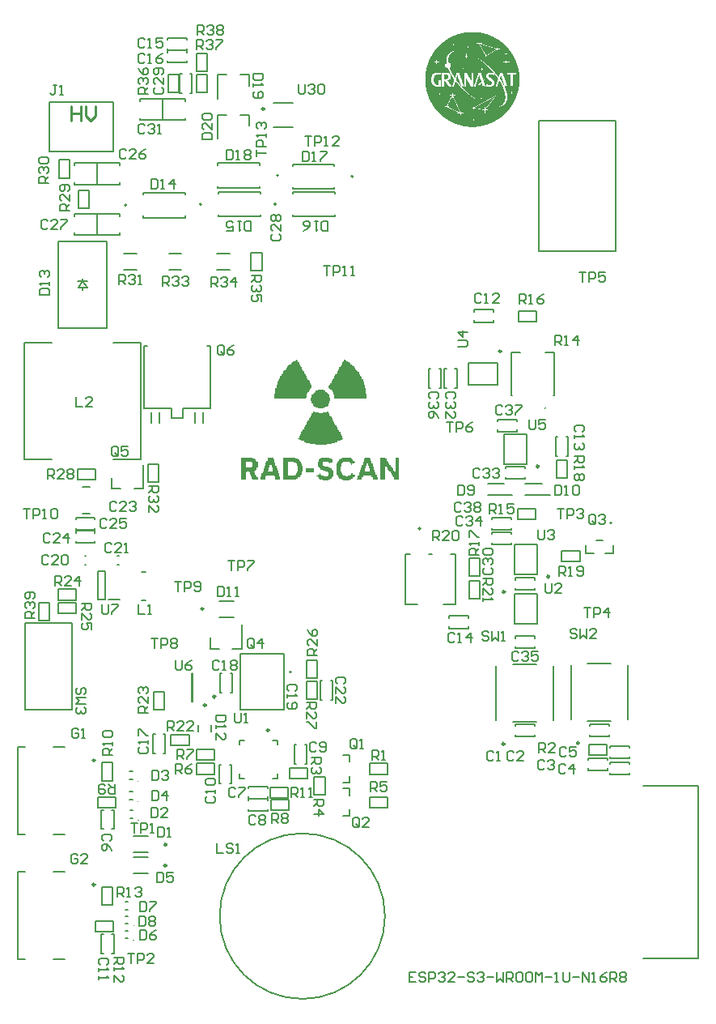
<source format=gto>
G04*
G04 #@! TF.GenerationSoftware,Altium Limited,Altium Designer,25.4.2 (15)*
G04*
G04 Layer_Color=65535*
%FSLAX44Y44*%
%MOMM*%
G71*
G04*
G04 #@! TF.SameCoordinates,6A8DEE2E-71F6-4429-A04B-94C45BF31DEA*
G04*
G04*
G04 #@! TF.FilePolarity,Positive*
G04*
G01*
G75*
%ADD10C,0.1000*%
%ADD11C,0.2500*%
%ADD12C,0.1524*%
%ADD13C,0.2000*%
%ADD14C,0.1500*%
%ADD15C,0.1270*%
%ADD16C,0.2540*%
G36*
X475102Y1062858D02*
X476687D01*
Y1062726D01*
X477876D01*
Y1062594D01*
X478800D01*
Y1062462D01*
X479725D01*
Y1062330D01*
X480517D01*
Y1062197D01*
X481310D01*
Y1062065D01*
X481970D01*
Y1061933D01*
X482631D01*
Y1061801D01*
X483159D01*
Y1061669D01*
X483687D01*
Y1061537D01*
X484215D01*
Y1061405D01*
X484612D01*
Y1061273D01*
X485140D01*
Y1061141D01*
X485668D01*
Y1061009D01*
X486065D01*
Y1060877D01*
X486593D01*
Y1060745D01*
X486989D01*
Y1060613D01*
X487385D01*
Y1060480D01*
X487782D01*
Y1060348D01*
X488046D01*
Y1060216D01*
X488442D01*
Y1060084D01*
X488838D01*
Y1059952D01*
X489235D01*
Y1059820D01*
X489499D01*
Y1059688D01*
X489895D01*
Y1059556D01*
X490291D01*
Y1059424D01*
X490555D01*
Y1059292D01*
X490819D01*
Y1059160D01*
X491216D01*
Y1059028D01*
X491480D01*
Y1058895D01*
X491744D01*
Y1058763D01*
X492140D01*
Y1058631D01*
X492404D01*
Y1058499D01*
X492669D01*
Y1058367D01*
X493065D01*
Y1058235D01*
X493197D01*
Y1058103D01*
X493461D01*
Y1057971D01*
X493725D01*
Y1057839D01*
X493989D01*
Y1057707D01*
X494254D01*
Y1057575D01*
X494518D01*
Y1057443D01*
X494782D01*
Y1057311D01*
X495046D01*
Y1057178D01*
X495310D01*
Y1057046D01*
X495574D01*
Y1056914D01*
X495839D01*
Y1056782D01*
X496103D01*
Y1056650D01*
X496235D01*
Y1056518D01*
X496499D01*
Y1056386D01*
X496763D01*
Y1056254D01*
X497027D01*
Y1056122D01*
X497159D01*
Y1055990D01*
X497423D01*
Y1055858D01*
X497688D01*
Y1055726D01*
X497820D01*
Y1055593D01*
X498084D01*
Y1055461D01*
X498216D01*
Y1055329D01*
X498480D01*
Y1055197D01*
X498612D01*
Y1055065D01*
X498876D01*
Y1054933D01*
X499141D01*
Y1054801D01*
X499273D01*
Y1054669D01*
X499537D01*
Y1054537D01*
X499669D01*
Y1054405D01*
X499801D01*
Y1054273D01*
X500065D01*
Y1054141D01*
X500197D01*
Y1054009D01*
X500461D01*
Y1053876D01*
X500593D01*
Y1053744D01*
X500858D01*
Y1053612D01*
X500990D01*
Y1053480D01*
X501122D01*
Y1053348D01*
X501386D01*
Y1053216D01*
X501518D01*
Y1053084D01*
X501650D01*
Y1052952D01*
X501914D01*
Y1052820D01*
X502046D01*
Y1052688D01*
X502178D01*
Y1052556D01*
X502443D01*
Y1052424D01*
X502575D01*
Y1052291D01*
X502707D01*
Y1052159D01*
X502839D01*
Y1052027D01*
X503103D01*
Y1051895D01*
X503235D01*
Y1051763D01*
X503367D01*
Y1051631D01*
X503499D01*
Y1051499D01*
X503631D01*
Y1051367D01*
X503895D01*
Y1051235D01*
X504027D01*
Y1051103D01*
X504160D01*
Y1050971D01*
X504292D01*
Y1050839D01*
X504424D01*
Y1050707D01*
X504556D01*
Y1050574D01*
X504688D01*
Y1050442D01*
X504952D01*
Y1050310D01*
X505084D01*
Y1050178D01*
X505216D01*
Y1050046D01*
X505348D01*
Y1049914D01*
X505480D01*
Y1049782D01*
X505612D01*
Y1049650D01*
X505745D01*
Y1049518D01*
X505877D01*
Y1049386D01*
X506009D01*
Y1049254D01*
X506141D01*
Y1049122D01*
X506273D01*
Y1048989D01*
X506405D01*
Y1048857D01*
X506537D01*
Y1048725D01*
X506669D01*
Y1048593D01*
X506801D01*
Y1048461D01*
X506933D01*
Y1048329D01*
X507065D01*
Y1048197D01*
X507197D01*
Y1048065D01*
X507329D01*
Y1047933D01*
X507462D01*
Y1047801D01*
X507594D01*
Y1047669D01*
X507726D01*
Y1047537D01*
X507858D01*
Y1047405D01*
X507990D01*
Y1047272D01*
X508122D01*
Y1047140D01*
X508254D01*
Y1047008D01*
X508386D01*
Y1046876D01*
X508518D01*
Y1046744D01*
X508650D01*
Y1046480D01*
X508782D01*
Y1046348D01*
X508914D01*
Y1046216D01*
X509047D01*
Y1046084D01*
X509179D01*
Y1045952D01*
X509311D01*
Y1045820D01*
X509443D01*
Y1045687D01*
X509575D01*
Y1045423D01*
X509707D01*
Y1045291D01*
X509839D01*
Y1045159D01*
X509971D01*
Y1045027D01*
X510103D01*
Y1044763D01*
X510235D01*
Y1044631D01*
X510367D01*
Y1044499D01*
X510499D01*
Y1044367D01*
X510631D01*
Y1044235D01*
X510764D01*
Y1043970D01*
X510896D01*
Y1043838D01*
X511028D01*
Y1043706D01*
X511160D01*
Y1043442D01*
X511292D01*
Y1043310D01*
X511424D01*
Y1043178D01*
X511556D01*
Y1042914D01*
X511688D01*
Y1042782D01*
X511820D01*
Y1042650D01*
X511952D01*
Y1042385D01*
X512084D01*
Y1042253D01*
X512216D01*
Y1041989D01*
X512349D01*
Y1041857D01*
X512481D01*
Y1041593D01*
X512613D01*
Y1041461D01*
X512745D01*
Y1041197D01*
X512877D01*
Y1041065D01*
X513009D01*
Y1040801D01*
X513141D01*
Y1040668D01*
X513273D01*
Y1040536D01*
X513405D01*
Y1040272D01*
X513537D01*
Y1040008D01*
X513669D01*
Y1039876D01*
X513801D01*
Y1039612D01*
X513933D01*
Y1039348D01*
X514066D01*
Y1039216D01*
X514198D01*
Y1038951D01*
X514330D01*
Y1038687D01*
X514462D01*
Y1038555D01*
X514594D01*
Y1038291D01*
X514726D01*
Y1038027D01*
X514858D01*
Y1037763D01*
X514990D01*
Y1037631D01*
X515122D01*
Y1037366D01*
X515254D01*
Y1037102D01*
X515386D01*
Y1036838D01*
X515518D01*
Y1036574D01*
X515650D01*
Y1036442D01*
X515783D01*
Y1036178D01*
X515915D01*
Y1035781D01*
X516047D01*
Y1035517D01*
X516179D01*
Y1035253D01*
X516311D01*
Y1034989D01*
X516443D01*
Y1034725D01*
X516575D01*
Y1034461D01*
X516707D01*
Y1034197D01*
X516839D01*
Y1033932D01*
X516971D01*
Y1033668D01*
X517103D01*
Y1033272D01*
X517235D01*
Y1033008D01*
X517368D01*
Y1032744D01*
X517500D01*
Y1032347D01*
X517632D01*
Y1032083D01*
X517764D01*
Y1031687D01*
X517896D01*
Y1031423D01*
X518028D01*
Y1031027D01*
X518160D01*
Y1030762D01*
X518292D01*
Y1030366D01*
X518424D01*
Y1029970D01*
X518556D01*
Y1029574D01*
X518688D01*
Y1029177D01*
X518820D01*
Y1028781D01*
X518952D01*
Y1028385D01*
X519085D01*
Y1027989D01*
X519217D01*
Y1027593D01*
X519349D01*
Y1027064D01*
X519481D01*
Y1026668D01*
X519613D01*
Y1026140D01*
X519745D01*
Y1025611D01*
X519877D01*
Y1024951D01*
X520009D01*
Y1024423D01*
X520141D01*
Y1023894D01*
X520273D01*
Y1023234D01*
X520405D01*
Y1022573D01*
X520537D01*
Y1021913D01*
X520670D01*
Y1021121D01*
X520802D01*
Y1020064D01*
X520934D01*
Y1018875D01*
X521066D01*
Y1017554D01*
X521198D01*
Y1015309D01*
X521330D01*
Y1011611D01*
X521198D01*
Y1009365D01*
X521066D01*
Y1008045D01*
X520934D01*
Y1006856D01*
X520802D01*
Y1005799D01*
X520670D01*
Y1005007D01*
X520537D01*
Y1004346D01*
X520405D01*
Y1003686D01*
X520273D01*
Y1003026D01*
X520141D01*
Y1002497D01*
X520009D01*
Y1001837D01*
X519877D01*
Y1001309D01*
X519745D01*
Y1000780D01*
X519613D01*
Y1000252D01*
X519481D01*
Y999724D01*
X519349D01*
Y999327D01*
X519217D01*
Y998931D01*
X519085D01*
Y998535D01*
X518952D01*
Y998139D01*
X518820D01*
Y997742D01*
X518688D01*
Y997346D01*
X518556D01*
Y996950D01*
X518424D01*
Y996554D01*
X518292D01*
Y996158D01*
X518160D01*
Y995761D01*
X518028D01*
Y995497D01*
X517896D01*
Y995101D01*
X517764D01*
Y994837D01*
X517632D01*
Y994441D01*
X517500D01*
Y994176D01*
X517368D01*
Y993912D01*
X517235D01*
Y993516D01*
X517103D01*
Y993252D01*
X516971D01*
Y992988D01*
X516839D01*
Y992591D01*
X516707D01*
Y992327D01*
X516575D01*
Y992063D01*
X516443D01*
Y991799D01*
X516311D01*
Y991535D01*
X516179D01*
Y991271D01*
X516047D01*
Y991006D01*
X515915D01*
Y990742D01*
X515783D01*
Y990478D01*
X515650D01*
Y990214D01*
X515518D01*
Y989950D01*
X515386D01*
Y989686D01*
X515254D01*
Y989554D01*
X515122D01*
Y989289D01*
X514990D01*
Y989025D01*
X514858D01*
Y988761D01*
X514726D01*
Y988497D01*
X514594D01*
Y988365D01*
X514462D01*
Y988101D01*
X514330D01*
Y987837D01*
X514198D01*
Y987704D01*
X514066D01*
Y987440D01*
X513933D01*
Y987176D01*
X513801D01*
Y987044D01*
X513669D01*
Y986780D01*
X513537D01*
Y986516D01*
X513405D01*
Y986384D01*
X513273D01*
Y986119D01*
X513141D01*
Y985987D01*
X513009D01*
Y985723D01*
X512877D01*
Y985591D01*
X512745D01*
Y985459D01*
X512613D01*
Y985195D01*
X512481D01*
Y985063D01*
X512349D01*
Y984799D01*
X512216D01*
Y984667D01*
X512084D01*
Y984402D01*
X511952D01*
Y984270D01*
X511820D01*
Y984006D01*
X511688D01*
Y983874D01*
X511556D01*
Y983742D01*
X511424D01*
Y983610D01*
X511292D01*
Y983346D01*
X511160D01*
Y983214D01*
X511028D01*
Y982950D01*
X510896D01*
Y982817D01*
X510764D01*
Y982685D01*
X510631D01*
Y982553D01*
X510499D01*
Y982421D01*
X510367D01*
Y982157D01*
X510235D01*
Y982025D01*
X510103D01*
Y981893D01*
X509971D01*
Y981629D01*
X509839D01*
Y981497D01*
X509707D01*
Y981365D01*
X509575D01*
Y981233D01*
X509443D01*
Y981100D01*
X509311D01*
Y980968D01*
X509179D01*
Y980836D01*
X509047D01*
Y980572D01*
X508914D01*
Y980440D01*
X508782D01*
Y980308D01*
X508650D01*
Y980176D01*
X508518D01*
Y980044D01*
X508386D01*
Y979912D01*
X508254D01*
Y979780D01*
X508122D01*
Y979648D01*
X507990D01*
Y979515D01*
X507858D01*
Y979251D01*
X507726D01*
Y979119D01*
X507594D01*
Y978987D01*
X507462D01*
Y978855D01*
X507329D01*
Y978723D01*
X507197D01*
Y978591D01*
X507065D01*
Y978459D01*
X506933D01*
Y978327D01*
X506801D01*
Y978195D01*
X506669D01*
Y978063D01*
X506537D01*
Y977931D01*
X506405D01*
Y977798D01*
X506273D01*
Y977666D01*
X506141D01*
Y977534D01*
X506009D01*
Y977402D01*
X505877D01*
Y977270D01*
X505745D01*
Y977138D01*
X505480D01*
Y977006D01*
X505348D01*
Y976874D01*
X505216D01*
Y976742D01*
X505084D01*
Y976610D01*
X504952D01*
Y976478D01*
X504820D01*
Y976346D01*
X504688D01*
Y976213D01*
X504556D01*
Y976081D01*
X504424D01*
Y975949D01*
X504160D01*
Y975817D01*
X504027D01*
Y975685D01*
X503895D01*
Y975553D01*
X503763D01*
Y975421D01*
X503631D01*
Y975289D01*
X503499D01*
Y975157D01*
X503235D01*
Y975025D01*
X503103D01*
Y974893D01*
X502971D01*
Y974761D01*
X502839D01*
Y974629D01*
X502575D01*
Y974496D01*
X502443D01*
Y974364D01*
X502310D01*
Y974232D01*
X502178D01*
Y974100D01*
X501914D01*
Y973968D01*
X501782D01*
Y973836D01*
X501650D01*
Y973704D01*
X501386D01*
Y973572D01*
X501254D01*
Y973440D01*
X501122D01*
Y973308D01*
X500858D01*
Y973176D01*
X500725D01*
Y973044D01*
X500461D01*
Y972911D01*
X500329D01*
Y972779D01*
X500197D01*
Y972647D01*
X499933D01*
Y972515D01*
X499801D01*
Y972383D01*
X499537D01*
Y972251D01*
X499405D01*
Y972119D01*
X499141D01*
Y971987D01*
X499008D01*
Y971855D01*
X498744D01*
Y971723D01*
X498612D01*
Y971591D01*
X498348D01*
Y971459D01*
X498084D01*
Y971327D01*
X497952D01*
Y971194D01*
X497688D01*
Y971062D01*
X497556D01*
Y970930D01*
X497291D01*
Y970798D01*
X497027D01*
Y970666D01*
X496763D01*
Y970534D01*
X496631D01*
Y970402D01*
X496367D01*
Y970270D01*
X496103D01*
Y970138D01*
X495971D01*
Y970006D01*
X495706D01*
Y969874D01*
X495442D01*
Y969742D01*
X495178D01*
Y969609D01*
X494914D01*
Y969477D01*
X494650D01*
Y969345D01*
X494386D01*
Y969213D01*
X494121D01*
Y969081D01*
X493857D01*
Y968949D01*
X493593D01*
Y968817D01*
X493329D01*
Y968685D01*
X493065D01*
Y968553D01*
X492801D01*
Y968421D01*
X492537D01*
Y968289D01*
X492272D01*
Y968157D01*
X492008D01*
Y968025D01*
X491612D01*
Y967892D01*
X491348D01*
Y967760D01*
X491084D01*
Y967628D01*
X490687D01*
Y967496D01*
X490423D01*
Y967364D01*
X490159D01*
Y967232D01*
X489763D01*
Y967100D01*
X489367D01*
Y966968D01*
X488970D01*
Y966836D01*
X488706D01*
Y966704D01*
X488310D01*
Y966572D01*
X487914D01*
Y966440D01*
X487517D01*
Y966307D01*
X487121D01*
Y966175D01*
X486725D01*
Y966043D01*
X486329D01*
Y965911D01*
X485933D01*
Y965779D01*
X485404D01*
Y965647D01*
X484876D01*
Y965515D01*
X484480D01*
Y965383D01*
X483951D01*
Y965251D01*
X483423D01*
Y965119D01*
X482895D01*
Y964987D01*
X482234D01*
Y964855D01*
X481706D01*
Y964723D01*
X480913D01*
Y964590D01*
X480121D01*
Y964458D01*
X479328D01*
Y964326D01*
X478404D01*
Y964194D01*
X477347D01*
Y964062D01*
X476026D01*
Y963930D01*
X473913D01*
Y963798D01*
X470083D01*
Y963930D01*
X467970D01*
Y964062D01*
X466649D01*
Y964194D01*
X465592D01*
Y964326D01*
X464668D01*
Y964458D01*
X463875D01*
Y964590D01*
X463083D01*
Y964723D01*
X462290D01*
Y964855D01*
X461762D01*
Y964987D01*
X461101D01*
Y965119D01*
X460573D01*
Y965251D01*
X460045D01*
Y965383D01*
X459516D01*
Y965515D01*
X459120D01*
Y965647D01*
X458592D01*
Y965779D01*
X458064D01*
Y965911D01*
X457667D01*
Y966043D01*
X457139D01*
Y966175D01*
X456743D01*
Y966307D01*
X456347D01*
Y966440D01*
X456082D01*
Y966572D01*
X455686D01*
Y966704D01*
X455290D01*
Y966836D01*
X454894D01*
Y966968D01*
X454497D01*
Y967100D01*
X454233D01*
Y967232D01*
X453837D01*
Y967364D01*
X453573D01*
Y967496D01*
X453177D01*
Y967628D01*
X452912D01*
Y967760D01*
X452648D01*
Y967892D01*
X452252D01*
Y968025D01*
X451988D01*
Y968157D01*
X451724D01*
Y968289D01*
X451328D01*
Y968421D01*
X451063D01*
Y968553D01*
X450799D01*
Y968685D01*
X450535D01*
Y968817D01*
X450271D01*
Y968949D01*
X450007D01*
Y969081D01*
X449743D01*
Y969213D01*
X449478D01*
Y969345D01*
X449214D01*
Y969477D01*
X448950D01*
Y969609D01*
X448686D01*
Y969742D01*
X448554D01*
Y969874D01*
X448290D01*
Y970006D01*
X448026D01*
Y970138D01*
X447761D01*
Y970270D01*
X447497D01*
Y970402D01*
X447365D01*
Y970534D01*
X447101D01*
Y970666D01*
X446837D01*
Y970798D01*
X446573D01*
Y970930D01*
X446441D01*
Y971062D01*
X446176D01*
Y971194D01*
X446044D01*
Y971327D01*
X445780D01*
Y971459D01*
X445648D01*
Y971591D01*
X445384D01*
Y971723D01*
X445120D01*
Y971855D01*
X444988D01*
Y971987D01*
X444724D01*
Y972119D01*
X444591D01*
Y972251D01*
X444327D01*
Y972383D01*
X444195D01*
Y972515D01*
X443931D01*
Y972647D01*
X443799D01*
Y972779D01*
X443667D01*
Y972911D01*
X443403D01*
Y973044D01*
X443271D01*
Y973176D01*
X443007D01*
Y973308D01*
X442874D01*
Y973440D01*
X442742D01*
Y973572D01*
X442478D01*
Y973704D01*
X442346D01*
Y973836D01*
X442214D01*
Y973968D01*
X441950D01*
Y974100D01*
X441818D01*
Y974232D01*
X441686D01*
Y974364D01*
X441422D01*
Y974496D01*
X441289D01*
Y974629D01*
X441157D01*
Y974761D01*
X441025D01*
Y974893D01*
X440893D01*
Y975025D01*
X440629D01*
Y975157D01*
X440497D01*
Y975289D01*
X440365D01*
Y975421D01*
X440233D01*
Y975553D01*
X439969D01*
Y975685D01*
X439837D01*
Y975817D01*
X439705D01*
Y975949D01*
X439572D01*
Y976081D01*
X439440D01*
Y976213D01*
X439308D01*
Y976346D01*
X439176D01*
Y976478D01*
X438912D01*
Y976610D01*
X438780D01*
Y976742D01*
X438648D01*
Y976874D01*
X438516D01*
Y977006D01*
X438384D01*
Y977138D01*
X438252D01*
Y977270D01*
X438120D01*
Y977402D01*
X437987D01*
Y977534D01*
X437855D01*
Y977666D01*
X437723D01*
Y977798D01*
X437591D01*
Y977931D01*
X437459D01*
Y978063D01*
X437327D01*
Y978195D01*
X437195D01*
Y978327D01*
X437063D01*
Y978459D01*
X436931D01*
Y978591D01*
X436799D01*
Y978723D01*
X436667D01*
Y978855D01*
X436535D01*
Y978987D01*
X436403D01*
Y979119D01*
X436270D01*
Y979251D01*
X436138D01*
Y979383D01*
X436006D01*
Y979515D01*
X435874D01*
Y979648D01*
X435742D01*
Y979780D01*
X435610D01*
Y979912D01*
X435478D01*
Y980176D01*
X435346D01*
Y980308D01*
X435214D01*
Y980440D01*
X435082D01*
Y980572D01*
X434950D01*
Y980704D01*
X434818D01*
Y980836D01*
X434685D01*
Y980968D01*
X434553D01*
Y981233D01*
X434421D01*
Y981365D01*
X434289D01*
Y981497D01*
X434157D01*
Y981629D01*
X434025D01*
Y981761D01*
X433893D01*
Y982025D01*
X433761D01*
Y982157D01*
X433629D01*
Y982289D01*
X433497D01*
Y982421D01*
X433365D01*
Y982553D01*
X433233D01*
Y982817D01*
X433101D01*
Y982950D01*
X432968D01*
Y983082D01*
X432836D01*
Y983346D01*
X432704D01*
Y983478D01*
X432572D01*
Y983610D01*
X432440D01*
Y983874D01*
X432308D01*
Y984006D01*
X432176D01*
Y984138D01*
X432044D01*
Y984402D01*
X431912D01*
Y984535D01*
X431780D01*
Y984799D01*
X431648D01*
Y984931D01*
X431516D01*
Y985195D01*
X431383D01*
Y985327D01*
X431251D01*
Y985459D01*
X431119D01*
Y985723D01*
X430987D01*
Y985855D01*
X430855D01*
Y986119D01*
X430723D01*
Y986252D01*
X430591D01*
Y986516D01*
X430459D01*
Y986780D01*
X430327D01*
Y986912D01*
X430195D01*
Y987176D01*
X430063D01*
Y987440D01*
X429931D01*
Y987572D01*
X429799D01*
Y987837D01*
X429666D01*
Y987969D01*
X429534D01*
Y988233D01*
X429402D01*
Y988497D01*
X429270D01*
Y988761D01*
X429138D01*
Y988893D01*
X429006D01*
Y989157D01*
X428874D01*
Y989421D01*
X428742D01*
Y989686D01*
X428610D01*
Y989950D01*
X428478D01*
Y990082D01*
X428346D01*
Y990346D01*
X428214D01*
Y990610D01*
X428081D01*
Y990874D01*
X427949D01*
Y991139D01*
X427817D01*
Y991403D01*
X427685D01*
Y991667D01*
X427553D01*
Y991931D01*
X427421D01*
Y992195D01*
X427289D01*
Y992591D01*
X427157D01*
Y992856D01*
X427025D01*
Y993120D01*
X426893D01*
Y993384D01*
X426761D01*
Y993780D01*
X426629D01*
Y994044D01*
X426497D01*
Y994308D01*
X426364D01*
Y994705D01*
X426232D01*
Y994969D01*
X426100D01*
Y995365D01*
X425968D01*
Y995629D01*
X425836D01*
Y996025D01*
X425704D01*
Y996422D01*
X425572D01*
Y996818D01*
X425440D01*
Y997214D01*
X425308D01*
Y997478D01*
X425176D01*
Y997875D01*
X425044D01*
Y998271D01*
X424911D01*
Y998667D01*
X424779D01*
Y999063D01*
X424647D01*
Y999592D01*
X424515D01*
Y1000120D01*
X424383D01*
Y1000516D01*
X424251D01*
Y1001044D01*
X424119D01*
Y1001573D01*
X423987D01*
Y1002101D01*
X423855D01*
Y1002762D01*
X423723D01*
Y1003290D01*
X423591D01*
Y1003950D01*
X423459D01*
Y1004611D01*
X423327D01*
Y1005403D01*
X423195D01*
Y1006328D01*
X423062D01*
Y1007516D01*
X422930D01*
Y1008705D01*
X422798D01*
Y1010422D01*
X422666D01*
Y1016366D01*
X422798D01*
Y1018083D01*
X422930D01*
Y1019271D01*
X423062D01*
Y1020460D01*
X423195D01*
Y1021385D01*
X423327D01*
Y1022177D01*
X423459D01*
Y1022838D01*
X423591D01*
Y1023498D01*
X423723D01*
Y1024026D01*
X423855D01*
Y1024687D01*
X423987D01*
Y1025215D01*
X424119D01*
Y1025743D01*
X424251D01*
Y1026272D01*
X424383D01*
Y1026800D01*
X424515D01*
Y1027196D01*
X424647D01*
Y1027725D01*
X424779D01*
Y1028121D01*
X424911D01*
Y1028517D01*
X425044D01*
Y1028913D01*
X425176D01*
Y1029310D01*
X425308D01*
Y1029706D01*
X425440D01*
Y1030102D01*
X425572D01*
Y1030498D01*
X425704D01*
Y1030895D01*
X425836D01*
Y1031159D01*
X425968D01*
Y1031555D01*
X426100D01*
Y1031819D01*
X426232D01*
Y1032215D01*
X426364D01*
Y1032479D01*
X426497D01*
Y1032744D01*
X426629D01*
Y1033140D01*
X426761D01*
Y1033404D01*
X426893D01*
Y1033800D01*
X427025D01*
Y1034064D01*
X427157D01*
Y1034329D01*
X427289D01*
Y1034593D01*
X427421D01*
Y1034857D01*
X427553D01*
Y1035121D01*
X427685D01*
Y1035385D01*
X427817D01*
Y1035649D01*
X427949D01*
Y1035914D01*
X428081D01*
Y1036178D01*
X428214D01*
Y1036442D01*
X428346D01*
Y1036706D01*
X428478D01*
Y1036970D01*
X428610D01*
Y1037234D01*
X428742D01*
Y1037499D01*
X428874D01*
Y1037631D01*
X429006D01*
Y1037895D01*
X429138D01*
Y1038159D01*
X429270D01*
Y1038423D01*
X429402D01*
Y1038687D01*
X429534D01*
Y1038819D01*
X429666D01*
Y1039083D01*
X429799D01*
Y1039216D01*
X429931D01*
Y1039480D01*
X430063D01*
Y1039744D01*
X430195D01*
Y1039876D01*
X430327D01*
Y1040140D01*
X430459D01*
Y1040404D01*
X430591D01*
Y1040536D01*
X430723D01*
Y1040801D01*
X430855D01*
Y1040933D01*
X430987D01*
Y1041197D01*
X431119D01*
Y1041329D01*
X431251D01*
Y1041593D01*
X431383D01*
Y1041725D01*
X431516D01*
Y1041857D01*
X431648D01*
Y1042121D01*
X431780D01*
Y1042253D01*
X431912D01*
Y1042518D01*
X432044D01*
Y1042650D01*
X432176D01*
Y1042914D01*
X432308D01*
Y1043046D01*
X432440D01*
Y1043178D01*
X432572D01*
Y1043310D01*
X432704D01*
Y1043574D01*
X432836D01*
Y1043706D01*
X432968D01*
Y1043970D01*
X433101D01*
Y1044103D01*
X433233D01*
Y1044235D01*
X433365D01*
Y1044367D01*
X433497D01*
Y1044499D01*
X433629D01*
Y1044763D01*
X433761D01*
Y1044895D01*
X433893D01*
Y1045027D01*
X434025D01*
Y1045159D01*
X434157D01*
Y1045423D01*
X434289D01*
Y1045555D01*
X434421D01*
Y1045687D01*
X434553D01*
Y1045820D01*
X434685D01*
Y1045952D01*
X434818D01*
Y1046216D01*
X434950D01*
Y1046348D01*
X435082D01*
Y1046480D01*
X435214D01*
Y1046612D01*
X435346D01*
Y1046744D01*
X435478D01*
Y1046876D01*
X435610D01*
Y1047008D01*
X435742D01*
Y1047140D01*
X435874D01*
Y1047272D01*
X436006D01*
Y1047405D01*
X436138D01*
Y1047537D01*
X436270D01*
Y1047669D01*
X436403D01*
Y1047933D01*
X436535D01*
Y1048065D01*
X436667D01*
Y1048197D01*
X436799D01*
Y1048329D01*
X436931D01*
Y1048461D01*
X437063D01*
Y1048593D01*
X437195D01*
Y1048725D01*
X437327D01*
Y1048857D01*
X437459D01*
Y1048989D01*
X437591D01*
Y1049122D01*
X437723D01*
Y1049254D01*
X437855D01*
Y1049386D01*
X437987D01*
Y1049518D01*
X438252D01*
Y1049650D01*
X438384D01*
Y1049782D01*
X438516D01*
Y1049914D01*
X438648D01*
Y1050046D01*
X438780D01*
Y1050178D01*
X438912D01*
Y1050310D01*
X439044D01*
Y1050442D01*
X439176D01*
Y1050574D01*
X439308D01*
Y1050707D01*
X439440D01*
Y1050839D01*
X439705D01*
Y1050971D01*
X439837D01*
Y1051103D01*
X439969D01*
Y1051235D01*
X440101D01*
Y1051367D01*
X440233D01*
Y1051499D01*
X440365D01*
Y1051631D01*
X440629D01*
Y1051763D01*
X440761D01*
Y1051895D01*
X440893D01*
Y1052027D01*
X441025D01*
Y1052159D01*
X441157D01*
Y1052291D01*
X441422D01*
Y1052424D01*
X441554D01*
Y1052556D01*
X441686D01*
Y1052688D01*
X441950D01*
Y1052820D01*
X442082D01*
Y1052952D01*
X442214D01*
Y1053084D01*
X442478D01*
Y1053216D01*
X442610D01*
Y1053348D01*
X442742D01*
Y1053480D01*
X443007D01*
Y1053612D01*
X443139D01*
Y1053744D01*
X443403D01*
Y1053876D01*
X443535D01*
Y1054009D01*
X443667D01*
Y1054141D01*
X443931D01*
Y1054273D01*
X444063D01*
Y1054405D01*
X444327D01*
Y1054537D01*
X444459D01*
Y1054669D01*
X444724D01*
Y1054801D01*
X444856D01*
Y1054933D01*
X445120D01*
Y1055065D01*
X445252D01*
Y1055197D01*
X445516D01*
Y1055329D01*
X445648D01*
Y1055461D01*
X445912D01*
Y1055593D01*
X446176D01*
Y1055726D01*
X446309D01*
Y1055858D01*
X446573D01*
Y1055990D01*
X446837D01*
Y1056122D01*
X446969D01*
Y1056254D01*
X447233D01*
Y1056386D01*
X447497D01*
Y1056518D01*
X447629D01*
Y1056650D01*
X447893D01*
Y1056782D01*
X448158D01*
Y1056914D01*
X448422D01*
Y1057046D01*
X448554D01*
Y1057178D01*
X448818D01*
Y1057311D01*
X449082D01*
Y1057443D01*
X449346D01*
Y1057575D01*
X449610D01*
Y1057707D01*
X449875D01*
Y1057839D01*
X450139D01*
Y1057971D01*
X450403D01*
Y1058103D01*
X450667D01*
Y1058235D01*
X450931D01*
Y1058367D01*
X451195D01*
Y1058499D01*
X451592D01*
Y1058631D01*
X451856D01*
Y1058763D01*
X452120D01*
Y1058895D01*
X452384D01*
Y1059028D01*
X452780D01*
Y1059160D01*
X453045D01*
Y1059292D01*
X453309D01*
Y1059424D01*
X453705D01*
Y1059556D01*
X453969D01*
Y1059688D01*
X454365D01*
Y1059820D01*
X454762D01*
Y1059952D01*
X455158D01*
Y1060084D01*
X455422D01*
Y1060216D01*
X455818D01*
Y1060348D01*
X456214D01*
Y1060480D01*
X456611D01*
Y1060613D01*
X457007D01*
Y1060745D01*
X457403D01*
Y1060877D01*
X457799D01*
Y1061009D01*
X458328D01*
Y1061141D01*
X458724D01*
Y1061273D01*
X459252D01*
Y1061405D01*
X459781D01*
Y1061537D01*
X460309D01*
Y1061669D01*
X460837D01*
Y1061801D01*
X461366D01*
Y1061933D01*
X461894D01*
Y1062065D01*
X462686D01*
Y1062197D01*
X463347D01*
Y1062330D01*
X464139D01*
Y1062462D01*
X465064D01*
Y1062594D01*
X465988D01*
Y1062726D01*
X467177D01*
Y1062858D01*
X468762D01*
Y1062990D01*
X475102D01*
Y1062858D01*
D02*
G37*
G36*
X338881Y719878D02*
X339910D01*
Y718849D01*
X341968D01*
Y717820D01*
X342996D01*
Y716792D01*
X344025D01*
Y715763D01*
X346082D01*
Y714734D01*
X347111D01*
Y713705D01*
X348140D01*
Y711648D01*
X349168D01*
Y710619D01*
X350197D01*
Y709591D01*
X351226D01*
Y708562D01*
X352254D01*
Y707533D01*
X353283D01*
Y705476D01*
X354312D01*
Y703418D01*
X355341D01*
Y702390D01*
X356369D01*
Y700332D01*
X357398D01*
Y697246D01*
X358427D01*
Y694160D01*
X359455D01*
Y691074D01*
X360484D01*
Y684902D01*
X361513D01*
Y679758D01*
X327566D01*
Y683873D01*
X326537D01*
Y686959D01*
X325508D01*
Y687988D01*
X324480D01*
Y689017D01*
X323451D01*
Y690045D01*
X322422D01*
Y691074D01*
X321394D01*
Y693131D01*
X322422D01*
Y694160D01*
X323451D01*
Y696217D01*
X324480D01*
Y698275D01*
X325508D01*
Y700332D01*
X326537D01*
Y701361D01*
X327566D01*
Y703418D01*
X328594D01*
Y705476D01*
X329623D01*
Y706505D01*
X330652D01*
Y708562D01*
X331680D01*
Y710619D01*
X332709D01*
Y712677D01*
X333738D01*
Y713705D01*
X334767D01*
Y715763D01*
X335795D01*
Y717820D01*
X336824D01*
Y718849D01*
X337853D01*
Y720906D01*
X338881D01*
Y719878D01*
D02*
G37*
G36*
X288475D02*
X289504D01*
Y717820D01*
X290532D01*
Y715763D01*
X291561D01*
Y713705D01*
X292590D01*
Y712677D01*
X293619D01*
Y710619D01*
X294647D01*
Y708562D01*
X295676D01*
Y706505D01*
X296705D01*
Y705476D01*
X297733D01*
Y703418D01*
X298762D01*
Y701361D01*
X299791D01*
Y699304D01*
X300819D01*
Y698275D01*
X301848D01*
Y696217D01*
X302877D01*
Y694160D01*
X303906D01*
Y691074D01*
X302877D01*
Y690045D01*
X301848D01*
Y687988D01*
X300819D01*
Y686959D01*
X299791D01*
Y684902D01*
X298762D01*
Y680787D01*
X297733D01*
Y679758D01*
X264815D01*
Y684902D01*
X265844D01*
Y689017D01*
Y690045D01*
Y691074D01*
X266872D01*
Y694160D01*
X267901D01*
Y697246D01*
X268930D01*
Y699304D01*
X269958D01*
Y701361D01*
X270987D01*
Y703418D01*
X272016D01*
Y705476D01*
X273045D01*
Y706505D01*
X274073D01*
Y708562D01*
X275102D01*
Y709591D01*
X276131D01*
Y710619D01*
X277159D01*
Y711648D01*
X278188D01*
Y713705D01*
X279217D01*
Y714734D01*
X280245D01*
Y715763D01*
X282303D01*
Y716792D01*
X283332D01*
Y717820D01*
X284360D01*
Y718849D01*
X286418D01*
Y719878D01*
X287446D01*
Y720906D01*
X288475D01*
Y719878D01*
D02*
G37*
G36*
X316250Y687988D02*
X318307D01*
Y686959D01*
X319336D01*
Y685930D01*
X320365D01*
Y684902D01*
X321394D01*
Y683873D01*
X322422D01*
Y680787D01*
X323451D01*
Y677701D01*
X322422D01*
Y674615D01*
X321394D01*
Y672557D01*
X320365D01*
Y671529D01*
X318307D01*
Y670500D01*
X316250D01*
Y669471D01*
X310078D01*
Y670500D01*
X308020D01*
Y671529D01*
X305963D01*
Y672557D01*
X304934D01*
Y674615D01*
X303906D01*
Y677701D01*
X302877D01*
Y680787D01*
X303906D01*
Y683873D01*
X304934D01*
Y684902D01*
X305963D01*
Y685930D01*
X306992D01*
Y686959D01*
X308020D01*
Y687988D01*
X310078D01*
Y689017D01*
X316250D01*
Y687988D01*
D02*
G37*
G36*
X321394Y664328D02*
X322422D01*
Y662270D01*
X323451D01*
Y661242D01*
X324480D01*
Y659184D01*
X325508D01*
Y657127D01*
X326537D01*
Y655070D01*
X327566D01*
Y654041D01*
X328594D01*
Y651983D01*
X329623D01*
Y649926D01*
X330652D01*
Y647869D01*
X331680D01*
Y646840D01*
X332709D01*
Y644782D01*
X333738D01*
Y642725D01*
X334767D01*
Y640668D01*
X335795D01*
Y638610D01*
X336824D01*
Y637582D01*
X335795D01*
Y636553D01*
X333738D01*
Y635524D01*
X330652D01*
Y634496D01*
X328594D01*
Y633467D01*
X324480D01*
Y632438D01*
X319336D01*
Y631409D01*
X308020D01*
Y632438D01*
X301848D01*
Y633467D01*
X297733D01*
Y634496D01*
X295676D01*
Y635524D01*
X292590D01*
Y636553D01*
X290532D01*
Y637582D01*
X289504D01*
Y638610D01*
X290532D01*
Y640668D01*
X291561D01*
Y642725D01*
X292590D01*
Y644782D01*
X293619D01*
Y645811D01*
X294647D01*
Y647869D01*
X295676D01*
Y649926D01*
X296705D01*
Y651983D01*
X297733D01*
Y653012D01*
X298762D01*
Y655070D01*
X299791D01*
Y656098D01*
Y657127D01*
X300819D01*
Y659184D01*
X301848D01*
Y660213D01*
X302877D01*
Y662270D01*
X303906D01*
Y664328D01*
X304934D01*
Y666385D01*
X306992D01*
Y665357D01*
X311106D01*
Y664328D01*
X315221D01*
Y665357D01*
X319336D01*
Y666385D01*
X321394D01*
Y664328D01*
D02*
G37*
G36*
X322422Y617008D02*
X324480D01*
Y615979D01*
X325508D01*
Y612893D01*
X323451D01*
Y611864D01*
X322422D01*
Y612893D01*
X321394D01*
Y613922D01*
X315221D01*
Y609807D01*
X317279D01*
Y608778D01*
X321394D01*
Y607749D01*
X323451D01*
Y606721D01*
X324480D01*
Y605692D01*
X325508D01*
Y604663D01*
X326537D01*
Y598491D01*
X325508D01*
Y597462D01*
X324480D01*
Y596434D01*
X323451D01*
Y595405D01*
X321394D01*
Y594376D01*
X315221D01*
Y595405D01*
X312135D01*
Y596434D01*
X311106D01*
Y597462D01*
X310078D01*
Y598491D01*
X309049D01*
Y599520D01*
X310078D01*
Y600548D01*
X312135D01*
Y601577D01*
X313164D01*
Y600548D01*
X314193D01*
Y599520D01*
X316250D01*
Y598491D01*
X320365D01*
Y599520D01*
X321394D01*
Y602606D01*
X320365D01*
Y603634D01*
X318307D01*
Y604663D01*
X315221D01*
Y605692D01*
X313164D01*
Y606721D01*
X312135D01*
Y607749D01*
X311106D01*
Y608778D01*
X310078D01*
Y613922D01*
X311106D01*
Y615979D01*
X312135D01*
Y617008D01*
X314193D01*
Y618036D01*
X322422D01*
Y617008D01*
D02*
G37*
G36*
X345054D02*
X346082D01*
Y615979D01*
X347111D01*
Y614950D01*
X348140D01*
Y613922D01*
X349168D01*
Y612893D01*
X348140D01*
Y611864D01*
X346082D01*
Y610835D01*
X345054D01*
Y611864D01*
X344025D01*
Y612893D01*
X342996D01*
Y613922D01*
X336824D01*
Y612893D01*
X335795D01*
Y611864D01*
X334767D01*
Y608778D01*
X333738D01*
Y603634D01*
X334767D01*
Y601577D01*
X335795D01*
Y600548D01*
X336824D01*
Y599520D01*
X338881D01*
Y598491D01*
X341968D01*
Y599520D01*
X344025D01*
Y600548D01*
X345054D01*
Y601577D01*
X347111D01*
Y600548D01*
X349168D01*
Y598491D01*
X348140D01*
Y597462D01*
X347111D01*
Y596434D01*
X345054D01*
Y595405D01*
X342996D01*
Y594376D01*
X336824D01*
Y595405D01*
X334767D01*
Y596434D01*
X332709D01*
Y597462D01*
X331680D01*
Y599520D01*
X330652D01*
Y600548D01*
X329623D01*
Y605692D01*
Y606721D01*
Y611864D01*
X330652D01*
Y613922D01*
X331680D01*
Y614950D01*
X332709D01*
Y615979D01*
X333738D01*
Y617008D01*
X335795D01*
Y618036D01*
X345054D01*
Y617008D01*
D02*
G37*
G36*
X395460Y615979D02*
Y614950D01*
Y595405D01*
X390316D01*
Y597462D01*
X389288D01*
Y598491D01*
X388259D01*
Y600548D01*
X387230D01*
Y601577D01*
X386202D01*
Y603634D01*
X385173D01*
Y604663D01*
X384144D01*
Y605692D01*
X383116D01*
Y607749D01*
X382087D01*
Y608778D01*
X381058D01*
Y595405D01*
X375915D01*
Y618036D01*
X381058D01*
Y617008D01*
X382087D01*
Y614950D01*
X383116D01*
Y613922D01*
X384144D01*
Y611864D01*
X385173D01*
Y610835D01*
X386202D01*
Y608778D01*
X387230D01*
Y607749D01*
X388259D01*
Y606721D01*
X389288D01*
Y604663D01*
X390316D01*
Y603634D01*
X391345D01*
Y618036D01*
X395460D01*
Y615979D01*
D02*
G37*
G36*
X305963Y602606D02*
X297733D01*
Y606721D01*
X305963D01*
Y602606D01*
D02*
G37*
G36*
X364599Y617008D02*
X365628D01*
Y614950D01*
X366656D01*
Y611864D01*
X367685D01*
Y608778D01*
X368714D01*
Y605692D01*
X369742D01*
Y602606D01*
X370771D01*
Y600548D01*
X371800D01*
Y597462D01*
X372828D01*
Y595405D01*
X367685D01*
Y597462D01*
X366656D01*
Y599520D01*
X357398D01*
Y597462D01*
X356369D01*
Y595405D01*
X351226D01*
Y596434D01*
X352254D01*
Y599520D01*
X353283D01*
Y602606D01*
X354312D01*
Y605692D01*
X355341D01*
Y607749D01*
X356369D01*
Y610835D01*
X357398D01*
Y613922D01*
X358427D01*
Y617008D01*
X359455D01*
Y618036D01*
X364599D01*
Y617008D01*
D02*
G37*
G36*
X286418D02*
X289504D01*
Y615979D01*
X290532D01*
Y614950D01*
X291561D01*
Y613922D01*
X292590D01*
Y611864D01*
X293619D01*
Y609807D01*
X294647D01*
Y603634D01*
X293619D01*
Y600548D01*
X292590D01*
Y599520D01*
X291561D01*
Y597462D01*
X289504D01*
Y596434D01*
X287446D01*
Y595405D01*
X274073D01*
Y605692D01*
Y606721D01*
Y618036D01*
X286418D01*
Y617008D01*
D02*
G37*
G36*
X263786Y615979D02*
X264815D01*
Y612893D01*
X265844D01*
Y609807D01*
X266872D01*
Y606721D01*
X267901D01*
Y604663D01*
X268930D01*
Y601577D01*
X269958D01*
Y598491D01*
X270987D01*
Y595405D01*
X265844D01*
Y598491D01*
X264815D01*
Y599520D01*
X256585D01*
Y598491D01*
X255557D01*
Y595405D01*
X250413D01*
Y598491D01*
X251442D01*
Y601577D01*
X252471D01*
Y603634D01*
X253499D01*
Y606721D01*
X254528D01*
Y609807D01*
X255557D01*
Y612893D01*
X256585D01*
Y614950D01*
X257614D01*
Y618036D01*
X263786D01*
Y615979D01*
D02*
G37*
G36*
X242184Y617008D02*
X244241D01*
Y615979D01*
X245270D01*
Y614950D01*
X246298D01*
Y613922D01*
X247327D01*
Y607749D01*
X246298D01*
Y605692D01*
X245270D01*
Y604663D01*
X244241D01*
Y603634D01*
X243212D01*
Y602606D01*
X244241D01*
Y600548D01*
X245270D01*
Y599520D01*
X246298D01*
Y597462D01*
X247327D01*
Y595405D01*
X242184D01*
Y596434D01*
X241155D01*
Y598491D01*
X240126D01*
Y599520D01*
Y600548D01*
X239097D01*
Y602606D01*
X238069D01*
Y603634D01*
X236011D01*
Y602606D01*
X234983D01*
Y595405D01*
X229839D01*
Y618036D01*
X242184D01*
Y617008D01*
D02*
G37*
%LPC*%
G36*
X452384Y1051235D02*
X452252D01*
Y1050574D01*
X452120D01*
Y1050178D01*
X451988D01*
Y1050046D01*
X451328D01*
Y1049914D01*
X451195D01*
Y1049782D01*
X451328D01*
Y1049650D01*
X452120D01*
Y1049386D01*
X452252D01*
Y1048725D01*
X452384D01*
Y1048593D01*
X452516D01*
Y1048857D01*
X452648D01*
Y1049650D01*
X453309D01*
Y1049782D01*
X453705D01*
Y1049914D01*
X453573D01*
Y1050046D01*
X452780D01*
Y1050178D01*
X452648D01*
Y1050707D01*
X452516D01*
Y1051103D01*
X452384D01*
Y1051235D01*
D02*
G37*
G36*
X467705Y1048725D02*
X467573D01*
Y1048461D01*
X467441D01*
Y1047669D01*
X466649D01*
Y1047537D01*
X466385D01*
Y1047405D01*
X466649D01*
Y1047272D01*
X467309D01*
Y1047140D01*
X467441D01*
Y1046744D01*
X467573D01*
Y1046216D01*
X467837D01*
Y1047140D01*
X467970D01*
Y1047272D01*
X468762D01*
Y1047405D01*
X468894D01*
Y1047537D01*
X468762D01*
Y1047669D01*
X467970D01*
Y1047801D01*
X467837D01*
Y1048593D01*
X467705D01*
Y1048725D01*
D02*
G37*
G36*
X478932Y1054273D02*
X478800D01*
Y1054009D01*
X478668D01*
Y1052952D01*
X478536D01*
Y1051499D01*
X478272D01*
Y1051367D01*
X476951D01*
Y1051235D01*
X476026D01*
Y1051103D01*
X475762D01*
Y1050971D01*
X476026D01*
Y1050839D01*
X477083D01*
Y1050707D01*
X478404D01*
Y1050574D01*
X478536D01*
Y1049782D01*
X478668D01*
Y1048329D01*
X478800D01*
Y1047933D01*
X479064D01*
Y1048197D01*
X479196D01*
Y1049782D01*
X479461D01*
Y1049518D01*
X479593D01*
Y1049386D01*
X479725D01*
Y1049122D01*
X479857D01*
Y1048857D01*
X479989D01*
Y1048593D01*
X480121D01*
Y1048329D01*
X480253D01*
Y1048065D01*
X480385D01*
Y1047933D01*
X480517D01*
Y1047669D01*
X480649D01*
Y1047405D01*
X480781D01*
Y1047272D01*
X480913D01*
Y1047008D01*
X481045D01*
Y1046744D01*
X481178D01*
Y1046480D01*
X481310D01*
Y1046216D01*
X481442D01*
Y1045952D01*
X481574D01*
Y1045820D01*
X481706D01*
Y1045555D01*
X481838D01*
Y1045291D01*
X481970D01*
Y1045159D01*
X482102D01*
Y1044895D01*
X482234D01*
Y1044631D01*
X482366D01*
Y1044367D01*
X482498D01*
Y1044103D01*
X482631D01*
Y1043970D01*
X482763D01*
Y1043706D01*
X482895D01*
Y1043442D01*
X483027D01*
Y1043178D01*
X483159D01*
Y1043046D01*
X483291D01*
Y1042782D01*
X483423D01*
Y1042518D01*
X483555D01*
Y1042253D01*
X483687D01*
Y1041989D01*
X483819D01*
Y1041725D01*
X483951D01*
Y1041593D01*
X484083D01*
Y1041329D01*
X484215D01*
Y1041065D01*
X484347D01*
Y1040933D01*
X484480D01*
Y1040668D01*
X484612D01*
Y1040404D01*
X484744D01*
Y1040140D01*
X484876D01*
Y1039876D01*
X485008D01*
Y1039612D01*
X485140D01*
Y1039480D01*
X485272D01*
Y1039216D01*
X485404D01*
Y1038951D01*
X485536D01*
Y1038819D01*
X485668D01*
Y1038555D01*
X485800D01*
Y1038423D01*
X485668D01*
Y1038291D01*
X485272D01*
Y1038159D01*
X485008D01*
Y1038027D01*
X485272D01*
Y1037895D01*
X486065D01*
Y1037102D01*
X486197D01*
Y1036838D01*
X486461D01*
Y1037366D01*
X486593D01*
Y1037895D01*
X487121D01*
Y1038027D01*
X487517D01*
Y1038291D01*
X487253D01*
Y1038423D01*
X487385D01*
Y1038555D01*
X487517D01*
Y1038687D01*
X487782D01*
Y1038819D01*
X487914D01*
Y1038951D01*
X488178D01*
Y1039083D01*
X488442D01*
Y1039216D01*
X488706D01*
Y1039348D01*
X488970D01*
Y1039480D01*
X489102D01*
Y1039612D01*
X489367D01*
Y1039744D01*
X489499D01*
Y1039876D01*
X489763D01*
Y1040008D01*
X490027D01*
Y1040140D01*
X490159D01*
Y1040272D01*
X490423D01*
Y1040404D01*
X490687D01*
Y1040536D01*
X490951D01*
Y1040668D01*
X491084D01*
Y1040801D01*
X491348D01*
Y1040933D01*
X491612D01*
Y1041065D01*
X491744D01*
Y1041197D01*
X492008D01*
Y1041329D01*
X492272D01*
Y1041461D01*
X492404D01*
Y1041593D01*
X492669D01*
Y1041725D01*
X492933D01*
Y1041857D01*
X493197D01*
Y1041989D01*
X493329D01*
Y1042121D01*
X493593D01*
Y1042253D01*
X493857D01*
Y1042385D01*
X493989D01*
Y1042518D01*
X494254D01*
Y1042650D01*
X494518D01*
Y1042782D01*
X494782D01*
Y1042914D01*
X494914D01*
Y1043046D01*
X495178D01*
Y1043178D01*
X495442D01*
Y1043310D01*
X495574D01*
Y1043442D01*
X495839D01*
Y1043574D01*
X496103D01*
Y1043706D01*
X496235D01*
Y1043838D01*
X496499D01*
Y1043970D01*
X496763D01*
Y1044103D01*
X497027D01*
Y1044235D01*
X497159D01*
Y1044367D01*
X497423D01*
Y1044499D01*
X497688D01*
Y1044631D01*
X497820D01*
Y1044235D01*
X497952D01*
Y1042782D01*
X498084D01*
Y1041857D01*
X498216D01*
Y1041725D01*
X498348D01*
Y1041857D01*
X498480D01*
Y1043178D01*
X498612D01*
Y1044631D01*
X498876D01*
Y1044763D01*
X500065D01*
Y1044895D01*
X501122D01*
Y1045027D01*
X501386D01*
Y1045159D01*
X501254D01*
Y1045291D01*
X500329D01*
Y1045423D01*
X498744D01*
Y1045555D01*
X498612D01*
Y1046480D01*
X498480D01*
Y1047669D01*
X498348D01*
Y1048329D01*
X498084D01*
Y1048197D01*
X497952D01*
Y1046348D01*
X497820D01*
Y1045555D01*
X497556D01*
Y1045687D01*
X497027D01*
Y1045820D01*
X496631D01*
Y1045952D01*
X496235D01*
Y1046084D01*
X495839D01*
Y1046216D01*
X495310D01*
Y1046348D01*
X494914D01*
Y1046480D01*
X494386D01*
Y1046612D01*
X493989D01*
Y1046744D01*
X493593D01*
Y1046876D01*
X493197D01*
Y1047008D01*
X492801D01*
Y1047140D01*
X492404D01*
Y1047272D01*
X492008D01*
Y1047405D01*
X491480D01*
Y1047537D01*
X491084D01*
Y1047669D01*
X490555D01*
Y1047801D01*
X490159D01*
Y1047933D01*
X489763D01*
Y1048065D01*
X489367D01*
Y1048197D01*
X488970D01*
Y1048329D01*
X488574D01*
Y1048461D01*
X488046D01*
Y1048593D01*
X487649D01*
Y1048725D01*
X487253D01*
Y1048857D01*
X486725D01*
Y1048989D01*
X486329D01*
Y1049122D01*
X485933D01*
Y1049254D01*
X485536D01*
Y1049386D01*
X485140D01*
Y1049518D01*
X484744D01*
Y1049650D01*
X484215D01*
Y1049782D01*
X483819D01*
Y1049914D01*
X483291D01*
Y1050046D01*
X482895D01*
Y1050178D01*
X482498D01*
Y1050310D01*
X482102D01*
Y1050442D01*
X481706D01*
Y1050574D01*
X481310D01*
Y1050707D01*
X480913D01*
Y1050839D01*
X481442D01*
Y1050971D01*
X481970D01*
Y1051235D01*
X481574D01*
Y1051367D01*
X479989D01*
Y1051499D01*
X479328D01*
Y1051895D01*
X479196D01*
Y1053084D01*
X479064D01*
Y1054141D01*
X478932D01*
Y1054273D01*
D02*
G37*
G36*
X507594Y1041593D02*
X507462D01*
Y1041329D01*
X507329D01*
Y1040536D01*
X506933D01*
Y1040404D01*
X506405D01*
Y1040272D01*
X506273D01*
Y1040140D01*
X506801D01*
Y1040008D01*
X507329D01*
Y1039348D01*
X507462D01*
Y1038951D01*
X507726D01*
Y1040008D01*
X508122D01*
Y1040140D01*
X508650D01*
Y1040272D01*
X508782D01*
Y1040404D01*
X508386D01*
Y1040536D01*
X507858D01*
Y1040668D01*
X507726D01*
Y1041461D01*
X507594D01*
Y1041593D01*
D02*
G37*
G36*
X465988Y1041197D02*
X465856D01*
Y1040933D01*
X465724D01*
Y1039216D01*
X465592D01*
Y1038291D01*
X465196D01*
Y1038159D01*
X463875D01*
Y1038027D01*
X463083D01*
Y1037895D01*
X462818D01*
Y1037763D01*
X463083D01*
Y1037631D01*
X464403D01*
Y1037499D01*
X465592D01*
Y1036970D01*
X465724D01*
Y1035649D01*
X465856D01*
Y1035517D01*
Y1035385D01*
Y1034725D01*
X465988D01*
Y1034593D01*
X466120D01*
Y1034725D01*
X466253D01*
Y1035781D01*
X466385D01*
Y1037366D01*
X466517D01*
Y1037499D01*
X467177D01*
Y1037631D01*
X468366D01*
Y1037763D01*
X469026D01*
Y1037895D01*
X469158D01*
Y1038027D01*
X468762D01*
Y1038159D01*
X467177D01*
Y1038291D01*
X466385D01*
Y1039348D01*
X466253D01*
Y1040536D01*
X466120D01*
Y1041065D01*
X465988D01*
Y1041197D01*
D02*
G37*
G36*
X507594Y1034857D02*
X507462D01*
Y1034725D01*
X507329D01*
Y1033272D01*
X507197D01*
Y1032083D01*
X506933D01*
Y1031951D01*
X505612D01*
Y1031819D01*
X504688D01*
Y1031687D01*
X504424D01*
Y1031555D01*
X504556D01*
Y1031423D01*
X505348D01*
Y1031291D01*
X507065D01*
Y1031159D01*
X507197D01*
Y1030498D01*
X507329D01*
Y1029970D01*
Y1029838D01*
Y1029045D01*
X507462D01*
Y1028385D01*
X507726D01*
Y1029177D01*
X507858D01*
Y1030895D01*
X507990D01*
Y1031291D01*
X509047D01*
Y1031423D01*
X510235D01*
Y1031555D01*
X510764D01*
Y1031687D01*
X510631D01*
Y1031819D01*
X510235D01*
Y1031951D01*
X508386D01*
Y1032083D01*
X507990D01*
Y1032215D01*
X507858D01*
Y1033404D01*
X507726D01*
Y1034593D01*
X507594D01*
Y1034857D01*
D02*
G37*
G36*
X434818Y1034593D02*
X434553D01*
Y1034197D01*
X434421D01*
Y1034064D01*
Y1033932D01*
Y1032347D01*
X434289D01*
Y1031819D01*
X433761D01*
Y1031687D01*
X432440D01*
Y1031555D01*
X431780D01*
Y1031423D01*
X431648D01*
Y1031291D01*
X431780D01*
Y1031159D01*
X432836D01*
Y1031027D01*
X434289D01*
Y1030762D01*
X434421D01*
Y1029442D01*
X434553D01*
Y1028385D01*
X434685D01*
Y1028121D01*
X434818D01*
Y1028253D01*
X434950D01*
Y1028913D01*
X435082D01*
Y1030762D01*
X435214D01*
Y1031027D01*
X436006D01*
Y1031159D01*
X437327D01*
Y1031291D01*
X437855D01*
Y1031555D01*
X437591D01*
Y1031687D01*
X436138D01*
Y1031819D01*
X435214D01*
Y1031951D01*
X435082D01*
Y1033140D01*
X434950D01*
Y1034329D01*
X434818D01*
Y1034593D01*
D02*
G37*
G36*
X462686Y1026536D02*
X462554D01*
Y1026140D01*
X462422D01*
Y1025479D01*
X462290D01*
Y1025347D01*
X461630D01*
Y1025215D01*
X461498D01*
Y1025083D01*
X461630D01*
Y1024951D01*
X462290D01*
Y1024819D01*
X462422D01*
Y1024423D01*
X462554D01*
Y1023894D01*
X462686D01*
Y1023762D01*
X462818D01*
Y1024158D01*
X462951D01*
Y1024951D01*
X463611D01*
Y1025083D01*
X463875D01*
Y1025347D01*
X463215D01*
Y1025479D01*
X462951D01*
Y1025875D01*
X462818D01*
Y1026404D01*
X462686D01*
Y1026536D01*
D02*
G37*
G36*
X482102Y1025347D02*
X481838D01*
Y1024423D01*
X481706D01*
Y1024291D01*
X481574D01*
Y1024158D01*
X481045D01*
Y1024026D01*
X480781D01*
Y1023894D01*
X480913D01*
Y1023762D01*
X481706D01*
Y1023630D01*
X481838D01*
Y1022706D01*
X481970D01*
Y1022573D01*
X482102D01*
Y1022970D01*
X482234D01*
Y1023630D01*
X482366D01*
Y1023762D01*
X482895D01*
Y1023894D01*
X483159D01*
Y1024158D01*
X482366D01*
Y1024291D01*
X482234D01*
Y1024951D01*
X482102D01*
Y1025347D01*
D02*
G37*
G36*
X477743Y1035649D02*
X477611D01*
Y1035517D01*
X477743D01*
Y1035385D01*
X477876D01*
Y1035253D01*
X478140D01*
Y1035121D01*
X478272D01*
Y1034989D01*
X478404D01*
Y1034857D01*
X478668D01*
Y1034725D01*
X478800D01*
Y1034593D01*
X478932D01*
Y1034461D01*
X479196D01*
Y1034329D01*
X479328D01*
Y1034197D01*
X479461D01*
Y1034064D01*
X479725D01*
Y1033932D01*
X479857D01*
Y1033800D01*
X479989D01*
Y1033668D01*
X480253D01*
Y1033536D01*
X480385D01*
Y1033404D01*
X480517D01*
Y1033272D01*
X480781D01*
Y1033140D01*
X480913D01*
Y1033008D01*
X481045D01*
Y1032876D01*
X481178D01*
Y1032744D01*
X481442D01*
Y1032612D01*
X481574D01*
Y1032479D01*
X481706D01*
Y1032347D01*
X481970D01*
Y1032215D01*
X482102D01*
Y1032083D01*
X482234D01*
Y1031951D01*
X482366D01*
Y1031819D01*
X482631D01*
Y1031687D01*
X482763D01*
Y1031555D01*
X482895D01*
Y1031423D01*
X483027D01*
Y1031291D01*
X483159D01*
Y1031159D01*
X483423D01*
Y1031027D01*
X483555D01*
Y1030895D01*
X483687D01*
Y1030762D01*
X483819D01*
Y1030630D01*
X483951D01*
Y1030498D01*
X484215D01*
Y1030366D01*
X484347D01*
Y1030234D01*
X484480D01*
Y1030102D01*
X484612D01*
Y1029970D01*
X484744D01*
Y1029838D01*
X484876D01*
Y1029706D01*
X485140D01*
Y1029574D01*
X485272D01*
Y1029442D01*
X485404D01*
Y1029310D01*
X485536D01*
Y1029177D01*
X485668D01*
Y1029045D01*
X485800D01*
Y1028913D01*
X485933D01*
Y1028781D01*
X486065D01*
Y1028649D01*
X486329D01*
Y1028517D01*
X486461D01*
Y1028385D01*
X486593D01*
Y1028253D01*
X486725D01*
Y1028121D01*
X486857D01*
Y1027989D01*
X486989D01*
Y1027857D01*
X487121D01*
Y1027725D01*
X487253D01*
Y1027593D01*
X487385D01*
Y1027460D01*
X487517D01*
Y1027328D01*
X487782D01*
Y1027196D01*
X487914D01*
Y1027064D01*
X488046D01*
Y1026932D01*
X488178D01*
Y1026800D01*
X488310D01*
Y1026668D01*
X488442D01*
Y1026536D01*
X488574D01*
Y1026404D01*
X488706D01*
Y1026272D01*
X488838D01*
Y1026140D01*
X488970D01*
Y1026008D01*
X489102D01*
Y1025875D01*
X489235D01*
Y1025743D01*
X489367D01*
Y1025611D01*
X489499D01*
Y1025479D01*
X489631D01*
Y1025347D01*
X489763D01*
Y1025215D01*
X489895D01*
Y1025083D01*
X490027D01*
Y1024951D01*
X490159D01*
Y1024819D01*
X490291D01*
Y1024687D01*
X490423D01*
Y1024555D01*
X490555D01*
Y1024423D01*
X490687D01*
Y1024291D01*
X490819D01*
Y1024158D01*
X490951D01*
Y1024026D01*
X491084D01*
Y1023894D01*
X491216D01*
Y1023762D01*
X491348D01*
Y1023630D01*
X491480D01*
Y1023498D01*
X491612D01*
Y1023234D01*
X491744D01*
Y1023102D01*
X491876D01*
Y1022970D01*
X492008D01*
Y1022838D01*
X492140D01*
Y1022706D01*
X492272D01*
Y1022573D01*
X492404D01*
Y1022441D01*
X492537D01*
Y1022309D01*
X492669D01*
Y1022177D01*
X492801D01*
Y1022045D01*
X492933D01*
Y1021781D01*
X493065D01*
Y1021649D01*
X493197D01*
Y1021517D01*
X493329D01*
Y1021385D01*
X493461D01*
Y1021253D01*
X493593D01*
Y1021121D01*
X493725D01*
Y1020989D01*
X493857D01*
Y1020724D01*
X493989D01*
Y1020592D01*
X494121D01*
Y1020460D01*
X494254D01*
Y1020328D01*
X494121D01*
Y1020196D01*
X492933D01*
Y1020328D01*
X489895D01*
Y1020196D01*
X489102D01*
Y1020064D01*
X488574D01*
Y1019932D01*
X488310D01*
Y1019800D01*
X488046D01*
Y1019668D01*
X487914D01*
Y1019536D01*
X487649D01*
Y1019404D01*
X487517D01*
Y1019271D01*
X487385D01*
Y1019139D01*
X487253D01*
Y1018875D01*
X487121D01*
Y1018611D01*
X486989D01*
Y1018347D01*
X486857D01*
Y1018083D01*
X486725D01*
Y1017554D01*
X486593D01*
Y1015969D01*
X486725D01*
Y1015573D01*
X486857D01*
Y1015309D01*
X486989D01*
Y1015045D01*
X487121D01*
Y1014781D01*
X487253D01*
Y1014649D01*
X487385D01*
Y1014517D01*
X487517D01*
Y1014385D01*
X487649D01*
Y1014252D01*
X487782D01*
Y1014120D01*
X487914D01*
Y1013988D01*
X488046D01*
Y1013856D01*
X488178D01*
Y1013724D01*
X488442D01*
Y1013592D01*
X488574D01*
Y1013460D01*
X488706D01*
Y1013328D01*
X488838D01*
Y1013196D01*
X489102D01*
Y1013064D01*
X489235D01*
Y1012932D01*
X489367D01*
Y1012800D01*
X489631D01*
Y1012667D01*
X489763D01*
Y1012535D01*
X489895D01*
Y1012403D01*
X490027D01*
Y1012271D01*
X490291D01*
Y1012139D01*
X490423D01*
Y1012007D01*
X490555D01*
Y1011875D01*
X490819D01*
Y1011743D01*
X490951D01*
Y1011611D01*
X491216D01*
Y1011479D01*
X491348D01*
Y1011347D01*
X491480D01*
Y1011215D01*
X491744D01*
Y1011083D01*
X491876D01*
Y1010950D01*
X492008D01*
Y1010818D01*
X492140D01*
Y1010686D01*
X492272D01*
Y1010554D01*
X492404D01*
Y1010422D01*
X492537D01*
Y1010290D01*
X492669D01*
Y1009762D01*
X492801D01*
Y1009365D01*
X492669D01*
Y1008969D01*
X492537D01*
Y1008705D01*
X492404D01*
Y1008441D01*
X492272D01*
Y1008309D01*
X492140D01*
Y1008177D01*
X492008D01*
Y1008045D01*
X491744D01*
Y1007913D01*
X491612D01*
Y1007781D01*
X491216D01*
Y1007648D01*
X489235D01*
Y1007781D01*
X488442D01*
Y1007913D01*
X487914D01*
Y1008045D01*
X487517D01*
Y1008177D01*
X487253D01*
Y1008309D01*
X486989D01*
Y1008441D01*
X486725D01*
Y1008309D01*
X486593D01*
Y1006460D01*
X486725D01*
Y1006328D01*
X486857D01*
Y1006196D01*
X492669D01*
Y1006328D01*
X493065D01*
Y1006460D01*
X493329D01*
Y1006592D01*
X493461D01*
Y1006724D01*
X493725D01*
Y1006856D01*
X493857D01*
Y1006988D01*
X493989D01*
Y1007120D01*
X494121D01*
Y1007384D01*
X494254D01*
Y1007516D01*
X494386D01*
Y1007648D01*
X494518D01*
Y1007913D01*
X494650D01*
Y1008177D01*
X494782D01*
Y1008441D01*
X494914D01*
Y1008705D01*
X495046D01*
Y1009233D01*
X495178D01*
Y1010818D01*
X495046D01*
Y1011215D01*
X494914D01*
Y1011479D01*
X494782D01*
Y1011743D01*
X494650D01*
Y1011875D01*
X494518D01*
Y1012139D01*
X494386D01*
Y1012271D01*
X494254D01*
Y1012403D01*
X494121D01*
Y1012535D01*
X493989D01*
Y1012667D01*
X493857D01*
Y1012800D01*
X493725D01*
Y1012932D01*
X493593D01*
Y1013064D01*
X493329D01*
Y1013196D01*
X493197D01*
Y1013328D01*
X493065D01*
Y1013460D01*
X492933D01*
Y1013592D01*
X492801D01*
Y1013724D01*
X492537D01*
Y1013856D01*
X492404D01*
Y1013988D01*
X492140D01*
Y1014120D01*
X492008D01*
Y1014252D01*
X491744D01*
Y1014385D01*
X491612D01*
Y1014517D01*
X491348D01*
Y1014649D01*
X491216D01*
Y1014781D01*
X491084D01*
Y1014913D01*
X490819D01*
Y1015045D01*
X490687D01*
Y1015177D01*
X490555D01*
Y1015309D01*
X490423D01*
Y1015441D01*
X490159D01*
Y1015573D01*
X490027D01*
Y1015705D01*
X489895D01*
Y1015837D01*
X489763D01*
Y1015969D01*
X489631D01*
Y1016102D01*
X489499D01*
Y1016234D01*
X489367D01*
Y1016366D01*
X489235D01*
Y1016630D01*
X489102D01*
Y1016894D01*
X488970D01*
Y1017951D01*
X489102D01*
Y1018215D01*
X489235D01*
Y1018347D01*
X489499D01*
Y1018479D01*
X489631D01*
Y1018611D01*
X490027D01*
Y1018743D01*
X490687D01*
Y1018875D01*
X492801D01*
Y1018743D01*
X493329D01*
Y1018611D01*
X493725D01*
Y1018479D01*
X493989D01*
Y1018347D01*
X494254D01*
Y1018215D01*
X494518D01*
Y1018083D01*
X494650D01*
Y1018215D01*
X494782D01*
Y1019404D01*
X494914D01*
Y1019536D01*
X495046D01*
Y1019404D01*
X495178D01*
Y1019271D01*
X495310D01*
Y1019007D01*
X495442D01*
Y1018875D01*
X495574D01*
Y1018743D01*
X495706D01*
Y1018611D01*
X495839D01*
Y1018347D01*
X495971D01*
Y1018215D01*
X496103D01*
Y1018083D01*
X496235D01*
Y1017951D01*
X496367D01*
Y1017687D01*
X496499D01*
Y1017554D01*
X496631D01*
Y1017422D01*
X496763D01*
Y1017158D01*
X496895D01*
Y1017026D01*
X497027D01*
Y1016894D01*
X497159D01*
Y1016630D01*
X497291D01*
Y1016498D01*
X497423D01*
Y1016366D01*
X497556D01*
Y1016102D01*
X497688D01*
Y1015969D01*
X497820D01*
Y1015837D01*
X497952D01*
Y1015573D01*
X498084D01*
Y1015441D01*
X498216D01*
Y1015177D01*
X498348D01*
Y1015045D01*
X498480D01*
Y1014913D01*
X498612D01*
Y1014649D01*
X498744D01*
Y1014517D01*
X498876D01*
Y1014252D01*
X499008D01*
Y1013988D01*
X498876D01*
Y1013592D01*
X498744D01*
Y1013196D01*
X498612D01*
Y1012800D01*
X498480D01*
Y1012403D01*
X498348D01*
Y1012007D01*
X498216D01*
Y1011611D01*
X498084D01*
Y1011215D01*
X497952D01*
Y1010818D01*
X497820D01*
Y1010422D01*
X497688D01*
Y1010026D01*
X497556D01*
Y1009630D01*
X497423D01*
Y1009233D01*
X497291D01*
Y1008837D01*
X497159D01*
Y1008441D01*
X497027D01*
Y1008045D01*
X496895D01*
Y1007648D01*
X496763D01*
Y1007252D01*
X496631D01*
Y1006856D01*
X496499D01*
Y1006328D01*
X496763D01*
Y1006196D01*
X497952D01*
Y1006328D01*
X498084D01*
Y1006592D01*
X498216D01*
Y1006988D01*
X498348D01*
Y1007384D01*
X498480D01*
Y1007781D01*
X498612D01*
Y1008177D01*
X498744D01*
Y1008573D01*
X498876D01*
Y1008969D01*
X499008D01*
Y1009498D01*
X499141D01*
Y1009762D01*
X499273D01*
Y1010158D01*
X499405D01*
Y1010554D01*
X499537D01*
Y1010950D01*
X499669D01*
Y1011347D01*
X499801D01*
Y1011743D01*
X499933D01*
Y1012139D01*
X500065D01*
Y1012403D01*
X500197D01*
Y1012271D01*
X500329D01*
Y1012007D01*
X500461D01*
Y1011875D01*
X500593D01*
Y1011611D01*
X500725D01*
Y1011347D01*
X500858D01*
Y1011215D01*
X500990D01*
Y1010950D01*
X501122D01*
Y1010818D01*
X501254D01*
Y1010554D01*
X501386D01*
Y1010290D01*
X501518D01*
Y1010026D01*
X501650D01*
Y1009762D01*
X501782D01*
Y1009630D01*
X501914D01*
Y1009365D01*
X502046D01*
Y1009101D01*
X502178D01*
Y1008837D01*
X502310D01*
Y1008573D01*
X502443D01*
Y1008441D01*
X502575D01*
Y1008177D01*
X502707D01*
Y1007913D01*
X502839D01*
Y1007648D01*
X502971D01*
Y1007252D01*
X503103D01*
Y1006988D01*
X503235D01*
Y1006724D01*
X503367D01*
Y1006460D01*
X503499D01*
Y1006196D01*
X503631D01*
Y1005931D01*
X503763D01*
Y1005667D01*
X503895D01*
Y1005403D01*
X504027D01*
Y1005007D01*
X504160D01*
Y1004611D01*
X504292D01*
Y1004346D01*
X504424D01*
Y1004082D01*
X504556D01*
Y1003686D01*
X504688D01*
Y1003422D01*
X504820D01*
Y1003026D01*
X504952D01*
Y1002629D01*
X505084D01*
Y1002233D01*
X505216D01*
Y1001837D01*
X505348D01*
Y1001309D01*
X505480D01*
Y1000912D01*
X505612D01*
Y1000384D01*
X505745D01*
Y999856D01*
X505877D01*
Y999327D01*
X506009D01*
Y998799D01*
X506141D01*
Y997875D01*
X506273D01*
Y996950D01*
X506405D01*
Y992988D01*
X506273D01*
Y992195D01*
X506141D01*
Y991667D01*
X506009D01*
Y991139D01*
X505877D01*
Y990742D01*
X505745D01*
Y990346D01*
X505612D01*
Y990082D01*
X505480D01*
Y989818D01*
X505348D01*
Y989554D01*
X505216D01*
Y989289D01*
X505084D01*
Y989025D01*
X504952D01*
Y988761D01*
X504820D01*
Y988629D01*
X504688D01*
Y988497D01*
X504556D01*
Y988233D01*
X504424D01*
Y988101D01*
X504292D01*
Y987969D01*
X504160D01*
Y987704D01*
X504027D01*
Y987572D01*
X503895D01*
Y987440D01*
X503763D01*
Y987308D01*
X503631D01*
Y987176D01*
X503499D01*
Y987044D01*
X503235D01*
Y986912D01*
X503103D01*
Y986780D01*
X502971D01*
Y986648D01*
X502839D01*
Y986516D01*
X502707D01*
Y986384D01*
X502443D01*
Y986252D01*
X502310D01*
Y986119D01*
X502046D01*
Y985987D01*
X501782D01*
Y985855D01*
X501518D01*
Y985723D01*
X501386D01*
Y985591D01*
X501122D01*
Y985459D01*
X500858D01*
Y985327D01*
X500593D01*
Y985195D01*
X500461D01*
Y985063D01*
X500725D01*
Y985195D01*
X501386D01*
Y985327D01*
X501914D01*
Y985459D01*
X502310D01*
Y985591D01*
X502575D01*
Y985723D01*
X502971D01*
Y985855D01*
X503235D01*
Y985987D01*
X503499D01*
Y986119D01*
X503763D01*
Y986252D01*
X503895D01*
Y986384D01*
X504160D01*
Y986516D01*
X504424D01*
Y986648D01*
X504556D01*
Y986780D01*
X504820D01*
Y986912D01*
X504952D01*
Y987044D01*
X505084D01*
Y987176D01*
X505216D01*
Y987308D01*
X505480D01*
Y987440D01*
X505612D01*
Y987572D01*
X505745D01*
Y987704D01*
X505877D01*
Y987837D01*
X506009D01*
Y987969D01*
X506141D01*
Y988101D01*
X506273D01*
Y988365D01*
X506405D01*
Y988497D01*
X506537D01*
Y988629D01*
X506669D01*
Y988893D01*
X506801D01*
Y989025D01*
X506933D01*
Y989157D01*
X507065D01*
Y989421D01*
X507197D01*
Y989686D01*
X507329D01*
Y989950D01*
X507462D01*
Y990214D01*
X507594D01*
Y990478D01*
X507726D01*
Y990874D01*
X507858D01*
Y991139D01*
X507990D01*
Y991535D01*
X508122D01*
Y992063D01*
X508254D01*
Y992723D01*
X508386D01*
Y993780D01*
X508518D01*
Y996422D01*
X508386D01*
Y997610D01*
X508254D01*
Y998535D01*
X508122D01*
Y999195D01*
X507990D01*
Y999724D01*
X507858D01*
Y1000252D01*
X507726D01*
Y1000648D01*
X507594D01*
Y1001177D01*
X507462D01*
Y1001573D01*
X507329D01*
Y1001969D01*
X507197D01*
Y1002365D01*
X507065D01*
Y1002762D01*
X506933D01*
Y1003158D01*
X506801D01*
Y1003422D01*
X506669D01*
Y1003818D01*
X506537D01*
Y1004082D01*
X506405D01*
Y1004346D01*
X506273D01*
Y1004743D01*
X506141D01*
Y1005007D01*
X506009D01*
Y1005403D01*
X505877D01*
Y1005667D01*
X505745D01*
Y1005931D01*
X505612D01*
Y1006328D01*
X505480D01*
Y1006592D01*
X505348D01*
Y1006724D01*
X505216D01*
Y1006988D01*
X505084D01*
Y1007252D01*
X504952D01*
Y1007516D01*
X504820D01*
Y1007781D01*
X504688D01*
Y1008045D01*
X504556D01*
Y1008309D01*
X504424D01*
Y1008441D01*
X504292D01*
Y1008705D01*
X504160D01*
Y1008969D01*
X504027D01*
Y1009233D01*
X503895D01*
Y1009365D01*
X503763D01*
Y1009630D01*
X503631D01*
Y1009894D01*
X503499D01*
Y1010158D01*
X503367D01*
Y1010290D01*
X503235D01*
Y1010554D01*
X503103D01*
Y1010818D01*
X502971D01*
Y1010950D01*
X502839D01*
Y1011215D01*
X502707D01*
Y1011347D01*
X502575D01*
Y1011611D01*
X502443D01*
Y1011875D01*
X502310D01*
Y1012007D01*
X502178D01*
Y1012271D01*
X502046D01*
Y1012403D01*
X501914D01*
Y1012667D01*
X501782D01*
Y1012800D01*
X501650D01*
Y1012932D01*
X501518D01*
Y1013196D01*
X501386D01*
Y1013460D01*
X501254D01*
Y1013592D01*
X501122D01*
Y1013724D01*
X500990D01*
Y1013988D01*
X500858D01*
Y1014120D01*
X500725D01*
Y1014649D01*
X500858D01*
Y1015045D01*
X500990D01*
Y1015441D01*
X501122D01*
Y1015837D01*
X501254D01*
Y1016366D01*
X501386D01*
Y1016762D01*
X501518D01*
Y1017158D01*
X501650D01*
Y1017422D01*
X501914D01*
Y1017158D01*
X502046D01*
Y1016762D01*
X502178D01*
Y1016498D01*
X502310D01*
Y1016102D01*
X502443D01*
Y1015705D01*
X502575D01*
Y1015309D01*
X502707D01*
Y1014913D01*
X502839D01*
Y1014517D01*
X502971D01*
Y1014120D01*
X503103D01*
Y1013724D01*
X503235D01*
Y1013328D01*
X503367D01*
Y1012932D01*
X503499D01*
Y1012535D01*
X503631D01*
Y1012139D01*
X503763D01*
Y1011743D01*
X503895D01*
Y1011347D01*
X504027D01*
Y1010950D01*
X504160D01*
Y1010554D01*
X504292D01*
Y1010158D01*
X504424D01*
Y1009762D01*
X504556D01*
Y1009365D01*
X504688D01*
Y1009101D01*
X504820D01*
Y1008705D01*
X504952D01*
Y1008309D01*
X505084D01*
Y1007913D01*
X505216D01*
Y1007384D01*
X505348D01*
Y1006988D01*
X505480D01*
Y1006856D01*
Y1006724D01*
Y1006592D01*
X505612D01*
Y1006328D01*
X506009D01*
Y1006196D01*
X506141D01*
Y1006328D01*
X507594D01*
Y1006196D01*
X507990D01*
Y1006328D01*
X508254D01*
Y1006460D01*
X508386D01*
Y1006724D01*
X508254D01*
Y1006988D01*
X508122D01*
Y1007384D01*
X507990D01*
Y1007781D01*
X507858D01*
Y1008177D01*
X507726D01*
Y1008573D01*
X507594D01*
Y1008969D01*
X507462D01*
Y1009365D01*
X507329D01*
Y1009762D01*
X507197D01*
Y1010158D01*
X507065D01*
Y1010554D01*
X506933D01*
Y1010950D01*
X506801D01*
Y1011215D01*
X506669D01*
Y1011611D01*
X506537D01*
Y1012007D01*
X506405D01*
Y1012403D01*
X506273D01*
Y1012800D01*
X506141D01*
Y1013196D01*
X506009D01*
Y1013592D01*
X505877D01*
Y1013988D01*
X505745D01*
Y1014385D01*
X505612D01*
Y1014781D01*
X505480D01*
Y1015177D01*
X505348D01*
Y1015441D01*
X505216D01*
Y1015837D01*
X505084D01*
Y1016234D01*
X504952D01*
Y1016630D01*
X504820D01*
Y1017026D01*
X504688D01*
Y1017422D01*
X504556D01*
Y1017819D01*
X504424D01*
Y1018215D01*
X504292D01*
Y1018611D01*
X504160D01*
Y1019007D01*
X504027D01*
Y1019404D01*
X503895D01*
Y1019668D01*
X503763D01*
Y1020064D01*
X503631D01*
Y1020196D01*
X500990D01*
Y1019932D01*
X500858D01*
Y1019668D01*
X500725D01*
Y1019271D01*
X500593D01*
Y1018743D01*
X500461D01*
Y1018347D01*
X500329D01*
Y1017951D01*
X500197D01*
Y1017554D01*
X500065D01*
Y1017158D01*
X499933D01*
Y1016762D01*
X499801D01*
Y1016366D01*
X499669D01*
Y1016102D01*
X499537D01*
Y1015969D01*
X499405D01*
Y1016102D01*
X499273D01*
Y1016234D01*
X499141D01*
Y1016366D01*
X499008D01*
Y1016630D01*
X498876D01*
Y1016762D01*
X498744D01*
Y1016894D01*
X498612D01*
Y1017158D01*
X498480D01*
Y1017290D01*
X498348D01*
Y1017422D01*
X498216D01*
Y1017554D01*
X498084D01*
Y1017819D01*
X497952D01*
Y1017951D01*
X497820D01*
Y1018083D01*
X497688D01*
Y1018215D01*
X497556D01*
Y1018347D01*
X497423D01*
Y1018611D01*
X497291D01*
Y1018743D01*
X497159D01*
Y1018875D01*
X497027D01*
Y1019007D01*
X496895D01*
Y1019139D01*
X496763D01*
Y1019271D01*
X496631D01*
Y1019536D01*
X496499D01*
Y1019668D01*
X496367D01*
Y1019800D01*
X496235D01*
Y1019932D01*
X496103D01*
Y1020064D01*
X495971D01*
Y1020196D01*
X495839D01*
Y1020328D01*
X495706D01*
Y1020592D01*
X495574D01*
Y1020724D01*
X495442D01*
Y1020856D01*
X495310D01*
Y1020989D01*
X495178D01*
Y1021121D01*
X495046D01*
Y1021253D01*
X494914D01*
Y1021385D01*
X494782D01*
Y1021517D01*
X494650D01*
Y1021649D01*
X494518D01*
Y1021781D01*
X494386D01*
Y1021913D01*
X494254D01*
Y1022045D01*
X494121D01*
Y1022309D01*
X493989D01*
Y1022441D01*
X493857D01*
Y1022573D01*
X493725D01*
Y1022706D01*
X493593D01*
Y1022838D01*
X493461D01*
Y1022970D01*
X493329D01*
Y1023102D01*
X493197D01*
Y1023234D01*
X493065D01*
Y1023366D01*
X492933D01*
Y1023498D01*
X492801D01*
Y1023630D01*
X492669D01*
Y1023762D01*
X492537D01*
Y1023894D01*
X492404D01*
Y1024026D01*
X492272D01*
Y1024158D01*
X492140D01*
Y1024291D01*
X492008D01*
Y1024423D01*
X491876D01*
Y1024555D01*
X491744D01*
Y1024687D01*
X491612D01*
Y1024819D01*
X491480D01*
Y1024951D01*
X491348D01*
Y1025083D01*
X491216D01*
Y1025215D01*
X491084D01*
Y1025347D01*
X490819D01*
Y1025479D01*
X490687D01*
Y1025611D01*
X490555D01*
Y1025743D01*
X490423D01*
Y1025875D01*
X490291D01*
Y1026008D01*
X490159D01*
Y1026140D01*
X490027D01*
Y1026272D01*
X489895D01*
Y1026404D01*
X489763D01*
Y1026536D01*
X489631D01*
Y1026668D01*
X489499D01*
Y1026800D01*
X489367D01*
Y1026932D01*
X489235D01*
Y1027064D01*
X488970D01*
Y1027196D01*
X488838D01*
Y1027328D01*
X488706D01*
Y1027460D01*
X488574D01*
Y1027593D01*
X488442D01*
Y1027725D01*
X488310D01*
Y1027857D01*
X488178D01*
Y1027989D01*
X488046D01*
Y1028121D01*
X487782D01*
Y1028253D01*
X487649D01*
Y1028385D01*
X487517D01*
Y1028517D01*
X487385D01*
Y1028649D01*
X487253D01*
Y1028781D01*
X486989D01*
Y1028913D01*
X486857D01*
Y1029045D01*
X486725D01*
Y1029177D01*
X486593D01*
Y1029310D01*
X486461D01*
Y1029442D01*
X486197D01*
Y1029574D01*
X486065D01*
Y1029706D01*
X485933D01*
Y1029838D01*
X485800D01*
Y1029970D01*
X485668D01*
Y1030102D01*
X485404D01*
Y1030234D01*
X485272D01*
Y1030366D01*
X485140D01*
Y1030498D01*
X485008D01*
Y1030630D01*
X484744D01*
Y1030762D01*
X484612D01*
Y1030895D01*
X484480D01*
Y1031027D01*
X484215D01*
Y1031159D01*
X484083D01*
Y1031291D01*
X483951D01*
Y1031423D01*
X483819D01*
Y1031555D01*
X483555D01*
Y1031687D01*
X483423D01*
Y1031819D01*
X483291D01*
Y1031951D01*
X483027D01*
Y1032083D01*
X482895D01*
Y1032215D01*
X482631D01*
Y1032347D01*
X482498D01*
Y1032479D01*
X482366D01*
Y1032612D01*
X482234D01*
Y1032744D01*
X481970D01*
Y1032876D01*
X481838D01*
Y1033008D01*
X481574D01*
Y1033140D01*
X481442D01*
Y1033272D01*
X481178D01*
Y1033404D01*
X481045D01*
Y1033536D01*
X480913D01*
Y1033668D01*
X480649D01*
Y1033800D01*
X480517D01*
Y1033932D01*
X480253D01*
Y1034064D01*
X480121D01*
Y1034197D01*
X479857D01*
Y1034329D01*
X479725D01*
Y1034461D01*
X479461D01*
Y1034593D01*
X479328D01*
Y1034725D01*
X479064D01*
Y1034857D01*
X478932D01*
Y1034989D01*
X478668D01*
Y1035121D01*
X478536D01*
Y1035253D01*
X478272D01*
Y1035385D01*
X478008D01*
Y1035517D01*
X477743D01*
Y1035649D01*
D02*
G37*
G36*
X439044Y1020196D02*
X433101D01*
Y1020064D01*
X432440D01*
Y1019932D01*
X432044D01*
Y1019800D01*
X431780D01*
Y1019668D01*
X431516D01*
Y1019536D01*
X431383D01*
Y1019404D01*
X431251D01*
Y1019271D01*
X430987D01*
Y1019139D01*
X430855D01*
Y1019007D01*
X430723D01*
Y1018743D01*
X430591D01*
Y1018611D01*
X430459D01*
Y1018479D01*
X430327D01*
Y1018347D01*
X430195D01*
Y1018083D01*
X430063D01*
Y1017951D01*
X429931D01*
Y1017687D01*
X429799D01*
Y1017422D01*
X429666D01*
Y1017158D01*
X429534D01*
Y1016762D01*
X429402D01*
Y1016366D01*
X429270D01*
Y1015969D01*
X429138D01*
Y1015441D01*
X429006D01*
Y1014517D01*
X428874D01*
Y1012139D01*
X429006D01*
Y1011347D01*
X429138D01*
Y1010686D01*
X429270D01*
Y1010290D01*
X429402D01*
Y1009894D01*
X429534D01*
Y1009498D01*
X429666D01*
Y1009233D01*
X429799D01*
Y1008969D01*
X429931D01*
Y1008705D01*
X430063D01*
Y1008441D01*
X430195D01*
Y1008309D01*
X430327D01*
Y1008177D01*
X430459D01*
Y1007913D01*
X430591D01*
Y1007781D01*
X430723D01*
Y1007648D01*
X430855D01*
Y1007516D01*
X430987D01*
Y1007384D01*
X431119D01*
Y1007252D01*
X431251D01*
Y1007120D01*
X431516D01*
Y1006988D01*
X431648D01*
Y1006856D01*
X431912D01*
Y1006724D01*
X432176D01*
Y1006592D01*
X432440D01*
Y1006460D01*
X432836D01*
Y1006328D01*
X433365D01*
Y1006196D01*
X438912D01*
Y1006328D01*
X439044D01*
Y1009233D01*
X439176D01*
Y1012667D01*
X439044D01*
Y1012800D01*
X437063D01*
Y1012667D01*
X436931D01*
Y1009365D01*
X436799D01*
Y1007781D01*
X436667D01*
Y1007648D01*
X436270D01*
Y1007781D01*
X435082D01*
Y1007913D01*
X434421D01*
Y1008045D01*
X434025D01*
Y1008177D01*
X433761D01*
Y1008309D01*
X433629D01*
Y1008441D01*
X433365D01*
Y1008573D01*
X433233D01*
Y1008705D01*
X433101D01*
Y1008837D01*
X432968D01*
Y1008969D01*
X432836D01*
Y1009101D01*
X432704D01*
Y1009365D01*
X432572D01*
Y1009498D01*
X432440D01*
Y1009762D01*
X432308D01*
Y1010026D01*
X432176D01*
Y1010290D01*
X432044D01*
Y1010554D01*
Y1010686D01*
X431912D01*
Y1011083D01*
X431780D01*
Y1011611D01*
X431648D01*
Y1012535D01*
X431516D01*
Y1013592D01*
X431648D01*
Y1014781D01*
X431780D01*
Y1015309D01*
X431912D01*
Y1015705D01*
X432044D01*
Y1016102D01*
X432176D01*
Y1016366D01*
X432308D01*
Y1016630D01*
X432440D01*
Y1016894D01*
X432572D01*
Y1017026D01*
X432704D01*
Y1017290D01*
X432836D01*
Y1017422D01*
X432968D01*
Y1017554D01*
X433101D01*
Y1017687D01*
X433233D01*
Y1017819D01*
X433365D01*
Y1017951D01*
X433497D01*
Y1018083D01*
X433761D01*
Y1018215D01*
X433893D01*
Y1018347D01*
X434157D01*
Y1018479D01*
X434421D01*
Y1018611D01*
X434685D01*
Y1018743D01*
X435214D01*
Y1018875D01*
X436931D01*
Y1018743D01*
X437591D01*
Y1018611D01*
X437987D01*
Y1018479D01*
X438384D01*
Y1018347D01*
X438648D01*
Y1018215D01*
X439044D01*
Y1018479D01*
X439176D01*
Y1019404D01*
X439044D01*
Y1020196D01*
D02*
G37*
G36*
X472989Y1020328D02*
X471668D01*
Y1020196D01*
X471536D01*
Y1012932D01*
X471404D01*
Y1011479D01*
X471272D01*
Y1011611D01*
X471139D01*
Y1011875D01*
X471007D01*
Y1012139D01*
X470875D01*
Y1012271D01*
X470743D01*
Y1012535D01*
X470611D01*
Y1012667D01*
X470479D01*
Y1012932D01*
X470347D01*
Y1013196D01*
X470215D01*
Y1013328D01*
X470083D01*
Y1013592D01*
X469951D01*
Y1013856D01*
X469819D01*
Y1013988D01*
X469687D01*
Y1014252D01*
X469555D01*
Y1014517D01*
X469422D01*
Y1014649D01*
X469290D01*
Y1014913D01*
X469158D01*
Y1015045D01*
X469026D01*
Y1015309D01*
X468894D01*
Y1015573D01*
X468762D01*
Y1015837D01*
X468630D01*
Y1015969D01*
X468498D01*
Y1016234D01*
X468366D01*
Y1016366D01*
X468234D01*
Y1016630D01*
X468102D01*
Y1016894D01*
X467970D01*
Y1017026D01*
X467837D01*
Y1017290D01*
X467705D01*
Y1017554D01*
X467573D01*
Y1017687D01*
X467441D01*
Y1017951D01*
X467309D01*
Y1018215D01*
X467177D01*
Y1018347D01*
X467045D01*
Y1018611D01*
X466913D01*
Y1018743D01*
X466781D01*
Y1019007D01*
X466649D01*
Y1019271D01*
X466517D01*
Y1019404D01*
X466385D01*
Y1019668D01*
X466253D01*
Y1019932D01*
X466120D01*
Y1020064D01*
X465988D01*
Y1020196D01*
X465856D01*
Y1020328D01*
X463611D01*
Y1020196D01*
X463479D01*
Y1006328D01*
X463611D01*
Y1006196D01*
X464932D01*
Y1006328D01*
X465064D01*
Y1015309D01*
X465196D01*
Y1015177D01*
X465328D01*
Y1014913D01*
X465460D01*
Y1014649D01*
X465592D01*
Y1014385D01*
X465724D01*
Y1014252D01*
X465856D01*
Y1013988D01*
X465988D01*
Y1013724D01*
X466120D01*
Y1013592D01*
X466253D01*
Y1013328D01*
X466385D01*
Y1013196D01*
X466517D01*
Y1012932D01*
X466649D01*
Y1012667D01*
X466781D01*
Y1012403D01*
X466913D01*
Y1012271D01*
X467045D01*
Y1012007D01*
X467177D01*
Y1011743D01*
X467309D01*
Y1011611D01*
X467441D01*
Y1011347D01*
X467573D01*
Y1011083D01*
X467705D01*
Y1010950D01*
X467837D01*
Y1010686D01*
X467970D01*
Y1010422D01*
X468102D01*
Y1010158D01*
X468234D01*
Y1010026D01*
X468366D01*
Y1009762D01*
X468498D01*
Y1009498D01*
X468630D01*
Y1009365D01*
X468762D01*
Y1009101D01*
X468894D01*
Y1008969D01*
X469026D01*
Y1008705D01*
X469158D01*
Y1008441D01*
X469290D01*
Y1008177D01*
X469422D01*
Y1008045D01*
X469555D01*
Y1007781D01*
X469687D01*
Y1007516D01*
X469819D01*
Y1007384D01*
X469951D01*
Y1007120D01*
X470083D01*
Y1006856D01*
X470215D01*
Y1006724D01*
X470347D01*
Y1006460D01*
X470479D01*
Y1006328D01*
X470611D01*
Y1006196D01*
X472989D01*
Y1006460D01*
X473121D01*
Y1020196D01*
X472989D01*
Y1020328D01*
D02*
G37*
G36*
X517764D02*
X508518D01*
Y1020064D01*
X508386D01*
Y1019139D01*
X508518D01*
Y1018875D01*
X511820D01*
Y1018611D01*
X511952D01*
Y1006460D01*
X512084D01*
Y1006328D01*
X514330D01*
Y1017554D01*
Y1017687D01*
Y1018611D01*
X514462D01*
Y1018875D01*
X517764D01*
Y1019139D01*
X517896D01*
Y1020064D01*
X517764D01*
Y1020328D01*
D02*
G37*
G36*
X480913Y1020196D02*
X478272D01*
Y1019932D01*
X478140D01*
Y1019536D01*
X478008D01*
Y1019139D01*
X477876D01*
Y1018743D01*
X477743D01*
Y1018347D01*
X477611D01*
Y1017951D01*
X477479D01*
Y1017554D01*
X477347D01*
Y1017158D01*
X477215D01*
Y1016762D01*
X477083D01*
Y1016366D01*
X476951D01*
Y1015969D01*
X476819D01*
Y1015573D01*
X476687D01*
Y1015177D01*
X476555D01*
Y1014781D01*
X476423D01*
Y1014385D01*
X476291D01*
Y1013988D01*
X476159D01*
Y1013592D01*
X476026D01*
Y1013196D01*
X475894D01*
Y1012800D01*
X475762D01*
Y1012403D01*
X475630D01*
Y1012007D01*
X475498D01*
Y1011611D01*
X475366D01*
Y1011215D01*
X475234D01*
Y1010818D01*
X475102D01*
Y1010422D01*
X474970D01*
Y1010026D01*
X474838D01*
Y1009630D01*
X474706D01*
Y1009233D01*
X474574D01*
Y1008837D01*
X474441D01*
Y1008441D01*
X474309D01*
Y1008045D01*
X474177D01*
Y1007648D01*
X474045D01*
Y1007252D01*
X473913D01*
Y1006724D01*
X473781D01*
Y1006328D01*
X474045D01*
Y1006196D01*
X475234D01*
Y1006328D01*
X475366D01*
Y1006460D01*
X475498D01*
Y1006856D01*
X475630D01*
Y1007252D01*
X475762D01*
Y1007648D01*
X475894D01*
Y1008045D01*
X476026D01*
Y1008573D01*
X476159D01*
Y1008969D01*
X476291D01*
Y1009365D01*
X476423D01*
Y1009762D01*
X476555D01*
Y1010158D01*
X476687D01*
Y1010554D01*
X476819D01*
Y1010950D01*
X476951D01*
Y1011347D01*
X477083D01*
Y1011743D01*
X477215D01*
Y1012139D01*
X477347D01*
Y1012667D01*
X477479D01*
Y1013064D01*
X477611D01*
Y1013460D01*
X477743D01*
Y1013856D01*
X477876D01*
Y1014252D01*
X478008D01*
Y1014649D01*
X478140D01*
Y1015045D01*
X478272D01*
Y1015441D01*
X478404D01*
Y1015837D01*
X478536D01*
Y1016234D01*
X478668D01*
Y1016762D01*
X478800D01*
Y1017026D01*
X478932D01*
Y1017422D01*
X479196D01*
Y1017290D01*
X479328D01*
Y1016894D01*
X479461D01*
Y1016498D01*
X479593D01*
Y1016102D01*
X479725D01*
Y1015705D01*
X479857D01*
Y1015309D01*
X479989D01*
Y1014913D01*
X480121D01*
Y1014517D01*
X480253D01*
Y1014120D01*
X480385D01*
Y1013724D01*
X480517D01*
Y1013328D01*
X480649D01*
Y1012932D01*
X480781D01*
Y1012667D01*
X480913D01*
Y1012271D01*
X481045D01*
Y1011743D01*
X481178D01*
Y1011347D01*
X481310D01*
Y1010950D01*
X481442D01*
Y1010818D01*
X481310D01*
Y1010686D01*
X481178D01*
Y1010554D01*
X481045D01*
Y1010422D01*
X480781D01*
Y1010290D01*
X480649D01*
Y1010158D01*
X480517D01*
Y1010026D01*
X480253D01*
Y1009894D01*
X480121D01*
Y1009762D01*
X479857D01*
Y1009630D01*
X479725D01*
Y1009498D01*
X479593D01*
Y1009365D01*
X479328D01*
Y1009233D01*
X479196D01*
Y1009101D01*
X479064D01*
Y1008969D01*
X478800D01*
Y1008705D01*
X478668D01*
Y1008573D01*
X478536D01*
Y1008309D01*
X478404D01*
Y1007648D01*
X478536D01*
Y1007516D01*
X478800D01*
Y1007384D01*
X479196D01*
Y1007516D01*
X479593D01*
Y1007648D01*
X479857D01*
Y1007781D01*
X480121D01*
Y1007913D01*
X480253D01*
Y1008045D01*
X480385D01*
Y1008177D01*
X480517D01*
Y1008309D01*
X480649D01*
Y1008441D01*
X480781D01*
Y1008573D01*
X480913D01*
Y1008837D01*
X481045D01*
Y1008969D01*
X481178D01*
Y1009101D01*
X481310D01*
Y1009233D01*
X481442D01*
Y1009498D01*
X481574D01*
Y1009630D01*
X481838D01*
Y1009498D01*
X481970D01*
Y1009101D01*
X482102D01*
Y1008705D01*
X482234D01*
Y1008309D01*
X482366D01*
Y1007913D01*
X482498D01*
Y1007516D01*
X482631D01*
Y1007120D01*
X482763D01*
Y1006724D01*
X482895D01*
Y1006460D01*
X483027D01*
Y1006328D01*
X485008D01*
Y1006196D01*
X485404D01*
Y1006328D01*
X485668D01*
Y1006724D01*
X485536D01*
Y1007120D01*
X485404D01*
Y1007516D01*
X485272D01*
Y1007913D01*
X485140D01*
Y1008177D01*
X485008D01*
Y1008573D01*
X484876D01*
Y1008969D01*
X484744D01*
Y1009365D01*
X484612D01*
Y1009762D01*
X484480D01*
Y1010158D01*
X484347D01*
Y1010554D01*
X484215D01*
Y1010950D01*
X484083D01*
Y1011347D01*
X483951D01*
Y1011743D01*
X483819D01*
Y1012271D01*
X483951D01*
Y1012403D01*
X484083D01*
Y1012535D01*
X484215D01*
Y1012667D01*
X484347D01*
Y1012800D01*
X484480D01*
Y1012932D01*
X484612D01*
Y1013196D01*
X484480D01*
Y1013064D01*
X484347D01*
Y1012932D01*
X484215D01*
Y1012800D01*
X483951D01*
Y1012667D01*
X483819D01*
Y1012535D01*
X483555D01*
Y1012800D01*
X483423D01*
Y1013196D01*
X483291D01*
Y1013592D01*
X483159D01*
Y1013988D01*
X483027D01*
Y1014385D01*
X482895D01*
Y1014781D01*
X482763D01*
Y1015177D01*
X482631D01*
Y1015573D01*
X482498D01*
Y1015969D01*
X482366D01*
Y1016366D01*
X482234D01*
Y1016762D01*
X482102D01*
Y1017158D01*
X481970D01*
Y1017554D01*
X481838D01*
Y1017951D01*
X481706D01*
Y1018347D01*
X481574D01*
Y1018611D01*
X481442D01*
Y1019007D01*
X481310D01*
Y1019404D01*
X481178D01*
Y1019800D01*
X481045D01*
Y1020064D01*
X480913D01*
Y1020196D01*
D02*
G37*
G36*
X452648Y1043046D02*
X452120D01*
Y1042914D01*
X451724D01*
Y1042782D01*
X451195D01*
Y1042650D01*
X450799D01*
Y1042518D01*
X450535D01*
Y1042385D01*
X450271D01*
Y1042253D01*
X449875D01*
Y1042121D01*
X449743D01*
Y1041989D01*
X449478D01*
Y1041857D01*
X449214D01*
Y1041725D01*
X448950D01*
Y1041593D01*
X448818D01*
Y1041461D01*
X448554D01*
Y1041329D01*
X448422D01*
Y1041197D01*
X448290D01*
Y1041065D01*
X448026D01*
Y1040933D01*
X447893D01*
Y1040801D01*
X447761D01*
Y1040668D01*
X447629D01*
Y1040536D01*
X447497D01*
Y1040404D01*
X447365D01*
Y1040272D01*
X447233D01*
Y1040140D01*
X447101D01*
Y1040008D01*
X446969D01*
Y1039876D01*
X446837D01*
Y1039612D01*
X446705D01*
Y1039480D01*
X446573D01*
Y1039216D01*
X446441D01*
Y1039083D01*
X446309D01*
Y1038819D01*
X446176D01*
Y1038687D01*
X446044D01*
Y1038423D01*
X445912D01*
Y1038159D01*
X445780D01*
Y1037895D01*
X445648D01*
Y1037499D01*
X445516D01*
Y1037234D01*
X445384D01*
Y1036838D01*
X445252D01*
Y1036310D01*
X445120D01*
Y1035649D01*
X444988D01*
Y1034857D01*
X444856D01*
Y1031159D01*
X444988D01*
Y1030366D01*
X444856D01*
Y1030234D01*
X444724D01*
Y1030102D01*
X444591D01*
Y1029970D01*
X444459D01*
Y1029838D01*
X444327D01*
Y1029706D01*
X444063D01*
Y1029574D01*
X443799D01*
Y1029310D01*
X443667D01*
Y1026272D01*
X443799D01*
Y1026140D01*
X443931D01*
Y1026008D01*
X444327D01*
Y1025875D01*
X444724D01*
Y1025743D01*
X445120D01*
Y1025611D01*
X445648D01*
Y1025479D01*
X446044D01*
Y1025347D01*
X446309D01*
Y1025215D01*
X446441D01*
Y1024951D01*
X446573D01*
Y1024555D01*
X446705D01*
Y1024291D01*
X446837D01*
Y1023894D01*
X446969D01*
Y1023630D01*
X447101D01*
Y1023366D01*
X447233D01*
Y1022970D01*
X447365D01*
Y1022706D01*
X447497D01*
Y1022441D01*
X447629D01*
Y1022177D01*
X447761D01*
Y1021781D01*
X447893D01*
Y1021517D01*
X448026D01*
Y1021385D01*
X448158D01*
Y1021121D01*
X448290D01*
Y1020856D01*
X448422D01*
Y1020592D01*
X448554D01*
Y1020328D01*
X448686D01*
Y1020064D01*
X448818D01*
Y1019800D01*
X448950D01*
Y1019536D01*
X449082D01*
Y1019271D01*
X449214D01*
Y1019139D01*
X449346D01*
Y1018875D01*
X449478D01*
Y1018611D01*
X449610D01*
Y1018479D01*
X449743D01*
Y1018215D01*
X449875D01*
Y1017951D01*
X450007D01*
Y1017687D01*
X450139D01*
Y1017554D01*
X450271D01*
Y1017290D01*
X450403D01*
Y1017158D01*
X450535D01*
Y1016894D01*
X450667D01*
Y1016762D01*
X450799D01*
Y1016498D01*
X450931D01*
Y1016366D01*
X451063D01*
Y1016102D01*
X451195D01*
Y1015837D01*
X451328D01*
Y1015705D01*
X451460D01*
Y1015441D01*
X451592D01*
Y1015309D01*
X451724D01*
Y1015045D01*
X451856D01*
Y1014913D01*
X451988D01*
Y1014781D01*
X452120D01*
Y1014517D01*
X452252D01*
Y1014385D01*
X452384D01*
Y1014120D01*
X452516D01*
Y1013988D01*
X452648D01*
Y1013724D01*
X452780D01*
Y1013592D01*
X452912D01*
Y1013460D01*
X453045D01*
Y1012535D01*
X452912D01*
Y1012271D01*
X452780D01*
Y1011875D01*
X452648D01*
Y1011479D01*
X452516D01*
Y1011083D01*
X452384D01*
Y1010554D01*
X452252D01*
Y1010158D01*
X452120D01*
Y1009762D01*
X451988D01*
Y1009365D01*
X451856D01*
Y1008969D01*
X451724D01*
Y1008705D01*
X451592D01*
Y1008309D01*
X451460D01*
Y1007913D01*
X451328D01*
Y1007516D01*
X451195D01*
Y1006988D01*
X451063D01*
Y1006592D01*
X450931D01*
Y1006460D01*
X451063D01*
Y1006328D01*
X451195D01*
Y1006196D01*
X452384D01*
Y1006328D01*
X452516D01*
Y1006460D01*
X452648D01*
Y1006724D01*
X452780D01*
Y1007120D01*
X452912D01*
Y1007516D01*
X453045D01*
Y1007913D01*
X453177D01*
Y1008309D01*
X453309D01*
Y1008705D01*
X453441D01*
Y1009233D01*
X453573D01*
Y1009498D01*
X453705D01*
Y1010026D01*
X453837D01*
Y1010290D01*
X453969D01*
Y1010686D01*
X454101D01*
Y1011083D01*
X454233D01*
Y1011479D01*
X454497D01*
Y1011347D01*
X454630D01*
Y1011215D01*
X454762D01*
Y1010950D01*
X454894D01*
Y1010818D01*
X455026D01*
Y1010686D01*
X455158D01*
Y1010554D01*
X455290D01*
Y1010422D01*
X455422D01*
Y1010158D01*
X455554D01*
Y1010026D01*
X455686D01*
Y1009894D01*
X455818D01*
Y1009762D01*
X455950D01*
Y1009498D01*
X456082D01*
Y1009365D01*
X456214D01*
Y1009233D01*
X456347D01*
Y1009101D01*
X456479D01*
Y1008969D01*
X456611D01*
Y1008837D01*
X456743D01*
Y1008705D01*
X456875D01*
Y1008441D01*
X457007D01*
Y1008309D01*
X457139D01*
Y1008177D01*
X457271D01*
Y1008045D01*
X457403D01*
Y1007913D01*
X457535D01*
Y1007781D01*
X457667D01*
Y1007648D01*
X457799D01*
Y1007384D01*
X457932D01*
Y1007252D01*
X458064D01*
Y1007120D01*
X458196D01*
Y1006988D01*
X458328D01*
Y1006856D01*
X458460D01*
Y1006724D01*
X458592D01*
Y1006592D01*
X458724D01*
Y1006460D01*
X458856D01*
Y1006328D01*
X458988D01*
Y1006196D01*
X459120D01*
Y1006064D01*
X459252D01*
Y1005931D01*
X459384D01*
Y1005799D01*
X459516D01*
Y1005667D01*
X459649D01*
Y1005535D01*
X459781D01*
Y1005403D01*
X459913D01*
Y1005139D01*
X460045D01*
Y1005007D01*
X460177D01*
Y1004875D01*
X460309D01*
Y1004743D01*
X460441D01*
Y1004611D01*
X460573D01*
Y1004479D01*
X460705D01*
Y1004346D01*
X460837D01*
Y1004214D01*
X460969D01*
Y1004082D01*
X461101D01*
Y1003950D01*
X461233D01*
Y1003818D01*
X461366D01*
Y1003686D01*
X461630D01*
Y1003554D01*
X461762D01*
Y1003422D01*
X461894D01*
Y1003290D01*
X462026D01*
Y1003158D01*
X462158D01*
Y1003026D01*
X462290D01*
Y1002894D01*
X462422D01*
Y1002762D01*
X462554D01*
Y1002629D01*
X462686D01*
Y1002497D01*
X462818D01*
Y1002365D01*
X462951D01*
Y1002233D01*
X463083D01*
Y1002101D01*
X463215D01*
Y1001969D01*
X463347D01*
Y1001837D01*
X463479D01*
Y1001705D01*
X463611D01*
Y1001573D01*
X463743D01*
Y1001441D01*
X464007D01*
Y1001309D01*
X464139D01*
Y1001177D01*
X464271D01*
Y1001044D01*
X464403D01*
Y1000912D01*
X464535D01*
Y1000780D01*
X464668D01*
Y1000648D01*
X464800D01*
Y1000516D01*
X464932D01*
Y1000384D01*
X465196D01*
Y1000252D01*
X465328D01*
Y1000120D01*
X465460D01*
Y999988D01*
X465592D01*
Y999856D01*
X465724D01*
Y999724D01*
X465856D01*
Y999592D01*
X466120D01*
Y999460D01*
X466253D01*
Y999327D01*
X466385D01*
Y999195D01*
X466517D01*
Y999063D01*
X466649D01*
Y998931D01*
X466913D01*
Y998799D01*
X467045D01*
Y998667D01*
X467177D01*
Y998535D01*
X467309D01*
Y998403D01*
X467573D01*
Y998271D01*
X467705D01*
Y998139D01*
X467837D01*
Y998007D01*
X467970D01*
Y997875D01*
X468102D01*
Y997742D01*
X468366D01*
Y997610D01*
X468498D01*
Y997478D01*
X468630D01*
Y997346D01*
X468894D01*
Y997214D01*
X469026D01*
Y997082D01*
X469158D01*
Y996950D01*
X469290D01*
Y996818D01*
X469555D01*
Y996686D01*
X469687D01*
Y996554D01*
X469819D01*
Y996422D01*
X470083D01*
Y996290D01*
X470215D01*
Y996158D01*
X470347D01*
Y996025D01*
X470611D01*
Y995893D01*
X470743D01*
Y995761D01*
X470875D01*
Y995629D01*
X471139D01*
Y995497D01*
X471272D01*
Y995365D01*
X471404D01*
Y995233D01*
X471668D01*
Y995101D01*
X471800D01*
Y994969D01*
X472064D01*
Y994837D01*
X472196D01*
Y994705D01*
X472460D01*
Y994573D01*
X472592D01*
Y994441D01*
X472724D01*
Y994308D01*
X472989D01*
Y994176D01*
X473121D01*
Y994044D01*
X473385D01*
Y993912D01*
X473649D01*
Y993780D01*
X473781D01*
Y993648D01*
X474045D01*
Y993516D01*
X474177D01*
Y993384D01*
X474441D01*
Y993252D01*
X474574D01*
Y993120D01*
X474838D01*
Y992988D01*
X475102D01*
Y993120D01*
X474970D01*
Y993252D01*
X474706D01*
Y993384D01*
X474574D01*
Y993516D01*
X474441D01*
Y993648D01*
X474177D01*
Y993780D01*
X474045D01*
Y993912D01*
X473913D01*
Y994044D01*
X473649D01*
Y994176D01*
X473517D01*
Y994308D01*
X473385D01*
Y994441D01*
X473253D01*
Y994573D01*
X472989D01*
Y994705D01*
X472857D01*
Y994837D01*
X472592D01*
Y994969D01*
X472460D01*
Y995101D01*
X472328D01*
Y995233D01*
X472196D01*
Y995365D01*
X471932D01*
Y995497D01*
X471800D01*
Y995629D01*
X471668D01*
Y995761D01*
X471404D01*
Y995893D01*
X471272D01*
Y996025D01*
X471139D01*
Y996158D01*
X471007D01*
Y996290D01*
X470875D01*
Y996422D01*
X470611D01*
Y996554D01*
X470479D01*
Y996686D01*
X470347D01*
Y996818D01*
X470215D01*
Y996950D01*
X469951D01*
Y997082D01*
X469819D01*
Y997214D01*
X469687D01*
Y997346D01*
X469555D01*
Y997478D01*
X469290D01*
Y997610D01*
X469158D01*
Y997742D01*
X469026D01*
Y997875D01*
X468894D01*
Y998007D01*
X468762D01*
Y998139D01*
X468630D01*
Y998271D01*
X468498D01*
Y998403D01*
X468234D01*
Y998535D01*
X468102D01*
Y998667D01*
X467970D01*
Y998799D01*
X467837D01*
Y998931D01*
X467705D01*
Y999063D01*
X467573D01*
Y999195D01*
X467441D01*
Y999327D01*
X467177D01*
Y999460D01*
X467045D01*
Y999592D01*
X466913D01*
Y999724D01*
X466781D01*
Y999856D01*
X466649D01*
Y999988D01*
X466517D01*
Y1000120D01*
X466385D01*
Y1000252D01*
X466253D01*
Y1000384D01*
X466120D01*
Y1000516D01*
X465988D01*
Y1000648D01*
X465724D01*
Y1000780D01*
X465592D01*
Y1000912D01*
X465460D01*
Y1001044D01*
X465328D01*
Y1001177D01*
X465196D01*
Y1001309D01*
X465064D01*
Y1001441D01*
X464932D01*
Y1001573D01*
X464800D01*
Y1001705D01*
X464668D01*
Y1001837D01*
X464535D01*
Y1001969D01*
X464403D01*
Y1002101D01*
X464271D01*
Y1002233D01*
X464139D01*
Y1002365D01*
X464007D01*
Y1002497D01*
X463875D01*
Y1002629D01*
X463743D01*
Y1002762D01*
X463611D01*
Y1002894D01*
X463479D01*
Y1003026D01*
X463347D01*
Y1003158D01*
X463215D01*
Y1003290D01*
X463083D01*
Y1003422D01*
X462951D01*
Y1003554D01*
X462818D01*
Y1003686D01*
X462686D01*
Y1003818D01*
X462554D01*
Y1003950D01*
X462422D01*
Y1004082D01*
X462290D01*
Y1004214D01*
X462158D01*
Y1004346D01*
X462026D01*
Y1004479D01*
X461894D01*
Y1004611D01*
X461762D01*
Y1004743D01*
X461630D01*
Y1005007D01*
X461498D01*
Y1005139D01*
X461366D01*
Y1005271D01*
X461233D01*
Y1005403D01*
X461101D01*
Y1005535D01*
X460969D01*
Y1005667D01*
X460837D01*
Y1005799D01*
X460705D01*
Y1005931D01*
X460573D01*
Y1006196D01*
X461101D01*
Y1006328D01*
X462026D01*
Y1006196D01*
X462422D01*
Y1006328D01*
X462818D01*
Y1006856D01*
X462686D01*
Y1007252D01*
X462554D01*
Y1007648D01*
X462422D01*
Y1008045D01*
X462290D01*
Y1008441D01*
X462158D01*
Y1008837D01*
X462026D01*
Y1009101D01*
X461894D01*
Y1009498D01*
X461762D01*
Y1010026D01*
X461630D01*
Y1010422D01*
X461498D01*
Y1010818D01*
X461366D01*
Y1011083D01*
X461233D01*
Y1011479D01*
X461101D01*
Y1011875D01*
X460969D01*
Y1012271D01*
X460837D01*
Y1012667D01*
X460705D01*
Y1013064D01*
X460573D01*
Y1013460D01*
X460441D01*
Y1013856D01*
X460309D01*
Y1014252D01*
X460177D01*
Y1014649D01*
X460045D01*
Y1015045D01*
X459913D01*
Y1015441D01*
X459781D01*
Y1015705D01*
X459649D01*
Y1016102D01*
X459516D01*
Y1016498D01*
X459384D01*
Y1016894D01*
X459252D01*
Y1017290D01*
X459120D01*
Y1017687D01*
X458988D01*
Y1018083D01*
X458856D01*
Y1018479D01*
X458724D01*
Y1018875D01*
X458592D01*
Y1019271D01*
X458460D01*
Y1019536D01*
X458328D01*
Y1019932D01*
X458196D01*
Y1020196D01*
X455554D01*
Y1020064D01*
X455422D01*
Y1019800D01*
X455290D01*
Y1019404D01*
X455158D01*
Y1019007D01*
X455026D01*
Y1018611D01*
X454894D01*
Y1018215D01*
X454762D01*
Y1017687D01*
X454630D01*
Y1017290D01*
X454497D01*
Y1016894D01*
X454365D01*
Y1016498D01*
X454233D01*
Y1016102D01*
X454101D01*
Y1015837D01*
X453969D01*
Y1015441D01*
X453837D01*
Y1015045D01*
X453573D01*
Y1015177D01*
X453441D01*
Y1015309D01*
X453309D01*
Y1015573D01*
X453177D01*
Y1015837D01*
X453045D01*
Y1015969D01*
X452912D01*
Y1016234D01*
X452780D01*
Y1016366D01*
X452648D01*
Y1016630D01*
X452516D01*
Y1016762D01*
X452384D01*
Y1017026D01*
X452252D01*
Y1017290D01*
X452120D01*
Y1017554D01*
X451988D01*
Y1017687D01*
X451856D01*
Y1017951D01*
X451724D01*
Y1018215D01*
X451592D01*
Y1018479D01*
X451460D01*
Y1018611D01*
X451328D01*
Y1018875D01*
X451195D01*
Y1019139D01*
X451063D01*
Y1019404D01*
X450931D01*
Y1019668D01*
X450799D01*
Y1019932D01*
X450667D01*
Y1020196D01*
X450535D01*
Y1020460D01*
X450403D01*
Y1020724D01*
X450271D01*
Y1020989D01*
X450139D01*
Y1021121D01*
X450007D01*
Y1021385D01*
X449875D01*
Y1021781D01*
X449743D01*
Y1022045D01*
X449610D01*
Y1022309D01*
X449478D01*
Y1022706D01*
X449346D01*
Y1022970D01*
X449214D01*
Y1023234D01*
X449082D01*
Y1023630D01*
X448950D01*
Y1023894D01*
X448818D01*
Y1024158D01*
X448686D01*
Y1024555D01*
X448554D01*
Y1024951D01*
X448422D01*
Y1025347D01*
X448290D01*
Y1026008D01*
X448422D01*
Y1026140D01*
X448554D01*
Y1026272D01*
X448818D01*
Y1026404D01*
X448950D01*
Y1026536D01*
X449082D01*
Y1026668D01*
X449214D01*
Y1026800D01*
X449346D01*
Y1030366D01*
X449214D01*
Y1030498D01*
X448818D01*
Y1030630D01*
X448290D01*
Y1030762D01*
X447761D01*
Y1030895D01*
X447233D01*
Y1031027D01*
X446969D01*
Y1031819D01*
X446837D01*
Y1034593D01*
X446969D01*
Y1035649D01*
X447101D01*
Y1036442D01*
X447233D01*
Y1036970D01*
X447365D01*
Y1037366D01*
X447497D01*
Y1037763D01*
X447629D01*
Y1038027D01*
X447761D01*
Y1038291D01*
X447893D01*
Y1038555D01*
X448026D01*
Y1038819D01*
X448158D01*
Y1039083D01*
X448290D01*
Y1039348D01*
X448422D01*
Y1039480D01*
X448554D01*
Y1039744D01*
X448686D01*
Y1039876D01*
X448818D01*
Y1040140D01*
X448950D01*
Y1040272D01*
X449082D01*
Y1040404D01*
X449214D01*
Y1040536D01*
X449346D01*
Y1040668D01*
X449478D01*
Y1040801D01*
X449610D01*
Y1040933D01*
X449743D01*
Y1041065D01*
X449875D01*
Y1041197D01*
X450007D01*
Y1041329D01*
X450139D01*
Y1041461D01*
X450271D01*
Y1041593D01*
X450535D01*
Y1041725D01*
X450667D01*
Y1041857D01*
X450931D01*
Y1041989D01*
X451063D01*
Y1042121D01*
X451328D01*
Y1042253D01*
X451460D01*
Y1042385D01*
X451724D01*
Y1042518D01*
X451988D01*
Y1042650D01*
X452252D01*
Y1042782D01*
X452516D01*
Y1042914D01*
X452648D01*
Y1043046D01*
D02*
G37*
G36*
X446044Y1020196D02*
X439837D01*
Y1019932D01*
X439705D01*
Y1006328D01*
X439837D01*
Y1006196D01*
X442214D01*
Y1006460D01*
X442346D01*
Y1011611D01*
X442214D01*
Y1011743D01*
X442346D01*
Y1012007D01*
X442214D01*
Y1012271D01*
X442346D01*
Y1012535D01*
X442478D01*
Y1012403D01*
X442610D01*
Y1012139D01*
X442742D01*
Y1012007D01*
X442874D01*
Y1011875D01*
X443007D01*
Y1011743D01*
X443139D01*
Y1011479D01*
X443271D01*
Y1011347D01*
X443403D01*
Y1011215D01*
X443535D01*
Y1011083D01*
X443667D01*
Y1010818D01*
X443799D01*
Y1010686D01*
X443931D01*
Y1010554D01*
X444063D01*
Y1010422D01*
X444195D01*
Y1010158D01*
X444327D01*
Y1010026D01*
X444459D01*
Y1009894D01*
X444591D01*
Y1009762D01*
X444724D01*
Y1009630D01*
X444856D01*
Y1009365D01*
X444988D01*
Y1009233D01*
X445120D01*
Y1009101D01*
X445252D01*
Y1008969D01*
X445384D01*
Y1008705D01*
X445516D01*
Y1008573D01*
X445648D01*
Y1008441D01*
X445780D01*
Y1008309D01*
X445912D01*
Y1008177D01*
X446044D01*
Y1008045D01*
X446176D01*
Y1007781D01*
X446309D01*
Y1007648D01*
X446441D01*
Y1007516D01*
X446573D01*
Y1007252D01*
X446705D01*
Y1007120D01*
X446837D01*
Y1006988D01*
X446969D01*
Y1006856D01*
X447101D01*
Y1006724D01*
X447233D01*
Y1006592D01*
X447365D01*
Y1006328D01*
X447497D01*
Y1006196D01*
X450403D01*
Y1006592D01*
X450271D01*
Y1006724D01*
X450139D01*
Y1006856D01*
X450007D01*
Y1007120D01*
X449875D01*
Y1007252D01*
X449743D01*
Y1007384D01*
X449610D01*
Y1007648D01*
X449478D01*
Y1007781D01*
X449346D01*
Y1007913D01*
X449214D01*
Y1008045D01*
X449082D01*
Y1008177D01*
X448950D01*
Y1008441D01*
X448818D01*
Y1008573D01*
X448686D01*
Y1008705D01*
X448554D01*
Y1008969D01*
X448422D01*
Y1009101D01*
X448290D01*
Y1009233D01*
X448158D01*
Y1009365D01*
X448026D01*
Y1009630D01*
X447893D01*
Y1009762D01*
X447761D01*
Y1009894D01*
X447629D01*
Y1010026D01*
X447497D01*
Y1010290D01*
X447365D01*
Y1010422D01*
X447233D01*
Y1010554D01*
X447101D01*
Y1010818D01*
X446969D01*
Y1010950D01*
X446837D01*
Y1011083D01*
X446705D01*
Y1011215D01*
X446573D01*
Y1011479D01*
X446441D01*
Y1011611D01*
X446309D01*
Y1011743D01*
X446176D01*
Y1011875D01*
X446044D01*
Y1012139D01*
X445912D01*
Y1012403D01*
X446044D01*
Y1012535D01*
X446573D01*
Y1012667D01*
X446969D01*
Y1012800D01*
X447365D01*
Y1012932D01*
X447761D01*
Y1013064D01*
X448158D01*
Y1013196D01*
X448422D01*
Y1013328D01*
X448554D01*
Y1013460D01*
X448686D01*
Y1013592D01*
X448818D01*
Y1013724D01*
X448950D01*
Y1013988D01*
X449082D01*
Y1014120D01*
X449214D01*
Y1014385D01*
X449346D01*
Y1014781D01*
X449478D01*
Y1015441D01*
X449610D01*
Y1017026D01*
X449478D01*
Y1017687D01*
X449346D01*
Y1018083D01*
X449214D01*
Y1018347D01*
X449082D01*
Y1018611D01*
X448950D01*
Y1018743D01*
X448818D01*
Y1018875D01*
X448686D01*
Y1019139D01*
X448554D01*
Y1019271D01*
X448422D01*
Y1019404D01*
X448290D01*
Y1019536D01*
X448026D01*
Y1019668D01*
X447893D01*
Y1019800D01*
X447497D01*
Y1019932D01*
X446969D01*
Y1020064D01*
X446044D01*
Y1020196D01*
D02*
G37*
G36*
X513405Y1001044D02*
X513273D01*
Y1000912D01*
X513141D01*
Y1000384D01*
X513009D01*
Y999988D01*
X512481D01*
Y999856D01*
X512084D01*
Y999592D01*
X512745D01*
Y999460D01*
X513009D01*
Y999327D01*
X513141D01*
Y998403D01*
X513405D01*
Y998931D01*
X513537D01*
Y999460D01*
X513669D01*
Y999592D01*
X514330D01*
Y999724D01*
X514594D01*
Y999856D01*
X514330D01*
Y999988D01*
X513537D01*
Y1000120D01*
Y1000252D01*
X513405D01*
Y1001044D01*
D02*
G37*
G36*
X437723Y999460D02*
X437591D01*
Y999327D01*
X437459D01*
Y998667D01*
X437327D01*
Y998271D01*
X436667D01*
Y998139D01*
X436403D01*
Y998007D01*
X436535D01*
Y997875D01*
X437195D01*
Y997742D01*
X437327D01*
Y997610D01*
X437459D01*
Y996818D01*
X437591D01*
Y996686D01*
X437723D01*
Y997082D01*
X437855D01*
Y997742D01*
X437987D01*
Y997875D01*
X438648D01*
Y998007D01*
X438912D01*
Y998139D01*
X438780D01*
Y998271D01*
X437987D01*
Y998403D01*
X437855D01*
Y998799D01*
X437723D01*
Y999460D01*
D02*
G37*
G36*
X496631Y997610D02*
X496367D01*
Y996686D01*
X496103D01*
Y996554D01*
X495442D01*
Y996422D01*
X495310D01*
Y996290D01*
X495442D01*
Y996025D01*
X495178D01*
Y995893D01*
X494914D01*
Y995761D01*
X494650D01*
Y995629D01*
X494518D01*
Y995497D01*
X494254D01*
Y995365D01*
X493989D01*
Y995233D01*
X493725D01*
Y995101D01*
X493593D01*
Y994969D01*
X493329D01*
Y994837D01*
X493065D01*
Y994705D01*
X492801D01*
Y994573D01*
X492537D01*
Y994441D01*
X492272D01*
Y994308D01*
X492008D01*
Y994176D01*
X491876D01*
Y994044D01*
X491612D01*
Y993912D01*
X491348D01*
Y993780D01*
X491084D01*
Y993648D01*
X490819D01*
Y993516D01*
X490555D01*
Y993384D01*
X490423D01*
Y993252D01*
X490159D01*
Y993120D01*
X489895D01*
Y992988D01*
X489631D01*
Y992856D01*
X489367D01*
Y992723D01*
X489235D01*
Y992591D01*
X488970D01*
Y992459D01*
X488706D01*
Y992327D01*
X488442D01*
Y992195D01*
X488178D01*
Y992063D01*
X487914D01*
Y991931D01*
X487649D01*
Y991799D01*
X487517D01*
Y991667D01*
X487253D01*
Y991535D01*
X486989D01*
Y991403D01*
X486857D01*
Y991271D01*
X486593D01*
Y991139D01*
X486329D01*
Y991006D01*
X486065D01*
Y990874D01*
X485800D01*
Y990742D01*
X485536D01*
Y990610D01*
X485272D01*
Y990478D01*
X485008D01*
Y990346D01*
X484876D01*
Y990214D01*
X484612D01*
Y990082D01*
X484347D01*
Y989950D01*
X484083D01*
Y989818D01*
X483819D01*
Y989686D01*
X483555D01*
Y989554D01*
X483423D01*
Y989421D01*
X483159D01*
Y989289D01*
X482895D01*
Y989157D01*
X482631D01*
Y989025D01*
X482498D01*
Y988893D01*
X482234D01*
Y988761D01*
X481970D01*
Y988629D01*
X481706D01*
Y988497D01*
X481442D01*
Y988365D01*
X481178D01*
Y988233D01*
X480913D01*
Y988101D01*
X480781D01*
Y987969D01*
X480517D01*
Y987837D01*
X480253D01*
Y987704D01*
X479989D01*
Y987572D01*
X479725D01*
Y987440D01*
X479461D01*
Y987308D01*
X479196D01*
Y987176D01*
X479064D01*
Y987044D01*
X478800D01*
Y986912D01*
X478536D01*
Y986780D01*
X478272D01*
Y986648D01*
X478140D01*
Y986516D01*
X477876D01*
Y986384D01*
X477611D01*
Y986252D01*
X477347D01*
Y986119D01*
X477083D01*
Y985987D01*
X476819D01*
Y985855D01*
X476555D01*
Y985723D01*
X476423D01*
Y985591D01*
X476159D01*
Y985459D01*
X475894D01*
Y985327D01*
X475630D01*
Y985195D01*
X475366D01*
Y985063D01*
X475102D01*
Y984931D01*
X474970D01*
Y984799D01*
X474706D01*
Y984667D01*
X474441D01*
Y984535D01*
X474177D01*
Y984402D01*
X473913D01*
Y984270D01*
X473781D01*
Y984138D01*
X473385D01*
Y984667D01*
X473253D01*
Y984799D01*
X473121D01*
Y984667D01*
X472989D01*
Y984006D01*
X472857D01*
Y983742D01*
X472724D01*
Y983610D01*
X472064D01*
Y983478D01*
X471932D01*
Y983346D01*
X472064D01*
Y983214D01*
X472857D01*
Y983082D01*
X472989D01*
Y982157D01*
X473121D01*
Y982025D01*
X473253D01*
Y982157D01*
X473385D01*
Y983082D01*
X473517D01*
Y983214D01*
X474441D01*
Y983082D01*
X475234D01*
Y982950D01*
X476026D01*
Y982817D01*
X476819D01*
Y982685D01*
X477611D01*
Y982553D01*
X478404D01*
Y982421D01*
X479064D01*
Y982289D01*
X479725D01*
Y982157D01*
X480517D01*
Y982025D01*
X481178D01*
Y981893D01*
X481970D01*
Y981761D01*
X482366D01*
Y981629D01*
X482102D01*
Y981497D01*
X481970D01*
Y981365D01*
X482234D01*
Y981233D01*
X483819D01*
Y981100D01*
X484744D01*
Y980044D01*
X484876D01*
Y978723D01*
X485008D01*
Y978327D01*
X485272D01*
Y978591D01*
X485404D01*
Y980308D01*
X485536D01*
Y981100D01*
X486065D01*
Y981233D01*
X487253D01*
Y981365D01*
X488046D01*
Y981497D01*
X488310D01*
Y981629D01*
X488046D01*
Y981761D01*
X486725D01*
Y981893D01*
X485668D01*
Y982025D01*
X485800D01*
Y982289D01*
X485933D01*
Y982421D01*
X486065D01*
Y982553D01*
X486197D01*
Y982685D01*
X486329D01*
Y982950D01*
X486461D01*
Y983082D01*
X486593D01*
Y983214D01*
X486725D01*
Y983478D01*
X486857D01*
Y983610D01*
X486989D01*
Y983742D01*
X487121D01*
Y984006D01*
X487253D01*
Y984138D01*
X487385D01*
Y984270D01*
X487517D01*
Y984402D01*
X487649D01*
Y984667D01*
X487782D01*
Y984799D01*
X487914D01*
Y984931D01*
X488046D01*
Y985195D01*
X488178D01*
Y985327D01*
X488310D01*
Y985459D01*
X488442D01*
Y985591D01*
X488574D01*
Y985855D01*
X488706D01*
Y985987D01*
X488838D01*
Y986119D01*
X488970D01*
Y986252D01*
X489102D01*
Y986516D01*
X489235D01*
Y986648D01*
X489367D01*
Y986780D01*
X489499D01*
Y987044D01*
X489631D01*
Y987176D01*
X489763D01*
Y987308D01*
X489895D01*
Y987572D01*
X490027D01*
Y987704D01*
X490159D01*
Y987837D01*
X490291D01*
Y987969D01*
X490423D01*
Y988233D01*
X490555D01*
Y988365D01*
X490687D01*
Y988497D01*
X490819D01*
Y988761D01*
X490951D01*
Y988893D01*
X491084D01*
Y989025D01*
X491216D01*
Y989157D01*
X491348D01*
Y989421D01*
X491480D01*
Y989554D01*
X491612D01*
Y989686D01*
X491744D01*
Y989950D01*
X491876D01*
Y990082D01*
X492008D01*
Y990214D01*
X492140D01*
Y990346D01*
X492272D01*
Y990610D01*
X492404D01*
Y990742D01*
X492537D01*
Y990874D01*
X492669D01*
Y991139D01*
X492801D01*
Y991271D01*
X492933D01*
Y991403D01*
X493065D01*
Y991667D01*
X493197D01*
Y991799D01*
X493329D01*
Y991931D01*
X493461D01*
Y992063D01*
X493593D01*
Y992327D01*
X493725D01*
Y992459D01*
X493857D01*
Y992591D01*
X493989D01*
Y992723D01*
X494121D01*
Y992988D01*
X494254D01*
Y993120D01*
X494386D01*
Y993384D01*
X494518D01*
Y993516D01*
X494650D01*
Y993648D01*
X494782D01*
Y993780D01*
X494914D01*
Y993912D01*
X495046D01*
Y994176D01*
X495178D01*
Y994308D01*
X495310D01*
Y994573D01*
X495442D01*
Y994705D01*
X495574D01*
Y994837D01*
X495706D01*
Y994969D01*
X495839D01*
Y995233D01*
X495971D01*
Y995365D01*
X496103D01*
Y995497D01*
X496235D01*
Y995629D01*
X496367D01*
Y995365D01*
X496499D01*
Y995101D01*
X496631D01*
Y995233D01*
X496763D01*
Y996025D01*
X496895D01*
Y996158D01*
X497423D01*
Y996290D01*
X497820D01*
Y996554D01*
X497159D01*
Y996686D01*
X496763D01*
Y997346D01*
X496631D01*
Y997610D01*
D02*
G37*
G36*
X481574Y995233D02*
X481442D01*
Y994969D01*
X481310D01*
Y994044D01*
X481045D01*
Y993912D01*
X480517D01*
Y993780D01*
X480253D01*
Y993648D01*
X480517D01*
Y993516D01*
X481310D01*
Y992591D01*
X481442D01*
Y992327D01*
X481574D01*
Y992459D01*
X481706D01*
Y993252D01*
X481838D01*
Y993516D01*
X482366D01*
Y993648D01*
X482763D01*
Y993912D01*
X482102D01*
Y994044D01*
X481838D01*
Y994176D01*
X481706D01*
Y995101D01*
X481574D01*
Y995233D01*
D02*
G37*
G36*
X451328Y1000120D02*
X451063D01*
Y999856D01*
X450931D01*
Y997610D01*
X450799D01*
Y997214D01*
X449743D01*
Y997082D01*
X448554D01*
Y996950D01*
X448158D01*
Y996818D01*
X448026D01*
Y996686D01*
X448554D01*
Y996554D01*
X450271D01*
Y996422D01*
X450667D01*
Y996290D01*
X450535D01*
Y996025D01*
X450403D01*
Y995761D01*
X450271D01*
Y995497D01*
X450139D01*
Y995233D01*
X450007D01*
Y994969D01*
X449875D01*
Y994705D01*
X449743D01*
Y994441D01*
X449610D01*
Y994176D01*
X449478D01*
Y993912D01*
X449346D01*
Y993648D01*
X449214D01*
Y993384D01*
X449082D01*
Y993120D01*
X448950D01*
Y992856D01*
X448818D01*
Y992591D01*
X448686D01*
Y992327D01*
X448554D01*
Y992063D01*
X448422D01*
Y991799D01*
X448290D01*
Y991535D01*
X448158D01*
Y991403D01*
X448026D01*
Y991139D01*
X447893D01*
Y990874D01*
X447761D01*
Y990610D01*
X447629D01*
Y990346D01*
X447497D01*
Y990082D01*
X447365D01*
Y989818D01*
X447233D01*
Y989554D01*
X447101D01*
Y989289D01*
X446969D01*
Y989025D01*
X446837D01*
Y988761D01*
X446705D01*
Y988497D01*
X446573D01*
Y988233D01*
X446441D01*
Y987969D01*
X446309D01*
Y987704D01*
X446176D01*
Y987440D01*
X446044D01*
Y987176D01*
X445912D01*
Y986912D01*
X445780D01*
Y986648D01*
X445648D01*
Y986384D01*
X445516D01*
Y986252D01*
X445384D01*
Y986119D01*
X445252D01*
Y987044D01*
X445120D01*
Y987969D01*
X444856D01*
Y987572D01*
X444724D01*
Y985723D01*
X444591D01*
Y985327D01*
X444459D01*
Y985195D01*
X443271D01*
Y985063D01*
X442214D01*
Y984931D01*
X441950D01*
Y984667D01*
X442610D01*
Y984535D01*
X444459D01*
Y984402D01*
X444591D01*
Y984270D01*
X444724D01*
Y983082D01*
X444856D01*
Y981893D01*
X444988D01*
Y981629D01*
X445120D01*
Y981893D01*
X445252D01*
Y983478D01*
X445384D01*
Y984402D01*
X445780D01*
Y984270D01*
X446044D01*
Y984138D01*
X446309D01*
Y984006D01*
X446705D01*
Y983874D01*
X446969D01*
Y983742D01*
X447233D01*
Y983610D01*
X447497D01*
Y983478D01*
X447761D01*
Y983346D01*
X448158D01*
Y983214D01*
X448422D01*
Y983082D01*
X448686D01*
Y982950D01*
X448950D01*
Y982817D01*
X449346D01*
Y982685D01*
X449610D01*
Y982553D01*
X449875D01*
Y982421D01*
X450139D01*
Y982289D01*
X450535D01*
Y982157D01*
X450799D01*
Y982025D01*
X451063D01*
Y981893D01*
X451328D01*
Y981761D01*
X451592D01*
Y981629D01*
X451988D01*
Y981497D01*
X452252D01*
Y981365D01*
X452516D01*
Y981233D01*
X452780D01*
Y981100D01*
X453177D01*
Y980968D01*
X453441D01*
Y980836D01*
X453705D01*
Y980704D01*
X453969D01*
Y980572D01*
X454233D01*
Y980440D01*
X454630D01*
Y980308D01*
X454894D01*
Y980176D01*
X455158D01*
Y980044D01*
X455422D01*
Y979912D01*
X455818D01*
Y979780D01*
X456082D01*
Y979648D01*
X456347D01*
Y979515D01*
X456611D01*
Y979383D01*
X456875D01*
Y979251D01*
X457271D01*
Y979119D01*
X457535D01*
Y978987D01*
X457799D01*
Y978855D01*
X458064D01*
Y978723D01*
X457799D01*
Y978591D01*
X456743D01*
Y978459D01*
X456347D01*
Y978327D01*
X456479D01*
Y978195D01*
X457271D01*
Y978063D01*
X458988D01*
Y977931D01*
X459252D01*
Y976874D01*
X459384D01*
Y975421D01*
X459516D01*
Y975157D01*
X459781D01*
Y976346D01*
X459913D01*
Y977931D01*
X460045D01*
Y978063D01*
X461366D01*
Y978195D01*
X462290D01*
Y978327D01*
X462686D01*
Y978591D01*
X462026D01*
Y978723D01*
X460309D01*
Y978855D01*
X459913D01*
Y979780D01*
X459781D01*
Y981100D01*
X459649D01*
Y981629D01*
X459384D01*
Y980572D01*
X459252D01*
Y980044D01*
X459120D01*
Y980176D01*
X458988D01*
Y980440D01*
X458856D01*
Y980704D01*
X458724D01*
Y980968D01*
X458592D01*
Y981233D01*
X458460D01*
Y981497D01*
X458328D01*
Y981761D01*
X458196D01*
Y982157D01*
X458064D01*
Y982421D01*
X457932D01*
Y982817D01*
X457799D01*
Y983082D01*
X457667D01*
Y983346D01*
X457535D01*
Y983610D01*
X457403D01*
Y983874D01*
X457271D01*
Y984138D01*
X457139D01*
Y984535D01*
X457007D01*
Y984799D01*
X456875D01*
Y985063D01*
X456743D01*
Y985459D01*
X456611D01*
Y985723D01*
X456479D01*
Y985987D01*
X456347D01*
Y986252D01*
X456214D01*
Y986516D01*
X456082D01*
Y986780D01*
X455950D01*
Y987176D01*
X455818D01*
Y987440D01*
X455686D01*
Y987704D01*
X455554D01*
Y988101D01*
X455422D01*
Y988365D01*
X455290D01*
Y988629D01*
X455158D01*
Y988893D01*
X455026D01*
Y989157D01*
X454894D01*
Y989421D01*
X454762D01*
Y989818D01*
X454630D01*
Y990082D01*
X454497D01*
Y990478D01*
X454365D01*
Y990742D01*
X454233D01*
Y991006D01*
X454101D01*
Y991271D01*
X453969D01*
Y991535D01*
X453837D01*
Y991799D01*
X453705D01*
Y992063D01*
X453573D01*
Y992459D01*
X453441D01*
Y992723D01*
X453309D01*
Y992988D01*
X453177D01*
Y993384D01*
X453045D01*
Y993648D01*
X452912D01*
Y993912D01*
X452780D01*
Y994176D01*
X452648D01*
Y994441D01*
X452516D01*
Y994705D01*
X452384D01*
Y995101D01*
X452252D01*
Y995365D01*
X452120D01*
Y995629D01*
X451988D01*
Y996025D01*
X451856D01*
Y996422D01*
X451988D01*
Y996554D01*
X453177D01*
Y996686D01*
X454101D01*
Y996818D01*
X454365D01*
Y996950D01*
X454233D01*
Y997082D01*
X453309D01*
Y997214D01*
X451724D01*
Y997346D01*
X451592D01*
Y998007D01*
X451460D01*
Y999195D01*
X451328D01*
Y1000120D01*
D02*
G37*
G36*
X473253Y972647D02*
X473121D01*
Y972383D01*
X472989D01*
Y971723D01*
X472857D01*
Y971459D01*
X472460D01*
Y971327D01*
X471932D01*
Y971062D01*
X472328D01*
Y970930D01*
X472857D01*
Y970798D01*
X472989D01*
Y969874D01*
X473121D01*
Y969742D01*
X473253D01*
Y969874D01*
X473385D01*
Y970138D01*
Y970270D01*
Y970798D01*
X473517D01*
Y970930D01*
X473913D01*
Y971062D01*
X474441D01*
Y971327D01*
X474045D01*
Y971459D01*
X473385D01*
Y972383D01*
X473253D01*
Y972647D01*
D02*
G37*
%LPD*%
G36*
X479989Y1050442D02*
X480385D01*
Y1050310D01*
X480913D01*
Y1050178D01*
X481310D01*
Y1050046D01*
X481838D01*
Y1049914D01*
X482234D01*
Y1049782D01*
X482631D01*
Y1049650D01*
X483027D01*
Y1049518D01*
X483423D01*
Y1049386D01*
X483819D01*
Y1049254D01*
X484347D01*
Y1049122D01*
X484744D01*
Y1048989D01*
X485140D01*
Y1048857D01*
X485668D01*
Y1048725D01*
X486065D01*
Y1048593D01*
X486461D01*
Y1048461D01*
X486989D01*
Y1048329D01*
X487385D01*
Y1048197D01*
X487782D01*
Y1048065D01*
X488178D01*
Y1047933D01*
X488574D01*
Y1047801D01*
X489102D01*
Y1047669D01*
X489499D01*
Y1047537D01*
X490027D01*
Y1047405D01*
X490423D01*
Y1047272D01*
X490819D01*
Y1047140D01*
X491216D01*
Y1047008D01*
X491612D01*
Y1046876D01*
X492008D01*
Y1046744D01*
X492404D01*
Y1046612D01*
X492933D01*
Y1046480D01*
X493329D01*
Y1046348D01*
X493857D01*
Y1046216D01*
X494254D01*
Y1046084D01*
X494650D01*
Y1045952D01*
X495046D01*
Y1045820D01*
X495442D01*
Y1045687D01*
X495839D01*
Y1045555D01*
X496367D01*
Y1045423D01*
X496499D01*
Y1045291D01*
X495574D01*
Y1045159D01*
X495178D01*
Y1044895D01*
X495706D01*
Y1044763D01*
X496763D01*
Y1044499D01*
X496499D01*
Y1044367D01*
X496235D01*
Y1044235D01*
X496103D01*
Y1044103D01*
X495839D01*
Y1043970D01*
X495574D01*
Y1043838D01*
X495310D01*
Y1043706D01*
X495178D01*
Y1043574D01*
X494914D01*
Y1043442D01*
X494650D01*
Y1043310D01*
X494518D01*
Y1043178D01*
X494254D01*
Y1043046D01*
X494121D01*
Y1042914D01*
X493857D01*
Y1042782D01*
X493593D01*
Y1042650D01*
X493329D01*
Y1042518D01*
X493065D01*
Y1042385D01*
X492933D01*
Y1042253D01*
X492669D01*
Y1042121D01*
X492404D01*
Y1041989D01*
X492272D01*
Y1041857D01*
X492008D01*
Y1041725D01*
X491876D01*
Y1041593D01*
X491612D01*
Y1041461D01*
X491348D01*
Y1041329D01*
X491084D01*
Y1041197D01*
X490819D01*
Y1041065D01*
X490687D01*
Y1040933D01*
X490423D01*
Y1040801D01*
X490291D01*
Y1040668D01*
X490027D01*
Y1040536D01*
X489763D01*
Y1040404D01*
X489499D01*
Y1040272D01*
X489367D01*
Y1040140D01*
X489102D01*
Y1040008D01*
X488838D01*
Y1039876D01*
X488574D01*
Y1039744D01*
X488442D01*
Y1039612D01*
X488178D01*
Y1039480D01*
X488046D01*
Y1039348D01*
X487782D01*
Y1039216D01*
X487517D01*
Y1039083D01*
X487253D01*
Y1038951D01*
X487121D01*
Y1038819D01*
X486857D01*
Y1038687D01*
X486461D01*
Y1039480D01*
X486197D01*
Y1039348D01*
X486065D01*
Y1039083D01*
X485933D01*
Y1039216D01*
X485800D01*
Y1039480D01*
X485668D01*
Y1039744D01*
X485536D01*
Y1040008D01*
X485404D01*
Y1040140D01*
X485272D01*
Y1040404D01*
X485140D01*
Y1040668D01*
X485008D01*
Y1040801D01*
X484876D01*
Y1041065D01*
X484744D01*
Y1041329D01*
X484612D01*
Y1041593D01*
X484480D01*
Y1041857D01*
X484347D01*
Y1042121D01*
X484215D01*
Y1042253D01*
X484083D01*
Y1042518D01*
X483951D01*
Y1042782D01*
X483819D01*
Y1042914D01*
X483687D01*
Y1043178D01*
X483555D01*
Y1043442D01*
X483423D01*
Y1043706D01*
X483291D01*
Y1043970D01*
X483159D01*
Y1044103D01*
X483027D01*
Y1044367D01*
X482895D01*
Y1044631D01*
X482763D01*
Y1044895D01*
X482631D01*
Y1045027D01*
X482498D01*
Y1045291D01*
X482366D01*
Y1045555D01*
X482234D01*
Y1045820D01*
X482102D01*
Y1046084D01*
X481970D01*
Y1046348D01*
X481838D01*
Y1046480D01*
X481706D01*
Y1046744D01*
X481574D01*
Y1047008D01*
X481442D01*
Y1047140D01*
X481310D01*
Y1047405D01*
X481178D01*
Y1047669D01*
X481045D01*
Y1047933D01*
X480913D01*
Y1048197D01*
X480781D01*
Y1048329D01*
X480649D01*
Y1048593D01*
X480517D01*
Y1048857D01*
X480385D01*
Y1049122D01*
X480253D01*
Y1049254D01*
X480121D01*
Y1049518D01*
X479989D01*
Y1049782D01*
X479857D01*
Y1050046D01*
X479725D01*
Y1050310D01*
X479593D01*
Y1050574D01*
X479989D01*
Y1050442D01*
D02*
G37*
G36*
X456347Y1017422D02*
X456479D01*
Y1017026D01*
X456611D01*
Y1016630D01*
X456743D01*
Y1016366D01*
X456875D01*
Y1015969D01*
X457007D01*
Y1015573D01*
X457139D01*
Y1015045D01*
X457271D01*
Y1014649D01*
X457403D01*
Y1014252D01*
X457535D01*
Y1013856D01*
X457667D01*
Y1013592D01*
X457799D01*
Y1013196D01*
X457932D01*
Y1012800D01*
X458064D01*
Y1012403D01*
X458196D01*
Y1012007D01*
X458328D01*
Y1011611D01*
X458460D01*
Y1011215D01*
X458592D01*
Y1010818D01*
X458724D01*
Y1010422D01*
X458856D01*
Y1010026D01*
X458988D01*
Y1009630D01*
X459120D01*
Y1009233D01*
X459252D01*
Y1008837D01*
X459384D01*
Y1008441D01*
X459516D01*
Y1008045D01*
X459649D01*
Y1007648D01*
X459781D01*
Y1007252D01*
X459913D01*
Y1006856D01*
X459781D01*
Y1006988D01*
X459649D01*
Y1007120D01*
X459516D01*
Y1007252D01*
X459384D01*
Y1007516D01*
X459252D01*
Y1007648D01*
X459120D01*
Y1007781D01*
X458988D01*
Y1007913D01*
X458856D01*
Y1008045D01*
X458724D01*
Y1008177D01*
X458592D01*
Y1008441D01*
X458460D01*
Y1008573D01*
X458328D01*
Y1008705D01*
X458196D01*
Y1008837D01*
X458064D01*
Y1008969D01*
X457932D01*
Y1009233D01*
X457799D01*
Y1009365D01*
X457667D01*
Y1009498D01*
X457535D01*
Y1009630D01*
X457403D01*
Y1009894D01*
X457271D01*
Y1010026D01*
X457139D01*
Y1010158D01*
X457007D01*
Y1010290D01*
X456875D01*
Y1010554D01*
X456743D01*
Y1010686D01*
X456611D01*
Y1010818D01*
X456479D01*
Y1011083D01*
X456347D01*
Y1011215D01*
X456214D01*
Y1011347D01*
X456082D01*
Y1011611D01*
X455950D01*
Y1011743D01*
X455818D01*
Y1011875D01*
X455686D01*
Y1012139D01*
X455554D01*
Y1012271D01*
X455422D01*
Y1012403D01*
X455290D01*
Y1012667D01*
X455158D01*
Y1012800D01*
X455026D01*
Y1013064D01*
X454894D01*
Y1013592D01*
X455026D01*
Y1013988D01*
X455158D01*
Y1014385D01*
X455290D01*
Y1014781D01*
X455422D01*
Y1015177D01*
X455554D01*
Y1015705D01*
X455686D01*
Y1016102D01*
X455818D01*
Y1016498D01*
X455950D01*
Y1016894D01*
X456082D01*
Y1017290D01*
X456214D01*
Y1017554D01*
X456347D01*
Y1017422D01*
D02*
G37*
G36*
X444327Y1018611D02*
X444988D01*
Y1018479D01*
X445252D01*
Y1018347D01*
X445648D01*
Y1018215D01*
X445780D01*
Y1018083D01*
X446044D01*
Y1017951D01*
X446176D01*
Y1017819D01*
X446309D01*
Y1017687D01*
X446441D01*
Y1017422D01*
X446573D01*
Y1017158D01*
X446705D01*
Y1017026D01*
X446837D01*
Y1016630D01*
X446969D01*
Y1015441D01*
X446837D01*
Y1015045D01*
X446705D01*
Y1014913D01*
X446573D01*
Y1014781D01*
X446441D01*
Y1014649D01*
X446309D01*
Y1014517D01*
X446176D01*
Y1014385D01*
X445912D01*
Y1014252D01*
X445780D01*
Y1014120D01*
X445516D01*
Y1013988D01*
X445120D01*
Y1013856D01*
X444724D01*
Y1013724D01*
X444195D01*
Y1013592D01*
X443403D01*
Y1013460D01*
X442610D01*
Y1013328D01*
X442478D01*
Y1013460D01*
X442346D01*
Y1014517D01*
Y1014649D01*
Y1018743D01*
X444327D01*
Y1018611D01*
D02*
G37*
G36*
X495442Y995233D02*
X495310D01*
Y995101D01*
X495178D01*
Y994837D01*
X495046D01*
Y994705D01*
X494914D01*
Y994573D01*
X494782D01*
Y994441D01*
X494650D01*
Y994176D01*
X494518D01*
Y994044D01*
X494386D01*
Y993912D01*
X494254D01*
Y993648D01*
X494121D01*
Y993516D01*
X493989D01*
Y993384D01*
X493857D01*
Y993252D01*
X493725D01*
Y992988D01*
X493593D01*
Y992856D01*
X493461D01*
Y992723D01*
X493329D01*
Y992459D01*
X493197D01*
Y992327D01*
X493065D01*
Y992195D01*
X492933D01*
Y992063D01*
X492801D01*
Y991799D01*
X492669D01*
Y991667D01*
X492537D01*
Y991535D01*
X492404D01*
Y991271D01*
X492272D01*
Y991139D01*
X492140D01*
Y991006D01*
X492008D01*
Y990874D01*
X491876D01*
Y990610D01*
X491744D01*
Y990478D01*
X491612D01*
Y990346D01*
X491480D01*
Y990082D01*
X491348D01*
Y989950D01*
X491216D01*
Y989818D01*
X491084D01*
Y989686D01*
X490951D01*
Y989421D01*
X490819D01*
Y989289D01*
X490687D01*
Y989157D01*
X490555D01*
Y988893D01*
X490423D01*
Y988761D01*
X490291D01*
Y988629D01*
X490159D01*
Y988497D01*
X490027D01*
Y988233D01*
X489895D01*
Y988101D01*
X489763D01*
Y987969D01*
X489631D01*
Y987704D01*
X489499D01*
Y987572D01*
X489367D01*
Y987440D01*
X489235D01*
Y987176D01*
X489102D01*
Y987044D01*
X488970D01*
Y986912D01*
X488838D01*
Y986780D01*
X488706D01*
Y986516D01*
X488574D01*
Y986384D01*
X488442D01*
Y986252D01*
X488310D01*
Y985987D01*
X488178D01*
Y985855D01*
X488046D01*
Y985723D01*
X487914D01*
Y985591D01*
X487782D01*
Y985327D01*
X487649D01*
Y985195D01*
X487517D01*
Y985063D01*
X487385D01*
Y984931D01*
X487253D01*
Y984667D01*
X487121D01*
Y984535D01*
X486989D01*
Y984270D01*
X486857D01*
Y984138D01*
X486725D01*
Y984006D01*
X486593D01*
Y983874D01*
X486461D01*
Y983742D01*
X486329D01*
Y983478D01*
X486197D01*
Y983346D01*
X486065D01*
Y983214D01*
X485933D01*
Y982950D01*
X485800D01*
Y982817D01*
X485668D01*
Y982685D01*
X485536D01*
Y982553D01*
X485404D01*
Y983610D01*
X485272D01*
Y984667D01*
X485140D01*
Y984799D01*
X485008D01*
Y984667D01*
X484876D01*
Y983610D01*
X484744D01*
Y982025D01*
X484612D01*
Y981893D01*
X484083D01*
Y982025D01*
X483291D01*
Y982157D01*
X482631D01*
Y982289D01*
X481838D01*
Y982421D01*
X481045D01*
Y982553D01*
X480253D01*
Y982685D01*
X479593D01*
Y982817D01*
X478668D01*
Y982950D01*
X478008D01*
Y983082D01*
X477215D01*
Y983214D01*
X476555D01*
Y983346D01*
X475894D01*
Y983478D01*
X475102D01*
Y983610D01*
X474309D01*
Y983742D01*
X474045D01*
Y983874D01*
X474177D01*
Y984006D01*
X474441D01*
Y984138D01*
X474706D01*
Y984270D01*
X474970D01*
Y984402D01*
X475234D01*
Y984535D01*
X475366D01*
Y984667D01*
X475630D01*
Y984799D01*
X475894D01*
Y984931D01*
X476159D01*
Y985063D01*
X476291D01*
Y985195D01*
X476555D01*
Y985327D01*
X476819D01*
Y985459D01*
X477083D01*
Y985591D01*
X477347D01*
Y985723D01*
X477611D01*
Y985855D01*
X477876D01*
Y985987D01*
X478008D01*
Y986119D01*
X478272D01*
Y986252D01*
X478536D01*
Y986384D01*
X478800D01*
Y986516D01*
X479064D01*
Y986648D01*
X479328D01*
Y986780D01*
X479593D01*
Y986912D01*
X479725D01*
Y987044D01*
X479989D01*
Y987176D01*
X480253D01*
Y987308D01*
X480385D01*
Y987440D01*
X480649D01*
Y987572D01*
X480913D01*
Y987704D01*
X481178D01*
Y987837D01*
X481442D01*
Y987969D01*
X481706D01*
Y988101D01*
X481970D01*
Y988233D01*
X482102D01*
Y988365D01*
X482366D01*
Y988497D01*
X482631D01*
Y988629D01*
X482895D01*
Y988761D01*
X483159D01*
Y988893D01*
X483423D01*
Y989025D01*
X483687D01*
Y989157D01*
X483819D01*
Y989289D01*
X484083D01*
Y989421D01*
X484347D01*
Y989554D01*
X484612D01*
Y989686D01*
X484744D01*
Y989818D01*
X485008D01*
Y989950D01*
X485272D01*
Y990082D01*
X485536D01*
Y990214D01*
X485800D01*
Y990346D01*
X486065D01*
Y990478D01*
X486329D01*
Y990610D01*
X486461D01*
Y990742D01*
X486725D01*
Y990874D01*
X486989D01*
Y991006D01*
X487253D01*
Y991139D01*
X487517D01*
Y991271D01*
X487782D01*
Y991403D01*
X488046D01*
Y991535D01*
X488178D01*
Y991667D01*
X488442D01*
Y991799D01*
X488706D01*
Y991931D01*
X488970D01*
Y992063D01*
X489102D01*
Y992195D01*
X489367D01*
Y992327D01*
X489631D01*
Y992459D01*
X489895D01*
Y992591D01*
X490159D01*
Y992723D01*
X490423D01*
Y992856D01*
X490687D01*
Y992988D01*
X490819D01*
Y993120D01*
X491084D01*
Y993252D01*
X491348D01*
Y993384D01*
X491612D01*
Y993516D01*
X491744D01*
Y993648D01*
X492008D01*
Y993780D01*
X492272D01*
Y993912D01*
X492537D01*
Y994044D01*
X492801D01*
Y994176D01*
X493065D01*
Y994308D01*
X493197D01*
Y994441D01*
X493461D01*
Y994573D01*
X493725D01*
Y994705D01*
X493989D01*
Y994837D01*
X494254D01*
Y994969D01*
X494518D01*
Y995101D01*
X494782D01*
Y995233D01*
X495046D01*
Y995365D01*
X495178D01*
Y995497D01*
X495442D01*
Y995233D01*
D02*
G37*
G36*
X450931Y994705D02*
X451063D01*
Y993912D01*
X451195D01*
Y993648D01*
X451460D01*
Y995233D01*
X451592D01*
Y995365D01*
X451724D01*
Y995101D01*
X451856D01*
Y994837D01*
X451988D01*
Y994573D01*
X452120D01*
Y994308D01*
X452252D01*
Y993912D01*
X452384D01*
Y993648D01*
X452516D01*
Y993384D01*
X452648D01*
Y993120D01*
X452780D01*
Y992723D01*
X452912D01*
Y992459D01*
X453045D01*
Y992195D01*
X453177D01*
Y991931D01*
X453309D01*
Y991667D01*
X453441D01*
Y991271D01*
X453573D01*
Y991006D01*
X453705D01*
Y990742D01*
X453837D01*
Y990478D01*
X453969D01*
Y990082D01*
X454101D01*
Y989818D01*
X454233D01*
Y989554D01*
X454365D01*
Y989289D01*
X454497D01*
Y989025D01*
X454630D01*
Y988629D01*
X454762D01*
Y988365D01*
X454894D01*
Y988101D01*
X455026D01*
Y987837D01*
X455158D01*
Y987440D01*
X455290D01*
Y987176D01*
X455422D01*
Y986912D01*
X455554D01*
Y986648D01*
X455686D01*
Y986384D01*
X455818D01*
Y985987D01*
X455950D01*
Y985723D01*
X456082D01*
Y985459D01*
X456214D01*
Y985195D01*
X456347D01*
Y984799D01*
X456479D01*
Y984535D01*
X456611D01*
Y984270D01*
X456743D01*
Y984006D01*
X456875D01*
Y983742D01*
X457007D01*
Y983346D01*
X457139D01*
Y983082D01*
X457271D01*
Y982817D01*
X457403D01*
Y982553D01*
X457535D01*
Y982157D01*
X457667D01*
Y981893D01*
X457799D01*
Y981629D01*
X457932D01*
Y981365D01*
X458064D01*
Y981100D01*
X458196D01*
Y980704D01*
X458328D01*
Y980440D01*
X458460D01*
Y980176D01*
X458592D01*
Y979912D01*
X458724D01*
Y979515D01*
X458856D01*
Y979251D01*
X458988D01*
Y978987D01*
X458724D01*
Y979119D01*
X458328D01*
Y979251D01*
X458064D01*
Y979383D01*
X457799D01*
Y979515D01*
X457535D01*
Y979648D01*
X457139D01*
Y979780D01*
X456875D01*
Y979912D01*
X456611D01*
Y980044D01*
X456347D01*
Y980176D01*
X456082D01*
Y980308D01*
X455686D01*
Y980440D01*
X455422D01*
Y980572D01*
X455158D01*
Y980704D01*
X454762D01*
Y980836D01*
X454497D01*
Y980968D01*
X454233D01*
Y981100D01*
X453969D01*
Y981233D01*
X453705D01*
Y981365D01*
X453441D01*
Y981497D01*
X453045D01*
Y981629D01*
X452780D01*
Y981761D01*
X452516D01*
Y981893D01*
X452252D01*
Y982025D01*
X451856D01*
Y982157D01*
X451592D01*
Y982289D01*
X451328D01*
Y982421D01*
X451063D01*
Y982553D01*
X450799D01*
Y982685D01*
X450403D01*
Y982817D01*
X450139D01*
Y982950D01*
X449875D01*
Y983082D01*
X449478D01*
Y983214D01*
X449346D01*
Y983346D01*
X448950D01*
Y983478D01*
X448686D01*
Y983610D01*
X448422D01*
Y983742D01*
X448158D01*
Y983874D01*
X447761D01*
Y984006D01*
X447497D01*
Y984138D01*
X447233D01*
Y984270D01*
X446969D01*
Y984402D01*
X446705D01*
Y984535D01*
X446837D01*
Y984667D01*
X447893D01*
Y984799D01*
X448158D01*
Y985063D01*
X447497D01*
Y985195D01*
X445648D01*
Y985723D01*
X445780D01*
Y985987D01*
X445912D01*
Y986252D01*
X446044D01*
Y986516D01*
X446176D01*
Y986780D01*
X446309D01*
Y987044D01*
X446441D01*
Y987176D01*
X446573D01*
Y987440D01*
X446705D01*
Y987704D01*
X446837D01*
Y987969D01*
X446969D01*
Y988233D01*
X447101D01*
Y988497D01*
X447233D01*
Y988761D01*
X447365D01*
Y989025D01*
X447497D01*
Y989289D01*
X447629D01*
Y989554D01*
X447761D01*
Y989818D01*
X447893D01*
Y990082D01*
X448026D01*
Y990346D01*
X448158D01*
Y990610D01*
X448290D01*
Y990874D01*
X448422D01*
Y991139D01*
X448554D01*
Y991403D01*
X448686D01*
Y991667D01*
X448818D01*
Y991931D01*
X448950D01*
Y992195D01*
X449082D01*
Y992327D01*
X449214D01*
Y992591D01*
X449346D01*
Y992856D01*
X449478D01*
Y993120D01*
X449610D01*
Y993384D01*
X449743D01*
Y993648D01*
X449875D01*
Y993912D01*
X450007D01*
Y994176D01*
X450139D01*
Y994441D01*
X450271D01*
Y994705D01*
X450403D01*
Y994969D01*
X450535D01*
Y995233D01*
X450667D01*
Y995497D01*
X450799D01*
Y995629D01*
X450931D01*
Y994705D01*
D02*
G37*
%LPC*%
G36*
X362542Y611864D02*
X361513D01*
Y609807D01*
X360484D01*
Y606721D01*
X359455D01*
Y603634D01*
X364599D01*
Y606721D01*
X363570D01*
Y609807D01*
X362542D01*
Y611864D01*
D02*
G37*
G36*
X285389Y613922D02*
X279217D01*
Y602606D01*
Y601577D01*
Y599520D01*
X286418D01*
Y600548D01*
X287446D01*
Y601577D01*
X288475D01*
Y603634D01*
X289504D01*
Y609807D01*
X288475D01*
Y611864D01*
X287446D01*
Y612893D01*
X285389D01*
Y613922D01*
D02*
G37*
G36*
X261729Y610835D02*
X259671D01*
Y609807D01*
Y607749D01*
X258643D01*
Y604663D01*
X257614D01*
Y603634D01*
X262758D01*
Y607749D01*
X261729D01*
Y610835D01*
D02*
G37*
G36*
X241155Y613922D02*
X234983D01*
Y607749D01*
X241155D01*
Y608778D01*
X242184D01*
Y612893D01*
X241155D01*
Y613922D01*
D02*
G37*
%LPD*%
D10*
X634600Y286000D02*
G03*
X634600Y285000I0J-500D01*
G01*
D02*
G03*
X634600Y286000I0J500D01*
G01*
X64090Y647901D02*
G03*
X64090Y646901I0J-500D01*
G01*
D02*
G03*
X64090Y647901I0J500D01*
G01*
X122500Y259000D02*
G03*
X122500Y259000I-500J0D01*
G01*
Y280000D02*
G03*
X122500Y280000I-500J0D01*
G01*
X122822Y239522D02*
G03*
X122822Y239522I-500J0D01*
G01*
X117500Y114000D02*
G03*
X117500Y114000I-500J0D01*
G01*
Y144000D02*
G03*
X117500Y144000I-500J0D01*
G01*
Y129000D02*
G03*
X117500Y129000I-500J0D01*
G01*
D11*
X505750Y319000D02*
G03*
X505750Y319000I-1250J0D01*
G01*
X502250Y729250D02*
G03*
X502250Y729250I-1250J0D01*
G01*
X203104Y368500D02*
G03*
X203104Y368500I-1250J0D01*
G01*
X259250Y333250D02*
G03*
X259250Y333250I-1250J0D01*
G01*
X541500Y609000D02*
G03*
X541500Y609000I-1250J0D01*
G01*
X552500Y494000D02*
G03*
X552500Y494000I-1250J0D01*
G01*
X506000Y478000D02*
G03*
X506000Y478000I-1250J0D01*
G01*
X151750Y191750D02*
G03*
X151750Y191750I-1250J0D01*
G01*
X152000Y213750D02*
G03*
X152000Y213750I-1250J0D01*
G01*
X193250Y359500D02*
G03*
X193250Y359500I-1250J0D01*
G01*
X190500Y460250D02*
G03*
X190500Y460250I-1250J0D01*
G01*
X254229Y982500D02*
G03*
X254229Y982500I-1250J0D01*
G01*
X77000Y301950D02*
G03*
X77000Y301950I-1250J0D01*
G01*
X583750Y320000D02*
G03*
X583750Y320000I-1250J0D01*
G01*
X77000Y171950D02*
G03*
X77000Y171950I-1250J0D01*
G01*
D12*
X417770Y543970D02*
G03*
X417770Y543970I-1270J0D01*
G01*
X584398Y509412D02*
Y520588D01*
X565602D02*
X584398D01*
X565602Y509666D02*
Y520588D01*
X582112Y509412D02*
X584398D01*
X565602D02*
Y509666D01*
Y509412D02*
X582112D01*
X58602Y595412D02*
X75112D01*
X58602D02*
Y595666D01*
X75112Y595412D02*
X77398D01*
X58602Y595666D02*
Y606588D01*
X77398D01*
Y595412D02*
Y606588D01*
X401711Y517289D02*
X406696D01*
X454289Y464711D02*
Y517289D01*
X441360Y464711D02*
X454289D01*
X401711D02*
Y517289D01*
X449304D02*
X454289D01*
X426304D02*
X429696D01*
X401711Y464711D02*
X414640D01*
X560412Y598888D02*
Y615398D01*
X560666D01*
X560412Y596602D02*
Y598888D01*
X560666Y615398D02*
X571588D01*
Y596602D02*
Y615398D01*
X560412Y596602D02*
X571588D01*
X521888Y564588D02*
X538398D01*
Y564334D02*
Y564588D01*
X519602D02*
X521888D01*
X538398Y553412D02*
Y564334D01*
X519602Y553412D02*
X538398D01*
X519602D02*
Y564588D01*
X468412Y496888D02*
Y513398D01*
X468666D01*
X468412Y494602D02*
Y496888D01*
X468666Y513398D02*
X479588D01*
Y494602D02*
Y513398D01*
X468412Y494602D02*
X479588D01*
X468412Y472888D02*
Y489398D01*
X468666D01*
X468412Y470602D02*
Y472888D01*
X468666Y489398D02*
X479588D01*
Y470602D02*
Y489398D01*
X468412Y470602D02*
X479588D01*
X593922Y307412D02*
Y318588D01*
Y307412D02*
X612718D01*
X593922Y318588D02*
X596208D01*
X612718D01*
Y307412D02*
Y318334D01*
Y318588D01*
X77602Y122412D02*
X94112D01*
X77602D02*
Y122666D01*
X94112Y122412D02*
X96398D01*
X77602Y122666D02*
Y133588D01*
X96398D01*
Y122412D02*
Y133588D01*
X84412Y152888D02*
Y169398D01*
X84666D01*
X84412Y150602D02*
Y152888D01*
X84666Y169398D02*
X95588D01*
Y150602D02*
Y169398D01*
X84412Y150602D02*
X95588D01*
X280602Y282412D02*
Y293588D01*
Y282412D02*
X299398D01*
Y293334D01*
X280602Y293588D02*
X282888D01*
X299398Y293334D02*
Y293588D01*
X282888D02*
X299398D01*
X383398Y298334D02*
Y298588D01*
Y287412D02*
Y298334D01*
X366888Y298588D02*
X383398D01*
X364602D02*
X366888D01*
X364602Y287412D02*
X383398D01*
X364602D02*
Y298588D01*
X383398Y263334D02*
Y263588D01*
Y252412D02*
Y263334D01*
X366888Y263588D02*
X383398D01*
X364602D02*
X366888D01*
X364602Y252412D02*
X383398D01*
X364602D02*
Y263588D01*
X317500Y265936D02*
X317754D01*
X306578D02*
X317500D01*
X317754D02*
Y282446D01*
Y284732D01*
X306578Y265936D02*
Y284732D01*
X317754D01*
X260602Y262412D02*
Y273588D01*
Y262412D02*
X279398D01*
Y273334D01*
X260602Y273588D02*
X262888D01*
X279398Y273334D02*
Y273588D01*
X262888D02*
X279398D01*
X279718Y249412D02*
Y260588D01*
X260922D02*
X279718D01*
X260922Y249666D02*
Y260588D01*
X277432Y249412D02*
X279718D01*
X260922D02*
Y249666D01*
Y249412D02*
X277432D01*
X183602Y287412D02*
Y298588D01*
Y287412D02*
X202398D01*
Y298334D01*
X183602Y298588D02*
X185888D01*
X202398Y298334D02*
Y298588D01*
X185888D02*
X202398D01*
X183602Y302412D02*
Y313588D01*
Y302412D02*
X202398D01*
Y313334D01*
X183602Y313588D02*
X185888D01*
X202398Y313334D02*
Y313588D01*
X185888D02*
X202398D01*
X173112Y317412D02*
X175398D01*
Y328588D01*
X156602Y317412D02*
Y317666D01*
Y317412D02*
X173112D01*
X156602Y317666D02*
Y328588D01*
X175398D01*
X298412Y389888D02*
Y406398D01*
X298666D01*
X298412Y387602D02*
Y389888D01*
X298666Y406398D02*
X309588D01*
Y387602D02*
Y406398D01*
X298412Y387602D02*
X309588D01*
Y365602D02*
Y382112D01*
X309334Y365602D02*
X309588D01*
Y382112D02*
Y384398D01*
X298412Y365602D02*
X309334D01*
X298412D02*
Y384398D01*
X309588D01*
X149588Y354602D02*
Y371112D01*
X149334Y354602D02*
X149588D01*
Y371112D02*
Y373398D01*
X138412Y354602D02*
X149334D01*
X138412D02*
Y373398D01*
X149588D01*
X29588Y447922D02*
Y464432D01*
X29334Y447922D02*
X29588D01*
Y464432D02*
Y466718D01*
X18412Y447922D02*
X29334D01*
X18412D02*
Y466718D01*
X29588D01*
X38602Y455412D02*
X55112D01*
X38602D02*
Y455666D01*
X55112Y455412D02*
X57398D01*
X38602Y455666D02*
Y466588D01*
X57398D01*
Y455412D02*
Y466588D01*
Y469412D02*
Y480588D01*
X38602D02*
X57398D01*
X38602Y469666D02*
Y480588D01*
X55112Y469412D02*
X57398D01*
X38602D02*
Y469666D01*
Y469412D02*
X55112D01*
X132412Y611718D02*
X143588D01*
X132412Y592922D02*
Y611718D01*
Y592922D02*
X143334D01*
X143588Y609432D02*
Y611718D01*
X143334Y592922D02*
X143588D01*
Y609432D01*
X251588Y813602D02*
Y830112D01*
X251334Y813602D02*
X251588D01*
Y830112D02*
Y832398D01*
X240412Y813602D02*
X251334D01*
X240412D02*
Y832398D01*
X251588D01*
X128075Y734732D02*
X131860D01*
X128075Y669962D02*
Y734732D01*
X194140D02*
X197925D01*
Y669962D02*
Y734732D01*
X168715Y669962D02*
X197925D01*
X168715Y659802D02*
Y669962D01*
X157285Y659802D02*
X168715D01*
X157285D02*
Y669962D01*
X128075D02*
X157285D01*
X190305Y654468D02*
Y665136D01*
X181415Y654468D02*
Y665136D01*
X144585Y654468D02*
Y665136D01*
X135695Y654468D02*
Y665136D01*
X59412Y878602D02*
X70588D01*
Y897398D01*
X59666D02*
X70588D01*
X59412Y878602D02*
Y880888D01*
Y897398D02*
X59666D01*
X59412Y880888D02*
Y897398D01*
X39412Y910602D02*
X50588D01*
Y929398D01*
X39666D02*
X50588D01*
X39412Y910602D02*
Y912888D01*
Y929398D02*
X39666D01*
X39412Y912888D02*
Y929398D01*
X153412Y1001888D02*
Y1018398D01*
X153666D01*
X153412Y999602D02*
Y1001888D01*
X153666Y1018398D02*
X164588D01*
Y999602D02*
Y1018398D01*
X153412Y999602D02*
X164588D01*
X194588D02*
Y1016112D01*
X194334Y999602D02*
X194588D01*
Y1016112D02*
Y1018398D01*
X183412Y999602D02*
X194334D01*
X183412D02*
Y1018398D01*
X194588D01*
Y1021602D02*
Y1038112D01*
X194334Y1021602D02*
X194588D01*
Y1038112D02*
Y1040398D01*
X183412Y1021602D02*
X194334D01*
X183412D02*
Y1040398D01*
X194588D01*
X98718Y252412D02*
Y263588D01*
X79922D02*
X98718D01*
X96432Y252412D02*
X98718D01*
X79922D02*
X96432D01*
X79922Y252666D02*
Y263588D01*
Y252412D02*
Y252666D01*
X84412Y280602D02*
Y282888D01*
Y280602D02*
X95588D01*
X84412Y299398D02*
X84666D01*
X84412Y282888D02*
Y299398D01*
X84666D02*
X95588D01*
Y280602D02*
Y299398D01*
X522888Y771588D02*
X539398D01*
Y771334D02*
Y771588D01*
X520602D02*
X522888D01*
X539398Y760412D02*
Y771334D01*
X520602Y760412D02*
X539398D01*
X520602D02*
Y771588D01*
X460589Y569806D02*
X458896Y571498D01*
X455510D01*
X453818Y569806D01*
Y563034D01*
X455510Y561342D01*
X458896D01*
X460589Y563034D01*
X463974Y569806D02*
X465667Y571498D01*
X469053D01*
X470746Y569806D01*
Y568113D01*
X469053Y566420D01*
X467360D01*
X469053D01*
X470746Y564727D01*
Y563034D01*
X469053Y561342D01*
X465667D01*
X463974Y563034D01*
X474131Y569806D02*
X475824Y571498D01*
X479210D01*
X480902Y569806D01*
Y568113D01*
X479210Y566420D01*
X480902Y564727D01*
Y563034D01*
X479210Y561342D01*
X475824D01*
X474131Y563034D01*
Y564727D01*
X475824Y566420D01*
X474131Y568113D01*
Y569806D01*
X475824Y566420D02*
X479210D01*
X503769Y671406D02*
X502076Y673098D01*
X498690D01*
X496998Y671406D01*
Y664634D01*
X498690Y662942D01*
X502076D01*
X503769Y664634D01*
X507154Y671406D02*
X508847Y673098D01*
X512233D01*
X513926Y671406D01*
Y669713D01*
X512233Y668020D01*
X510540D01*
X512233D01*
X513926Y666327D01*
Y664634D01*
X512233Y662942D01*
X508847D01*
X507154Y664634D01*
X517311Y673098D02*
X524082D01*
Y671406D01*
X517311Y664634D01*
Y662942D01*
X435186Y679871D02*
X436878Y681564D01*
Y684949D01*
X435186Y686642D01*
X428414D01*
X426722Y684949D01*
Y681564D01*
X428414Y679871D01*
X435186Y676486D02*
X436878Y674793D01*
Y671407D01*
X435186Y669714D01*
X433493D01*
X431800Y671407D01*
Y673100D01*
Y671407D01*
X430107Y669714D01*
X428414D01*
X426722Y671407D01*
Y674793D01*
X428414Y676486D01*
X436878Y659558D02*
X435186Y662943D01*
X431800Y666329D01*
X428414D01*
X426722Y664636D01*
Y661251D01*
X428414Y659558D01*
X430107D01*
X431800Y661251D01*
Y666329D01*
X520315Y413994D02*
X518623Y415687D01*
X515237D01*
X513544Y413994D01*
Y407223D01*
X515237Y405530D01*
X518623D01*
X520315Y407223D01*
X523701Y413994D02*
X525394Y415687D01*
X528779D01*
X530472Y413994D01*
Y412301D01*
X528779Y410608D01*
X527086D01*
X528779D01*
X530472Y408915D01*
Y407223D01*
X528779Y405530D01*
X525394D01*
X523701Y407223D01*
X540629Y415687D02*
X533858D01*
Y410608D01*
X537243Y412301D01*
X538936D01*
X540629Y410608D01*
Y407223D01*
X538936Y405530D01*
X535550D01*
X533858Y407223D01*
X461859Y555836D02*
X460166Y557528D01*
X456781D01*
X455088Y555836D01*
Y549064D01*
X456781Y547372D01*
X460166D01*
X461859Y549064D01*
X465244Y555836D02*
X466937Y557528D01*
X470323D01*
X472016Y555836D01*
Y554143D01*
X470323Y552450D01*
X468630D01*
X470323D01*
X472016Y550757D01*
Y549064D01*
X470323Y547372D01*
X466937D01*
X465244Y549064D01*
X480480Y547372D02*
Y557528D01*
X475401Y552450D01*
X482172D01*
X479639Y605366D02*
X477946Y607058D01*
X474561D01*
X472868Y605366D01*
Y598594D01*
X474561Y596902D01*
X477946D01*
X479639Y598594D01*
X483024Y605366D02*
X484717Y607058D01*
X488103D01*
X489796Y605366D01*
Y603673D01*
X488103Y601980D01*
X486410D01*
X488103D01*
X489796Y600287D01*
Y598594D01*
X488103Y596902D01*
X484717D01*
X483024Y598594D01*
X493181Y605366D02*
X494874Y607058D01*
X498260D01*
X499952Y605366D01*
Y603673D01*
X498260Y601980D01*
X496567D01*
X498260D01*
X499952Y600287D01*
Y598594D01*
X498260Y596902D01*
X494874D01*
X493181Y598594D01*
X452966Y679871D02*
X454658Y681564D01*
Y684949D01*
X452966Y686642D01*
X446194D01*
X444502Y684949D01*
Y681564D01*
X446194Y679871D01*
X452966Y676486D02*
X454658Y674793D01*
Y671407D01*
X452966Y669714D01*
X451273D01*
X449580Y671407D01*
Y673100D01*
Y671407D01*
X447887Y669714D01*
X446194D01*
X444502Y671407D01*
Y674793D01*
X446194Y676486D01*
X444502Y659558D02*
Y666329D01*
X451273Y659558D01*
X452966D01*
X454658Y661251D01*
Y664636D01*
X452966Y666329D01*
X485203Y503317D02*
X483510Y501624D01*
Y498238D01*
X485203Y496546D01*
X491974D01*
X493667Y498238D01*
Y501624D01*
X491974Y503317D01*
X485203Y506702D02*
X483510Y508395D01*
Y511781D01*
X485203Y513473D01*
X486895D01*
X488588Y511781D01*
Y510088D01*
Y511781D01*
X490281Y513473D01*
X491974D01*
X493667Y511781D01*
Y508395D01*
X491974Y506702D01*
X485203Y516859D02*
X483510Y518552D01*
Y521937D01*
X485203Y523630D01*
X491974D01*
X493667Y521937D01*
Y518552D01*
X491974Y516859D01*
X485203D01*
X19052Y788674D02*
X29208D01*
Y793753D01*
X27516Y795445D01*
X20744D01*
X19052Y793753D01*
Y788674D01*
X29208Y798831D02*
Y802216D01*
Y800524D01*
X19052D01*
X20744Y798831D01*
Y807295D02*
X19052Y808988D01*
Y812373D01*
X20744Y814066D01*
X22437D01*
X24130Y812373D01*
Y810680D01*
Y812373D01*
X25823Y814066D01*
X27516D01*
X29208Y812373D01*
Y808988D01*
X27516Y807295D01*
X245874Y932694D02*
Y939465D01*
Y936079D01*
X256030D01*
Y942850D02*
X245874D01*
Y947929D01*
X247566Y949622D01*
X250952D01*
X252645Y947929D01*
Y942850D01*
X256030Y953007D02*
Y956393D01*
Y954700D01*
X245874D01*
X247566Y953007D01*
Y961471D02*
X245874Y963164D01*
Y966550D01*
X247566Y968242D01*
X249259D01*
X250952Y966550D01*
Y964857D01*
Y966550D01*
X252645Y968242D01*
X254338D01*
X256030Y966550D01*
Y963164D01*
X254338Y961471D01*
X296678Y954022D02*
X303449D01*
X300063D01*
Y943866D01*
X306835D02*
Y954022D01*
X311913D01*
X313606Y952330D01*
Y948944D01*
X311913Y947251D01*
X306835D01*
X316991Y943866D02*
X320377D01*
X318684D01*
Y954022D01*
X316991Y952330D01*
X332226Y943866D02*
X325455D01*
X332226Y950637D01*
Y952330D01*
X330533Y954022D01*
X327148D01*
X325455Y952330D01*
X316150Y819148D02*
X322922D01*
X319536D01*
Y808992D01*
X326307D02*
Y819148D01*
X331386D01*
X333078Y817456D01*
Y814070D01*
X331386Y812377D01*
X326307D01*
X336464Y808992D02*
X339850D01*
X338157D01*
Y819148D01*
X336464Y817456D01*
X344928Y808992D02*
X348313D01*
X346621D01*
Y819148D01*
X344928Y817456D01*
X2038Y564640D02*
X8809D01*
X5423D01*
Y554484D01*
X12194D02*
Y564640D01*
X17273D01*
X18966Y562948D01*
Y559562D01*
X17273Y557869D01*
X12194D01*
X22351Y554484D02*
X25737D01*
X24044D01*
Y564640D01*
X22351Y562948D01*
X30815D02*
X32508Y564640D01*
X35893D01*
X37586Y562948D01*
Y556176D01*
X35893Y554484D01*
X32508D01*
X30815Y556176D01*
Y562948D01*
X160458Y488328D02*
X167229D01*
X163843D01*
Y478172D01*
X170614D02*
Y488328D01*
X175693D01*
X177386Y486636D01*
Y483250D01*
X175693Y481557D01*
X170614D01*
X180771Y479864D02*
X182464Y478172D01*
X185849D01*
X187542Y479864D01*
Y486636D01*
X185849Y488328D01*
X182464D01*
X180771Y486636D01*
Y484943D01*
X182464Y483250D01*
X187542D01*
X135810Y429512D02*
X142581D01*
X139195D01*
Y419356D01*
X145966D02*
Y429512D01*
X151045D01*
X152738Y427820D01*
Y424434D01*
X151045Y422741D01*
X145966D01*
X156123Y427820D02*
X157816Y429512D01*
X161201D01*
X162894Y427820D01*
Y426127D01*
X161201Y424434D01*
X162894Y422741D01*
Y421048D01*
X161201Y419356D01*
X157816D01*
X156123Y421048D01*
Y422741D01*
X157816Y424434D01*
X156123Y426127D01*
Y427820D01*
X157816Y424434D02*
X161201D01*
X216836Y510792D02*
X223607D01*
X220221D01*
Y500636D01*
X226992D02*
Y510792D01*
X232071D01*
X233764Y509100D01*
Y505714D01*
X232071Y504021D01*
X226992D01*
X237149Y510792D02*
X243920D01*
Y509100D01*
X237149Y502328D01*
Y500636D01*
X444928Y655318D02*
X451699D01*
X448313D01*
Y645162D01*
X455084D02*
Y655318D01*
X460163D01*
X461856Y653626D01*
Y650240D01*
X460163Y648547D01*
X455084D01*
X472012Y655318D02*
X468627Y653626D01*
X465241Y650240D01*
Y646854D01*
X466934Y645162D01*
X470320D01*
X472012Y646854D01*
Y648547D01*
X470320Y650240D01*
X465241D01*
X583866Y811782D02*
X590637D01*
X587251D01*
Y801626D01*
X594022D02*
Y811782D01*
X599101D01*
X600794Y810090D01*
Y806704D01*
X599101Y805011D01*
X594022D01*
X610950Y811782D02*
X604179D01*
Y806704D01*
X607565Y808397D01*
X609258D01*
X610950Y806704D01*
Y803318D01*
X609258Y801626D01*
X605872D01*
X604179Y803318D01*
X588692Y461770D02*
X595463D01*
X592077D01*
Y451614D01*
X598848D02*
Y461770D01*
X603927D01*
X605620Y460078D01*
Y456692D01*
X603927Y454999D01*
X598848D01*
X614084Y451614D02*
Y461770D01*
X609005Y456692D01*
X615776D01*
X561260Y564894D02*
X568031D01*
X564645D01*
Y554738D01*
X571416D02*
Y564894D01*
X576495D01*
X578188Y563202D01*
Y559816D01*
X576495Y558123D01*
X571416D01*
X581573Y563202D02*
X583266Y564894D01*
X586651D01*
X588344Y563202D01*
Y561509D01*
X586651Y559816D01*
X584959D01*
X586651D01*
X588344Y558123D01*
Y556430D01*
X586651Y554738D01*
X583266D01*
X581573Y556430D01*
X111426Y99820D02*
X118197D01*
X114811D01*
Y89664D01*
X121582D02*
Y99820D01*
X126661D01*
X128354Y98128D01*
Y94742D01*
X126661Y93049D01*
X121582D01*
X138510Y89664D02*
X131739D01*
X138510Y96435D01*
Y98128D01*
X136818Y99820D01*
X133432D01*
X131739Y98128D01*
X115150Y236078D02*
X121922D01*
X118536D01*
Y225922D01*
X125307D02*
Y236078D01*
X130386D01*
X132078Y234386D01*
Y231000D01*
X130386Y229307D01*
X125307D01*
X135464Y225922D02*
X138849D01*
X137157D01*
Y236078D01*
X135464Y234386D01*
X215142Y940052D02*
Y929896D01*
X220221D01*
X221913Y931588D01*
Y938360D01*
X220221Y940052D01*
X215142D01*
X225299Y929896D02*
X228684D01*
X226992D01*
Y940052D01*
X225299Y938360D01*
X233763D02*
X235456Y940052D01*
X238841D01*
X240534Y938360D01*
Y936667D01*
X238841Y934974D01*
X240534Y933281D01*
Y931588D01*
X238841Y929896D01*
X235456D01*
X233763Y931588D01*
Y933281D01*
X235456Y934974D01*
X233763Y936667D01*
Y938360D01*
X235456Y934974D02*
X238841D01*
X294136Y938528D02*
Y928372D01*
X299214D01*
X300907Y930064D01*
Y936836D01*
X299214Y938528D01*
X294136D01*
X304293Y928372D02*
X307678D01*
X305986D01*
Y938528D01*
X304293Y936836D01*
X312757Y938528D02*
X319528D01*
Y936836D01*
X312757Y930064D01*
Y928372D01*
X320544Y855474D02*
Y865630D01*
X315466D01*
X313773Y863938D01*
Y857166D01*
X315466Y855474D01*
X320544D01*
X310387Y865630D02*
X307002D01*
X308694D01*
Y855474D01*
X310387Y857166D01*
X295152Y855474D02*
X298538Y857166D01*
X301923Y860552D01*
Y863938D01*
X300230Y865630D01*
X296845D01*
X295152Y863938D01*
Y862245D01*
X296845Y860552D01*
X301923D01*
X240026Y855474D02*
Y865630D01*
X234947D01*
X233255Y863938D01*
Y857166D01*
X234947Y855474D01*
X240026D01*
X229869Y865630D02*
X226484D01*
X228176D01*
Y855474D01*
X229869Y857166D01*
X214634Y855474D02*
X221405D01*
Y860552D01*
X218020Y858859D01*
X216327D01*
X214634Y860552D01*
Y863938D01*
X216327Y865630D01*
X219712D01*
X221405Y863938D01*
X135894Y909318D02*
Y899162D01*
X140972D01*
X142665Y900854D01*
Y907626D01*
X140972Y909318D01*
X135894D01*
X146051Y899162D02*
X149436D01*
X147744D01*
Y909318D01*
X146051Y907626D01*
X159593Y899162D02*
Y909318D01*
X154515Y904240D01*
X161286D01*
X83992Y465072D02*
Y456608D01*
X85685Y454916D01*
X89070D01*
X90763Y456608D01*
Y465072D01*
X94149D02*
X100920D01*
Y463380D01*
X94149Y456608D01*
Y454916D01*
X161208Y406144D02*
Y397680D01*
X162901Y395988D01*
X166286D01*
X167979Y397680D01*
Y406144D01*
X178136D02*
X174750Y404452D01*
X171365Y401066D01*
Y397680D01*
X173058Y395988D01*
X176443D01*
X178136Y397680D01*
Y399373D01*
X176443Y401066D01*
X171365D01*
X531540Y657604D02*
Y649140D01*
X533233Y647448D01*
X536618D01*
X538311Y649140D01*
Y657604D01*
X548468D02*
X541697D01*
Y652526D01*
X545082Y654219D01*
X546775D01*
X548468Y652526D01*
Y649140D01*
X546775Y647448D01*
X543390D01*
X541697Y649140D01*
X456694Y733724D02*
X465158D01*
X466850Y735417D01*
Y738802D01*
X465158Y740495D01*
X456694D01*
X466850Y748959D02*
X456694D01*
X461772Y743881D01*
Y750652D01*
X540938Y542542D02*
Y534078D01*
X542631Y532386D01*
X546016D01*
X547709Y534078D01*
Y542542D01*
X551095Y540850D02*
X552788Y542542D01*
X556173D01*
X557866Y540850D01*
Y539157D01*
X556173Y537464D01*
X554480D01*
X556173D01*
X557866Y535771D01*
Y534078D01*
X556173Y532386D01*
X552788D01*
X551095Y534078D01*
X548050Y486662D02*
Y478198D01*
X549743Y476506D01*
X553128D01*
X554821Y478198D01*
Y486662D01*
X564978Y476506D02*
X558207D01*
X564978Y483277D01*
Y484970D01*
X563285Y486662D01*
X559900D01*
X558207Y484970D01*
X223353Y351026D02*
Y342562D01*
X225046Y340870D01*
X228431D01*
X230124Y342562D01*
Y351026D01*
X233510Y340870D02*
X236895D01*
X235202D01*
Y351026D01*
X233510Y349334D01*
X66124Y370753D02*
X67816Y372446D01*
Y375831D01*
X66124Y377524D01*
X64431D01*
X62738Y375831D01*
Y372446D01*
X61045Y370753D01*
X59352D01*
X57660Y372446D01*
Y375831D01*
X59352Y377524D01*
X67816Y367368D02*
X57660D01*
X61045Y363982D01*
X57660Y360596D01*
X67816D01*
X66124Y357211D02*
X67816Y355518D01*
Y352132D01*
X66124Y350440D01*
X64431D01*
X62738Y352132D01*
Y353825D01*
Y352132D01*
X61045Y350440D01*
X59352D01*
X57660Y352132D01*
Y355518D01*
X59352Y357211D01*
X581239Y437612D02*
X579546Y439305D01*
X576161D01*
X574468Y437612D01*
Y435919D01*
X576161Y434226D01*
X579546D01*
X581239Y432534D01*
Y430841D01*
X579546Y429148D01*
X576161D01*
X574468Y430841D01*
X584625Y439305D02*
Y429148D01*
X588010Y432534D01*
X591396Y429148D01*
Y439305D01*
X601553Y429148D02*
X594781D01*
X601553Y435919D01*
Y437612D01*
X599860Y439305D01*
X596474D01*
X594781Y437612D01*
X488952Y435186D02*
X487259Y436878D01*
X483873D01*
X482180Y435186D01*
Y433493D01*
X483873Y431800D01*
X487259D01*
X488952Y430107D01*
Y428414D01*
X487259Y426722D01*
X483873D01*
X482180Y428414D01*
X492337Y436878D02*
Y426722D01*
X495723Y430107D01*
X499108Y426722D01*
Y436878D01*
X502494Y426722D02*
X505880D01*
X504187D01*
Y436878D01*
X502494Y435186D01*
X13968Y450516D02*
X3812D01*
Y455594D01*
X5504Y457287D01*
X8890D01*
X10583Y455594D01*
Y450516D01*
Y453901D02*
X13968Y457287D01*
X5504Y460672D02*
X3812Y462365D01*
Y465751D01*
X5504Y467444D01*
X7197D01*
X8890Y465751D01*
Y464058D01*
Y465751D01*
X10583Y467444D01*
X12276D01*
X13968Y465751D01*
Y462365D01*
X12276Y460672D01*
Y470829D02*
X13968Y472522D01*
Y475908D01*
X12276Y477600D01*
X5504D01*
X3812Y475908D01*
Y472522D01*
X5504Y470829D01*
X7197D01*
X8890Y472522D01*
Y477600D01*
X184070Y1060198D02*
Y1070354D01*
X189148D01*
X190841Y1068662D01*
Y1065276D01*
X189148Y1063583D01*
X184070D01*
X187455D02*
X190841Y1060198D01*
X194226Y1068662D02*
X195919Y1070354D01*
X199305D01*
X200998Y1068662D01*
Y1066969D01*
X199305Y1065276D01*
X197612D01*
X199305D01*
X200998Y1063583D01*
Y1061890D01*
X199305Y1060198D01*
X195919D01*
X194226Y1061890D01*
X204383Y1068662D02*
X206076Y1070354D01*
X209461D01*
X211154Y1068662D01*
Y1066969D01*
X209461Y1065276D01*
X211154Y1063583D01*
Y1061890D01*
X209461Y1060198D01*
X206076D01*
X204383Y1061890D01*
Y1063583D01*
X206076Y1065276D01*
X204383Y1066969D01*
Y1068662D01*
X206076Y1065276D02*
X209461D01*
X183562Y1044958D02*
Y1055114D01*
X188640D01*
X190333Y1053422D01*
Y1050036D01*
X188640Y1048343D01*
X183562D01*
X186947D02*
X190333Y1044958D01*
X193718Y1053422D02*
X195411Y1055114D01*
X198797D01*
X200490Y1053422D01*
Y1051729D01*
X198797Y1050036D01*
X197104D01*
X198797D01*
X200490Y1048343D01*
Y1046650D01*
X198797Y1044958D01*
X195411D01*
X193718Y1046650D01*
X203875Y1055114D02*
X210646D01*
Y1053422D01*
X203875Y1046650D01*
Y1044958D01*
X132586Y998394D02*
X122430D01*
Y1003472D01*
X124122Y1005165D01*
X127508D01*
X129201Y1003472D01*
Y998394D01*
Y1001779D02*
X132586Y1005165D01*
X124122Y1008550D02*
X122430Y1010243D01*
Y1013629D01*
X124122Y1015322D01*
X125815D01*
X127508Y1013629D01*
Y1011936D01*
Y1013629D01*
X129201Y1015322D01*
X130894D01*
X132586Y1013629D01*
Y1010243D01*
X130894Y1008550D01*
X122430Y1025478D02*
X124122Y1022093D01*
X127508Y1018707D01*
X130894D01*
X132586Y1020400D01*
Y1023785D01*
X130894Y1025478D01*
X129201D01*
X127508Y1023785D01*
Y1018707D01*
X240794Y808816D02*
X250950D01*
Y803738D01*
X249258Y802045D01*
X245872D01*
X244179Y803738D01*
Y808816D01*
Y805431D02*
X240794Y802045D01*
X249258Y798660D02*
X250950Y796967D01*
Y793581D01*
X249258Y791888D01*
X247565D01*
X245872Y793581D01*
Y795274D01*
Y793581D01*
X244179Y791888D01*
X242486D01*
X240794Y793581D01*
Y796967D01*
X242486Y798660D01*
X250950Y781732D02*
Y788503D01*
X245872D01*
X247565Y785117D01*
Y783425D01*
X245872Y781732D01*
X242486D01*
X240794Y783425D01*
Y786810D01*
X242486Y788503D01*
X198802Y797054D02*
Y807210D01*
X203880D01*
X205573Y805518D01*
Y802132D01*
X203880Y800439D01*
X198802D01*
X202187D02*
X205573Y797054D01*
X208958Y805518D02*
X210651Y807210D01*
X214037D01*
X215730Y805518D01*
Y803825D01*
X214037Y802132D01*
X212344D01*
X214037D01*
X215730Y800439D01*
Y798746D01*
X214037Y797054D01*
X210651D01*
X208958Y798746D01*
X224193Y797054D02*
Y807210D01*
X219115Y802132D01*
X225886D01*
X147748Y797562D02*
Y807718D01*
X152826D01*
X154519Y806026D01*
Y802640D01*
X152826Y800947D01*
X147748D01*
X151133D02*
X154519Y797562D01*
X157904Y806026D02*
X159597Y807718D01*
X162983D01*
X164676Y806026D01*
Y804333D01*
X162983Y802640D01*
X161290D01*
X162983D01*
X164676Y800947D01*
Y799254D01*
X162983Y797562D01*
X159597D01*
X157904Y799254D01*
X168061Y806026D02*
X169754Y807718D01*
X173139D01*
X174832Y806026D01*
Y804333D01*
X173139Y802640D01*
X171447D01*
X173139D01*
X174832Y800947D01*
Y799254D01*
X173139Y797562D01*
X169754D01*
X168061Y799254D01*
X133352Y588852D02*
X143508D01*
Y583774D01*
X141816Y582081D01*
X138430D01*
X136737Y583774D01*
Y588852D01*
Y585467D02*
X133352Y582081D01*
X141816Y578696D02*
X143508Y577003D01*
Y573617D01*
X141816Y571924D01*
X140123D01*
X138430Y573617D01*
Y575310D01*
Y573617D01*
X136737Y571924D01*
X135044D01*
X133352Y573617D01*
Y577003D01*
X135044Y578696D01*
X133352Y561768D02*
Y568539D01*
X140123Y561768D01*
X141816D01*
X143508Y563461D01*
Y566846D01*
X141816Y568539D01*
X102451Y799086D02*
Y809242D01*
X107529D01*
X109222Y807550D01*
Y804164D01*
X107529Y802471D01*
X102451D01*
X105836D02*
X109222Y799086D01*
X112607Y807550D02*
X114300Y809242D01*
X117686D01*
X119378Y807550D01*
Y805857D01*
X117686Y804164D01*
X115993D01*
X117686D01*
X119378Y802471D01*
Y800778D01*
X117686Y799086D01*
X114300D01*
X112607Y800778D01*
X122764Y799086D02*
X126150D01*
X124457D01*
Y809242D01*
X122764Y807550D01*
X28446Y905176D02*
X18290D01*
Y910254D01*
X19982Y911947D01*
X23368D01*
X25061Y910254D01*
Y905176D01*
Y908561D02*
X28446Y911947D01*
X19982Y915332D02*
X18290Y917025D01*
Y920411D01*
X19982Y922104D01*
X21675D01*
X23368Y920411D01*
Y918718D01*
Y920411D01*
X25061Y922104D01*
X26754D01*
X28446Y920411D01*
Y917025D01*
X26754Y915332D01*
X19982Y925489D02*
X18290Y927182D01*
Y930567D01*
X19982Y932260D01*
X26754D01*
X28446Y930567D01*
Y927182D01*
X26754Y925489D01*
X19982D01*
X50290Y875966D02*
X40134D01*
Y881044D01*
X41826Y882737D01*
X45212D01*
X46905Y881044D01*
Y875966D01*
Y879351D02*
X50290Y882737D01*
Y892894D02*
Y886122D01*
X43519Y892894D01*
X41826D01*
X40134Y891201D01*
Y887815D01*
X41826Y886122D01*
X48598Y896279D02*
X50290Y897972D01*
Y901357D01*
X48598Y903050D01*
X41826D01*
X40134Y901357D01*
Y897972D01*
X41826Y896279D01*
X43519D01*
X45212Y897972D01*
Y903050D01*
X27352Y596140D02*
Y606296D01*
X32430D01*
X34123Y604604D01*
Y601218D01*
X32430Y599525D01*
X27352D01*
X30737D02*
X34123Y596140D01*
X44280D02*
X37508D01*
X44280Y602911D01*
Y604604D01*
X42587Y606296D01*
X39201D01*
X37508Y604604D01*
X47665D02*
X49358Y606296D01*
X52744D01*
X54436Y604604D01*
Y602911D01*
X52744Y601218D01*
X54436Y599525D01*
Y597832D01*
X52744Y596140D01*
X49358D01*
X47665Y597832D01*
Y599525D01*
X49358Y601218D01*
X47665Y602911D01*
Y604604D01*
X49358Y601218D02*
X52744D01*
X298960Y362538D02*
X309116D01*
Y357460D01*
X307424Y355767D01*
X304038D01*
X302345Y357460D01*
Y362538D01*
Y359153D02*
X298960Y355767D01*
Y345610D02*
Y352382D01*
X305731Y345610D01*
X307424D01*
X309116Y347303D01*
Y350689D01*
X307424Y352382D01*
X309116Y342225D02*
Y335454D01*
X307424D01*
X300652Y342225D01*
X298960D01*
X309624Y411146D02*
X299468D01*
Y416224D01*
X301160Y417917D01*
X304546D01*
X306239Y416224D01*
Y411146D01*
Y414531D02*
X309624Y417917D01*
Y428074D02*
Y421302D01*
X302853Y428074D01*
X301160D01*
X299468Y426381D01*
Y422995D01*
X301160Y421302D01*
X299468Y438230D02*
X301160Y434845D01*
X304546Y431459D01*
X307932D01*
X309624Y433152D01*
Y436538D01*
X307932Y438230D01*
X306239D01*
X304546Y436538D01*
Y431459D01*
X63248Y465916D02*
X73404D01*
Y460838D01*
X71712Y459145D01*
X68326D01*
X66633Y460838D01*
Y465916D01*
Y462531D02*
X63248Y459145D01*
Y448988D02*
Y455760D01*
X70019Y448988D01*
X71712D01*
X73404Y450681D01*
Y454067D01*
X71712Y455760D01*
X73404Y438832D02*
Y445603D01*
X68326D01*
X70019Y442217D01*
Y440524D01*
X68326Y438832D01*
X64940D01*
X63248Y440524D01*
Y443910D01*
X64940Y445603D01*
X35480Y484126D02*
Y494282D01*
X40558D01*
X42251Y492590D01*
Y489204D01*
X40558Y487511D01*
X35480D01*
X38865D02*
X42251Y484126D01*
X52408D02*
X45636D01*
X52408Y490897D01*
Y492590D01*
X50715Y494282D01*
X47329D01*
X45636Y492590D01*
X60872Y484126D02*
Y494282D01*
X55793Y489204D01*
X62564D01*
X132332Y351710D02*
X122176D01*
Y356788D01*
X123868Y358481D01*
X127254D01*
X128947Y356788D01*
Y351710D01*
Y355095D02*
X132332Y358481D01*
Y368638D02*
Y361866D01*
X125561Y368638D01*
X123868D01*
X122176Y366945D01*
Y363559D01*
X123868Y361866D01*
Y372023D02*
X122176Y373716D01*
Y377102D01*
X123868Y378794D01*
X125561D01*
X127254Y377102D01*
Y375409D01*
Y377102D01*
X128947Y378794D01*
X130640D01*
X132332Y377102D01*
Y373716D01*
X130640Y372023D01*
X152828Y332742D02*
Y342898D01*
X157906D01*
X159599Y341206D01*
Y337820D01*
X157906Y336127D01*
X152828D01*
X156213D02*
X159599Y332742D01*
X169756D02*
X162984D01*
X169756Y339513D01*
Y341206D01*
X168063Y342898D01*
X164677D01*
X162984Y341206D01*
X179912Y332742D02*
X173141D01*
X179912Y339513D01*
Y341206D01*
X178220Y342898D01*
X174834D01*
X173141Y341206D01*
X483364Y492164D02*
X493520D01*
Y487085D01*
X491828Y485392D01*
X488442D01*
X486749Y487085D01*
Y492164D01*
Y488778D02*
X483364Y485392D01*
Y475236D02*
Y482007D01*
X490135Y475236D01*
X491828D01*
X493520Y476928D01*
Y480314D01*
X491828Y482007D01*
X483364Y471850D02*
Y468465D01*
Y470157D01*
X493520D01*
X491828Y471850D01*
X430450Y531370D02*
Y541526D01*
X435528D01*
X437221Y539834D01*
Y536448D01*
X435528Y534755D01*
X430450D01*
X433835D02*
X437221Y531370D01*
X447378D02*
X440606D01*
X447378Y538141D01*
Y539834D01*
X445685Y541526D01*
X442299D01*
X440606Y539834D01*
X450763D02*
X452456Y541526D01*
X455841D01*
X457534Y539834D01*
Y533062D01*
X455841Y531370D01*
X452456D01*
X450763Y533062D01*
Y539834D01*
X563122Y494794D02*
Y504950D01*
X568200D01*
X569893Y503258D01*
Y499872D01*
X568200Y498179D01*
X563122D01*
X566508D02*
X569893Y494794D01*
X573279D02*
X576664D01*
X574972D01*
Y504950D01*
X573279Y503258D01*
X581743Y496486D02*
X583436Y494794D01*
X586821D01*
X588514Y496486D01*
Y503258D01*
X586821Y504950D01*
X583436D01*
X581743Y503258D01*
Y501565D01*
X583436Y499872D01*
X588514D01*
X578868Y620010D02*
X589024D01*
Y614931D01*
X587332Y613239D01*
X583946D01*
X582253Y614931D01*
Y620010D01*
Y616624D02*
X578868Y613239D01*
Y609853D02*
Y606468D01*
Y608160D01*
X589024D01*
X587332Y609853D01*
Y601389D02*
X589024Y599696D01*
Y596311D01*
X587332Y594618D01*
X585639D01*
X583946Y596311D01*
X582253Y594618D01*
X580560D01*
X578868Y596311D01*
Y599696D01*
X580560Y601389D01*
X582253D01*
X583946Y599696D01*
X585639Y601389D01*
X587332D01*
X583946Y599696D02*
Y596311D01*
X479296Y516894D02*
X469140D01*
Y521973D01*
X470832Y523665D01*
X474218D01*
X475911Y521973D01*
Y516894D01*
Y520280D02*
X479296Y523665D01*
Y527051D02*
Y530436D01*
Y528744D01*
X469140D01*
X470832Y527051D01*
X469140Y535515D02*
Y542286D01*
X470832D01*
X477604Y535515D01*
X479296D01*
X521382Y778906D02*
Y789063D01*
X526460D01*
X528153Y787370D01*
Y783984D01*
X526460Y782292D01*
X521382D01*
X524768D02*
X528153Y778906D01*
X531539D02*
X534924D01*
X533232D01*
Y789063D01*
X531539Y787370D01*
X546774Y789063D02*
X543388Y787370D01*
X540003Y783984D01*
Y780599D01*
X541695Y778906D01*
X545081D01*
X546774Y780599D01*
Y782292D01*
X545081Y783984D01*
X540003D01*
X490224Y560072D02*
Y570228D01*
X495303D01*
X496995Y568536D01*
Y565150D01*
X495303Y563457D01*
X490224D01*
X493610D02*
X496995Y560072D01*
X500381D02*
X503766D01*
X502074D01*
Y570228D01*
X500381Y568536D01*
X515616Y570228D02*
X508845D01*
Y565150D01*
X512230Y566843D01*
X513923D01*
X515616Y565150D01*
Y561764D01*
X513923Y560072D01*
X510538D01*
X508845Y561764D01*
X558296Y736094D02*
Y746250D01*
X563374D01*
X565067Y744558D01*
Y741172D01*
X563374Y739479D01*
X558296D01*
X561682D02*
X565067Y736094D01*
X568453D02*
X571838D01*
X570146D01*
Y746250D01*
X568453Y744558D01*
X581995Y736094D02*
Y746250D01*
X576917Y741172D01*
X583688D01*
X100080Y159260D02*
Y169416D01*
X105159D01*
X106851Y167724D01*
Y164338D01*
X105159Y162645D01*
X100080D01*
X103466D02*
X106851Y159260D01*
X110237D02*
X113622D01*
X111930D01*
Y169416D01*
X110237Y167724D01*
X118701D02*
X120394Y169416D01*
X123779D01*
X125472Y167724D01*
Y166031D01*
X123779Y164338D01*
X122086D01*
X123779D01*
X125472Y162645D01*
Y160952D01*
X123779Y159260D01*
X120394D01*
X118701Y160952D01*
X97284Y96008D02*
X107440D01*
Y90929D01*
X105748Y89237D01*
X102362D01*
X100669Y90929D01*
Y96008D01*
Y92622D02*
X97284Y89237D01*
Y85851D02*
Y82466D01*
Y84158D01*
X107440D01*
X105748Y85851D01*
X97284Y70616D02*
Y77387D01*
X104055Y70616D01*
X105748D01*
X107440Y72309D01*
Y75694D01*
X105748Y77387D01*
X282621Y263400D02*
Y273556D01*
X287699D01*
X289392Y271864D01*
Y268478D01*
X287699Y266785D01*
X282621D01*
X286007D02*
X289392Y263400D01*
X292778D02*
X296163D01*
X294470D01*
Y273556D01*
X292778Y271864D01*
X301242Y263400D02*
X304627D01*
X302934D01*
Y273556D01*
X301242Y271864D01*
X95078Y307304D02*
X84922D01*
Y312383D01*
X86614Y314075D01*
X90000D01*
X91693Y312383D01*
Y307304D01*
Y310690D02*
X95078Y314075D01*
Y317461D02*
Y320846D01*
Y319154D01*
X84922D01*
X86614Y317461D01*
Y325925D02*
X84922Y327618D01*
Y331003D01*
X86614Y332696D01*
X93386D01*
X95078Y331003D01*
Y327618D01*
X93386Y325925D01*
X86614D01*
X98126Y277112D02*
Y266956D01*
X93048D01*
X91355Y268648D01*
Y272034D01*
X93048Y273727D01*
X98126D01*
X94740D02*
X91355Y277112D01*
X87969Y275420D02*
X86276Y277112D01*
X82891D01*
X81198Y275420D01*
Y268648D01*
X82891Y266956D01*
X86276D01*
X87969Y268648D01*
Y270341D01*
X86276Y272034D01*
X81198D01*
X262046Y235968D02*
Y246124D01*
X267124D01*
X268817Y244432D01*
Y241046D01*
X267124Y239353D01*
X262046D01*
X265432D02*
X268817Y235968D01*
X272203Y244432D02*
X273896Y246124D01*
X277281D01*
X278974Y244432D01*
Y242739D01*
X277281Y241046D01*
X278974Y239353D01*
Y237660D01*
X277281Y235968D01*
X273896D01*
X272203Y237660D01*
Y239353D01*
X273896Y241046D01*
X272203Y242739D01*
Y244432D01*
X273896Y241046D02*
X277281D01*
X162732Y303278D02*
Y313434D01*
X167810D01*
X169503Y311742D01*
Y308356D01*
X167810Y306663D01*
X162732D01*
X166118D02*
X169503Y303278D01*
X172889Y313434D02*
X179660D01*
Y311742D01*
X172889Y304970D01*
Y303278D01*
X161462Y287784D02*
Y297940D01*
X166540D01*
X168233Y296248D01*
Y292862D01*
X166540Y291169D01*
X161462D01*
X164848D02*
X168233Y287784D01*
X178390Y297940D02*
X175004Y296248D01*
X171619Y292862D01*
Y289476D01*
X173312Y287784D01*
X176697D01*
X178390Y289476D01*
Y291169D01*
X176697Y292862D01*
X171619D01*
X365424Y269496D02*
Y279652D01*
X370502D01*
X372195Y277960D01*
Y274574D01*
X370502Y272881D01*
X365424D01*
X368810D02*
X372195Y269496D01*
X382352Y279652D02*
X375581D01*
Y274574D01*
X378966Y276267D01*
X380659D01*
X382352Y274574D01*
Y271188D01*
X380659Y269496D01*
X377274D01*
X375581Y271188D01*
X306326Y260686D02*
X316482D01*
Y255608D01*
X314790Y253915D01*
X311404D01*
X309711Y255608D01*
Y260686D01*
Y257300D02*
X306326Y253915D01*
Y245451D02*
X316482D01*
X311404Y250529D01*
Y243758D01*
X303278Y305136D02*
X313434D01*
Y300058D01*
X311742Y298365D01*
X308356D01*
X306663Y300058D01*
Y305136D01*
Y301750D02*
X303278Y298365D01*
X311742Y294979D02*
X313434Y293286D01*
Y289901D01*
X311742Y288208D01*
X310049D01*
X308356Y289901D01*
Y291594D01*
Y289901D01*
X306663Y288208D01*
X304970D01*
X303278Y289901D01*
Y293286D01*
X304970Y294979D01*
X541446Y309628D02*
Y319784D01*
X546524D01*
X548217Y318092D01*
Y314706D01*
X546524Y313013D01*
X541446D01*
X544832D02*
X548217Y309628D01*
X558374D02*
X551603D01*
X558374Y316399D01*
Y318092D01*
X556681Y319784D01*
X553296D01*
X551603Y318092D01*
X367117Y302008D02*
Y312164D01*
X372195D01*
X373888Y310472D01*
Y307086D01*
X372195Y305393D01*
X367117D01*
X370502D02*
X373888Y302008D01*
X377274D02*
X380659D01*
X378966D01*
Y312164D01*
X377274Y310472D01*
X211921Y727118D02*
Y733890D01*
X210228Y735582D01*
X206843D01*
X205150Y733890D01*
Y727118D01*
X206843Y725426D01*
X210228D01*
X208536Y728811D02*
X211921Y725426D01*
X210228D02*
X211921Y727118D01*
X222078Y735582D02*
X218692Y733890D01*
X215307Y730504D01*
Y727118D01*
X217000Y725426D01*
X220385D01*
X222078Y727118D01*
Y728811D01*
X220385Y730504D01*
X215307D01*
X101433Y621849D02*
Y628620D01*
X99740Y630313D01*
X96355D01*
X94662Y628620D01*
Y621849D01*
X96355Y620156D01*
X99740D01*
X98048Y623542D02*
X101433Y620156D01*
X99740D02*
X101433Y621849D01*
X111590Y630313D02*
X104819D01*
Y625234D01*
X108204Y626927D01*
X109897D01*
X111590Y625234D01*
Y621849D01*
X109897Y620156D01*
X106511D01*
X104819Y621849D01*
X243163Y420540D02*
Y427312D01*
X241470Y429004D01*
X238085D01*
X236392Y427312D01*
Y420540D01*
X238085Y418848D01*
X241470D01*
X239778Y422233D02*
X243163Y418848D01*
X241470D02*
X243163Y420540D01*
X251627Y418848D02*
Y429004D01*
X246549Y423926D01*
X253320D01*
X600795Y550334D02*
Y557106D01*
X599102Y558798D01*
X595717D01*
X594024Y557106D01*
Y550334D01*
X595717Y548642D01*
X599102D01*
X597410Y552027D02*
X600795Y548642D01*
X599102D02*
X600795Y550334D01*
X604181Y557106D02*
X605874Y558798D01*
X609259D01*
X610952Y557106D01*
Y555413D01*
X609259Y553720D01*
X607566D01*
X609259D01*
X610952Y552027D01*
Y550334D01*
X609259Y548642D01*
X605874D01*
X604181Y550334D01*
X353399Y233342D02*
Y240114D01*
X351706Y241806D01*
X348321D01*
X346628Y240114D01*
Y233342D01*
X348321Y231650D01*
X351706D01*
X350014Y235035D02*
X353399Y231650D01*
X351706D02*
X353399Y233342D01*
X363556Y231650D02*
X356785D01*
X363556Y238421D01*
Y240114D01*
X361863Y241806D01*
X358478D01*
X356785Y240114D01*
X350774Y315892D02*
Y322664D01*
X349081Y324356D01*
X345696D01*
X344003Y322664D01*
Y315892D01*
X345696Y314200D01*
X349081D01*
X347388Y317585D02*
X350774Y314200D01*
X349081D02*
X350774Y315892D01*
X354160Y314200D02*
X357545D01*
X355852D01*
Y324356D01*
X354160Y322664D01*
X204559Y215136D02*
Y204980D01*
X211330D01*
X221486Y213444D02*
X219794Y215136D01*
X216408D01*
X214715Y213444D01*
Y211751D01*
X216408Y210058D01*
X219794D01*
X221486Y208365D01*
Y206672D01*
X219794Y204980D01*
X216408D01*
X214715Y206672D01*
X224872Y204980D02*
X228258D01*
X226565D01*
Y215136D01*
X224872Y213444D01*
X57322Y681226D02*
Y671070D01*
X64093D01*
X74250D02*
X67479D01*
X74250Y677841D01*
Y679534D01*
X72557Y681226D01*
X69172D01*
X67479Y679534D01*
X122515Y465072D02*
Y454916D01*
X129286D01*
X132672D02*
X136057D01*
X134364D01*
Y465072D01*
X132672Y463380D01*
X37171Y1007503D02*
X33786D01*
X35478D01*
Y999039D01*
X33786Y997346D01*
X32093D01*
X30400Y999039D01*
X40557Y997346D02*
X43942D01*
X42249D01*
Y1007503D01*
X40557Y1005810D01*
X59013Y202776D02*
X57320Y204468D01*
X53935D01*
X52242Y202776D01*
Y196004D01*
X53935Y194312D01*
X57320D01*
X59013Y196004D01*
Y199390D01*
X55628D01*
X69170Y194312D02*
X62399D01*
X69170Y201083D01*
Y202776D01*
X67477Y204468D01*
X64092D01*
X62399Y202776D01*
X60000Y333386D02*
X58307Y335078D01*
X54922D01*
X53229Y333386D01*
Y326614D01*
X54922Y324922D01*
X58307D01*
X60000Y326614D01*
Y330000D01*
X56614D01*
X63386Y324922D02*
X66771D01*
X65078D01*
Y335078D01*
X63386Y333386D01*
X413038Y80770D02*
X406267D01*
Y70614D01*
X413038D01*
X406267Y75692D02*
X409653D01*
X423195Y79078D02*
X421502Y80770D01*
X418117D01*
X416424Y79078D01*
Y77385D01*
X418117Y75692D01*
X421502D01*
X423195Y73999D01*
Y72306D01*
X421502Y70614D01*
X418117D01*
X416424Y72306D01*
X426581Y70614D02*
Y80770D01*
X431659D01*
X433352Y79078D01*
Y75692D01*
X431659Y73999D01*
X426581D01*
X436737Y79078D02*
X438430Y80770D01*
X441816D01*
X443509Y79078D01*
Y77385D01*
X441816Y75692D01*
X440123D01*
X441816D01*
X443509Y73999D01*
Y72306D01*
X441816Y70614D01*
X438430D01*
X436737Y72306D01*
X453665Y70614D02*
X446894D01*
X453665Y77385D01*
Y79078D01*
X451973Y80770D01*
X448587D01*
X446894Y79078D01*
X457051Y75692D02*
X463822D01*
X473979Y79078D02*
X472286Y80770D01*
X468900D01*
X467208Y79078D01*
Y77385D01*
X468900Y75692D01*
X472286D01*
X473979Y73999D01*
Y72306D01*
X472286Y70614D01*
X468900D01*
X467208Y72306D01*
X477364Y79078D02*
X479057Y80770D01*
X482443D01*
X484136Y79078D01*
Y77385D01*
X482443Y75692D01*
X480750D01*
X482443D01*
X484136Y73999D01*
Y72306D01*
X482443Y70614D01*
X479057D01*
X477364Y72306D01*
X487521Y75692D02*
X494292D01*
X497678Y80770D02*
Y70614D01*
X501063Y73999D01*
X504449Y70614D01*
Y80770D01*
X507835Y70614D02*
Y80770D01*
X512913D01*
X514606Y79078D01*
Y75692D01*
X512913Y73999D01*
X507835D01*
X511220D02*
X514606Y70614D01*
X523070Y80770D02*
X519684D01*
X517991Y79078D01*
Y72306D01*
X519684Y70614D01*
X523070D01*
X524762Y72306D01*
Y79078D01*
X523070Y80770D01*
X533226D02*
X529841D01*
X528148Y79078D01*
Y72306D01*
X529841Y70614D01*
X533226D01*
X534919Y72306D01*
Y79078D01*
X533226Y80770D01*
X538305Y70614D02*
Y80770D01*
X541690Y77385D01*
X545076Y80770D01*
Y70614D01*
X548461Y75692D02*
X555233D01*
X558618Y70614D02*
X562004D01*
X560311D01*
Y80770D01*
X558618Y79078D01*
X567082Y80770D02*
Y72306D01*
X568775Y70614D01*
X572160D01*
X573853Y72306D01*
Y80770D01*
X577239Y75692D02*
X584010D01*
X587396Y70614D02*
Y80770D01*
X594167Y70614D01*
Y80770D01*
X597552Y70614D02*
X600938D01*
X599245D01*
Y80770D01*
X597552Y79078D01*
X612787Y80770D02*
X609402Y79078D01*
X606016Y75692D01*
Y72306D01*
X607709Y70614D01*
X611095D01*
X612787Y72306D01*
Y73999D01*
X611095Y75692D01*
X606016D01*
X616173Y70614D02*
Y80770D01*
X621251D01*
X622944Y79078D01*
Y75692D01*
X621251Y73999D01*
X616173D01*
X619558D02*
X622944Y70614D01*
X626330Y79078D02*
X628022Y80770D01*
X631408D01*
X633101Y79078D01*
Y77385D01*
X631408Y75692D01*
X633101Y73999D01*
Y72306D01*
X631408Y70614D01*
X628022D01*
X626330Y72306D01*
Y73999D01*
X628022Y75692D01*
X626330Y77385D01*
Y79078D01*
X628022Y75692D02*
X631408D01*
X189740Y951150D02*
X199896D01*
Y956228D01*
X198204Y957921D01*
X191432D01*
X189740Y956228D01*
Y951150D01*
X199896Y968078D02*
Y961306D01*
X193125Y968078D01*
X191432D01*
X189740Y966385D01*
Y962999D01*
X191432Y961306D01*
Y971463D02*
X189740Y973156D01*
Y976542D01*
X191432Y978234D01*
X198204D01*
X199896Y976542D01*
Y973156D01*
X198204Y971463D01*
X191432D01*
X252982Y1019044D02*
X242826D01*
Y1013966D01*
X244518Y1012273D01*
X251290D01*
X252982Y1013966D01*
Y1019044D01*
X242826Y1008887D02*
Y1005502D01*
Y1007194D01*
X252982D01*
X251290Y1008887D01*
X244518Y1000423D02*
X242826Y998730D01*
Y995345D01*
X244518Y993652D01*
X251290D01*
X252982Y995345D01*
Y998730D01*
X251290Y1000423D01*
X249597D01*
X247904Y998730D01*
Y993652D01*
X213866Y348738D02*
X203710D01*
Y343660D01*
X205402Y341967D01*
X212174D01*
X213866Y343660D01*
Y348738D01*
X203710Y338581D02*
Y335196D01*
Y336888D01*
X213866D01*
X212174Y338581D01*
X203710Y323346D02*
Y330117D01*
X210481Y323346D01*
X212174D01*
X213866Y325039D01*
Y328424D01*
X212174Y330117D01*
X205151Y483360D02*
Y473204D01*
X210229D01*
X211922Y474896D01*
Y481668D01*
X210229Y483360D01*
X205151D01*
X215308Y473204D02*
X218693D01*
X217000D01*
Y483360D01*
X215308Y481668D01*
X223772Y473204D02*
X227157D01*
X225464D01*
Y483360D01*
X223772Y481668D01*
X558804Y589278D02*
Y579122D01*
X563882D01*
X565575Y580814D01*
Y587586D01*
X563882Y589278D01*
X558804D01*
X568961Y579122D02*
X572346D01*
X570654D01*
Y589278D01*
X568961Y587586D01*
X577425D02*
X579118Y589278D01*
X582503D01*
X584196Y587586D01*
Y580814D01*
X582503Y579122D01*
X579118D01*
X577425Y580814D01*
Y587586D01*
X457118Y589532D02*
Y579376D01*
X462196D01*
X463889Y581068D01*
Y587840D01*
X462196Y589532D01*
X457118D01*
X467275Y581068D02*
X468968Y579376D01*
X472353D01*
X474046Y581068D01*
Y587840D01*
X472353Y589532D01*
X468968D01*
X467275Y587840D01*
Y586147D01*
X468968Y584454D01*
X474046D01*
X123616Y139190D02*
Y129034D01*
X128694D01*
X130387Y130726D01*
Y137498D01*
X128694Y139190D01*
X123616D01*
X133773Y137498D02*
X135466Y139190D01*
X138851D01*
X140544Y137498D01*
Y135805D01*
X138851Y134112D01*
X140544Y132419D01*
Y130726D01*
X138851Y129034D01*
X135466D01*
X133773Y130726D01*
Y132419D01*
X135466Y134112D01*
X133773Y135805D01*
Y137498D01*
X135466Y134112D02*
X138851D01*
X124378Y154176D02*
Y144020D01*
X129456D01*
X131149Y145712D01*
Y152484D01*
X129456Y154176D01*
X124378D01*
X134535D02*
X141306D01*
Y152484D01*
X134535Y145712D01*
Y144020D01*
X123870Y124458D02*
Y114302D01*
X128948D01*
X130641Y115994D01*
Y122766D01*
X128948Y124458D01*
X123870D01*
X140798D02*
X137412Y122766D01*
X134027Y119380D01*
Y115994D01*
X135720Y114302D01*
X139105D01*
X140798Y115994D01*
Y117687D01*
X139105Y119380D01*
X134027D01*
X142158Y184402D02*
Y174246D01*
X147236D01*
X148929Y175938D01*
Y182710D01*
X147236Y184402D01*
X142158D01*
X159086D02*
X152315D01*
Y179324D01*
X155700Y181017D01*
X157393D01*
X159086Y179324D01*
Y175938D01*
X157393Y174246D01*
X154008D01*
X152315Y175938D01*
X136536Y270078D02*
Y259922D01*
X141614D01*
X143307Y261614D01*
Y268386D01*
X141614Y270078D01*
X136536D01*
X151771Y259922D02*
Y270078D01*
X146693Y265000D01*
X153464D01*
X136536Y291078D02*
Y280922D01*
X141614D01*
X143307Y282614D01*
Y289386D01*
X141614Y291078D01*
X136536D01*
X146693Y289386D02*
X148386Y291078D01*
X151771D01*
X153464Y289386D01*
Y287693D01*
X151771Y286000D01*
X150078D01*
X151771D01*
X153464Y284307D01*
Y282614D01*
X151771Y280922D01*
X148386D01*
X146693Y282614D01*
X136130Y252234D02*
Y242077D01*
X141208D01*
X142901Y243770D01*
Y250541D01*
X141208Y252234D01*
X136130D01*
X153058Y242077D02*
X146287D01*
X153058Y248848D01*
Y250541D01*
X151365Y252234D01*
X147979D01*
X146287Y250541D01*
X143089Y231646D02*
Y221490D01*
X148167D01*
X149860Y223182D01*
Y229954D01*
X148167Y231646D01*
X143089D01*
X153246Y221490D02*
X156631D01*
X154938D01*
Y231646D01*
X153246Y229954D01*
X129542Y965284D02*
X127849Y966976D01*
X124463D01*
X122771Y965284D01*
Y958512D01*
X124463Y956820D01*
X127849D01*
X129542Y958512D01*
X132927Y965284D02*
X134620Y966976D01*
X138006D01*
X139698Y965284D01*
Y963591D01*
X138006Y961898D01*
X136313D01*
X138006D01*
X139698Y960205D01*
Y958512D01*
X138006Y956820D01*
X134620D01*
X132927Y958512D01*
X143084Y956820D02*
X146469D01*
X144777D01*
Y966976D01*
X143084Y965284D01*
X290242Y1008124D02*
Y999660D01*
X291935Y997968D01*
X295320D01*
X297013Y999660D01*
Y1008124D01*
X300398Y1006432D02*
X302091Y1008124D01*
X305477D01*
X307170Y1006432D01*
Y1004739D01*
X305477Y1003046D01*
X303784D01*
X305477D01*
X307170Y1001353D01*
Y999660D01*
X305477Y997968D01*
X302091D01*
X300398Y999660D01*
X310555Y1006432D02*
X312248Y1008124D01*
X315634D01*
X317326Y1006432D01*
Y999660D01*
X315634Y997968D01*
X312248D01*
X310555Y999660D01*
Y1006432D01*
X140378Y1004911D02*
X138686Y1003218D01*
Y999833D01*
X140378Y998140D01*
X147150D01*
X148842Y999833D01*
Y1003218D01*
X147150Y1004911D01*
X148842Y1015068D02*
Y1008296D01*
X142071Y1015068D01*
X140378D01*
X138686Y1013375D01*
Y1009989D01*
X140378Y1008296D01*
X147150Y1018453D02*
X148842Y1020146D01*
Y1023531D01*
X147150Y1025224D01*
X140378D01*
X138686Y1023531D01*
Y1020146D01*
X140378Y1018453D01*
X142071D01*
X143764Y1020146D01*
Y1025224D01*
X262806Y852003D02*
X261114Y850310D01*
Y846925D01*
X262806Y845232D01*
X269578D01*
X271270Y846925D01*
Y850310D01*
X269578Y852003D01*
X271270Y862160D02*
Y855388D01*
X264499Y862160D01*
X262806D01*
X261114Y860467D01*
Y857081D01*
X262806Y855388D01*
Y865545D02*
X261114Y867238D01*
Y870623D01*
X262806Y872316D01*
X264499D01*
X266192Y870623D01*
X267885Y872316D01*
X269578D01*
X271270Y870623D01*
Y867238D01*
X269578Y865545D01*
X267885D01*
X266192Y867238D01*
X264499Y865545D01*
X262806D01*
X266192Y867238D02*
Y870623D01*
X27773Y865462D02*
X26080Y867154D01*
X22694D01*
X21002Y865462D01*
Y858690D01*
X22694Y856998D01*
X26080D01*
X27773Y858690D01*
X37930Y856998D02*
X31158D01*
X37930Y863769D01*
Y865462D01*
X36237Y867154D01*
X32851D01*
X31158Y865462D01*
X41315Y867154D02*
X48086D01*
Y865462D01*
X41315Y858690D01*
Y856998D01*
X109815Y938868D02*
X108122Y940560D01*
X104736D01*
X103044Y938868D01*
Y932096D01*
X104736Y930404D01*
X108122D01*
X109815Y932096D01*
X119972Y930404D02*
X113200D01*
X119972Y937175D01*
Y938868D01*
X118279Y940560D01*
X114893D01*
X113200Y938868D01*
X130128Y940560D02*
X126743Y938868D01*
X123357Y935482D01*
Y932096D01*
X125050Y930404D01*
X128435D01*
X130128Y932096D01*
Y933789D01*
X128435Y935482D01*
X123357D01*
X89241Y553042D02*
X87548Y554734D01*
X84163D01*
X82470Y553042D01*
Y546270D01*
X84163Y544578D01*
X87548D01*
X89241Y546270D01*
X99398Y544578D02*
X92626D01*
X99398Y551349D01*
Y553042D01*
X97705Y554734D01*
X94319D01*
X92626Y553042D01*
X109554Y554734D02*
X102783D01*
Y549656D01*
X106169Y551349D01*
X107861D01*
X109554Y549656D01*
Y546270D01*
X107861Y544578D01*
X104476D01*
X102783Y546270D01*
X30059Y538056D02*
X28366Y539748D01*
X24980D01*
X23288Y538056D01*
Y531284D01*
X24980Y529592D01*
X28366D01*
X30059Y531284D01*
X40216Y529592D02*
X33444D01*
X40216Y536363D01*
Y538056D01*
X38523Y539748D01*
X35137D01*
X33444Y538056D01*
X48679Y529592D02*
Y539748D01*
X43601Y534670D01*
X50372D01*
X99401Y570568D02*
X97708Y572260D01*
X94323D01*
X92630Y570568D01*
Y563796D01*
X94323Y562104D01*
X97708D01*
X99401Y563796D01*
X109558Y562104D02*
X102786D01*
X109558Y568875D01*
Y570568D01*
X107865Y572260D01*
X104479D01*
X102786Y570568D01*
X112943D02*
X114636Y572260D01*
X118021D01*
X119714Y570568D01*
Y568875D01*
X118021Y567182D01*
X116329D01*
X118021D01*
X119714Y565489D01*
Y563796D01*
X118021Y562104D01*
X114636D01*
X112943Y563796D01*
X337396Y382183D02*
X339088Y383876D01*
Y387262D01*
X337396Y388954D01*
X330624D01*
X328932Y387262D01*
Y383876D01*
X330624Y382183D01*
X328932Y372026D02*
Y378797D01*
X335703Y372026D01*
X337396D01*
X339088Y373719D01*
Y377105D01*
X337396Y378797D01*
X328932Y361870D02*
Y368641D01*
X335703Y361870D01*
X337396D01*
X339088Y363563D01*
Y366948D01*
X337396Y368641D01*
X94236Y527642D02*
X92543Y529334D01*
X89157D01*
X87465Y527642D01*
Y520870D01*
X89157Y519178D01*
X92543D01*
X94236Y520870D01*
X104392Y519178D02*
X97621D01*
X104392Y525949D01*
Y527642D01*
X102700Y529334D01*
X99314D01*
X97621Y527642D01*
X107778Y519178D02*
X111164D01*
X109471D01*
Y529334D01*
X107778Y527642D01*
X28789Y514942D02*
X27096Y516634D01*
X23710D01*
X22018Y514942D01*
Y508170D01*
X23710Y506478D01*
X27096D01*
X28789Y508170D01*
X38946Y506478D02*
X32174D01*
X38946Y513249D01*
Y514942D01*
X37253Y516634D01*
X33867D01*
X32174Y514942D01*
X42331D02*
X44024Y516634D01*
X47410D01*
X49102Y514942D01*
Y508170D01*
X47410Y506478D01*
X44024D01*
X42331Y508170D01*
Y514942D01*
X286850Y374225D02*
X288542Y375918D01*
Y379303D01*
X286850Y380996D01*
X280078D01*
X278386Y379303D01*
Y375918D01*
X280078Y374225D01*
X278386Y370839D02*
Y367454D01*
Y369146D01*
X288542D01*
X286850Y370839D01*
X280078Y362375D02*
X278386Y360682D01*
Y357297D01*
X280078Y355604D01*
X286850D01*
X288542Y357297D01*
Y360682D01*
X286850Y362375D01*
X285157D01*
X283464Y360682D01*
Y355604D01*
X207075Y405136D02*
X205382Y406828D01*
X201997D01*
X200304Y405136D01*
Y398364D01*
X201997Y396672D01*
X205382D01*
X207075Y398364D01*
X210461Y396672D02*
X213846D01*
X212154D01*
Y406828D01*
X210461Y405136D01*
X218925D02*
X220618Y406828D01*
X224003D01*
X225696Y405136D01*
Y403443D01*
X224003Y401750D01*
X225696Y400057D01*
Y398364D01*
X224003Y396672D01*
X220618D01*
X218925Y398364D01*
Y400057D01*
X220618Y401750D01*
X218925Y403443D01*
Y405136D01*
X220618Y401750D02*
X224003D01*
X124376Y315639D02*
X122684Y313946D01*
Y310561D01*
X124376Y308868D01*
X131148D01*
X132840Y310561D01*
Y313946D01*
X131148Y315639D01*
X132840Y319025D02*
Y322410D01*
Y320718D01*
X122684D01*
X124376Y319025D01*
X122684Y327489D02*
Y334260D01*
X124376D01*
X131148Y327489D01*
X132840D01*
X129457Y1039198D02*
X127765Y1040890D01*
X124379D01*
X122686Y1039198D01*
Y1032426D01*
X124379Y1030734D01*
X127765D01*
X129457Y1032426D01*
X132843Y1030734D02*
X136228D01*
X134536D01*
Y1040890D01*
X132843Y1039198D01*
X148078Y1040890D02*
X144692Y1039198D01*
X141307Y1035812D01*
Y1032426D01*
X143000Y1030734D01*
X146385D01*
X148078Y1032426D01*
Y1034119D01*
X146385Y1035812D01*
X141307D01*
X128949Y1055200D02*
X127256Y1056892D01*
X123871D01*
X122178Y1055200D01*
Y1048428D01*
X123871Y1046736D01*
X127256D01*
X128949Y1048428D01*
X132335Y1046736D02*
X135720D01*
X134028D01*
Y1056892D01*
X132335Y1055200D01*
X147570Y1056892D02*
X140799D01*
Y1051814D01*
X144184Y1053507D01*
X145877D01*
X147570Y1051814D01*
Y1048428D01*
X145877Y1046736D01*
X142492D01*
X140799Y1048428D01*
X453561Y433408D02*
X451869Y435100D01*
X448483D01*
X446790Y433408D01*
Y426636D01*
X448483Y424944D01*
X451869D01*
X453561Y426636D01*
X456947Y424944D02*
X460332D01*
X458640D01*
Y435100D01*
X456947Y433408D01*
X470489Y424944D02*
Y435100D01*
X465411Y430022D01*
X472182D01*
X587332Y644989D02*
X589024Y646682D01*
Y650067D01*
X587332Y651760D01*
X580560D01*
X578868Y650067D01*
Y646682D01*
X580560Y644989D01*
X578868Y641603D02*
Y638218D01*
Y639910D01*
X589024D01*
X587332Y641603D01*
Y633139D02*
X589024Y631446D01*
Y628061D01*
X587332Y626368D01*
X585639D01*
X583946Y628061D01*
Y629754D01*
Y628061D01*
X582253Y626368D01*
X580560D01*
X578868Y628061D01*
Y631446D01*
X580560Y633139D01*
X481417Y788640D02*
X479724Y790333D01*
X476339D01*
X474646Y788640D01*
Y781869D01*
X476339Y780176D01*
X479724D01*
X481417Y781869D01*
X484803Y780176D02*
X488188D01*
X486496D01*
Y790333D01*
X484803Y788640D01*
X500038Y780176D02*
X493267D01*
X500038Y786947D01*
Y788640D01*
X498345Y790333D01*
X494959D01*
X493267Y788640D01*
X89746Y88052D02*
X91438Y89745D01*
Y93130D01*
X89746Y94823D01*
X82974D01*
X81282Y93130D01*
Y89745D01*
X82974Y88052D01*
X81282Y84666D02*
Y81281D01*
Y82974D01*
X91438D01*
X89746Y84666D01*
X81282Y76202D02*
Y72817D01*
Y74510D01*
X91438D01*
X89746Y76202D01*
X194480Y263823D02*
X192788Y262131D01*
Y258745D01*
X194480Y257052D01*
X201252D01*
X202944Y258745D01*
Y262131D01*
X201252Y263823D01*
X202944Y267209D02*
Y270594D01*
Y268902D01*
X192788D01*
X194480Y267209D01*
Y275673D02*
X192788Y277366D01*
Y280751D01*
X194480Y282444D01*
X201252D01*
X202944Y280751D01*
Y277366D01*
X201252Y275673D01*
X194480D01*
X308949Y319616D02*
X307256Y321308D01*
X303871D01*
X302178Y319616D01*
Y312844D01*
X303871Y311152D01*
X307256D01*
X308949Y312844D01*
X312335D02*
X314028Y311152D01*
X317413D01*
X319106Y312844D01*
Y319616D01*
X317413Y321308D01*
X314028D01*
X312335Y319616D01*
Y317923D01*
X314028Y316230D01*
X319106D01*
X245449Y242654D02*
X243756Y244346D01*
X240371D01*
X238678Y242654D01*
Y235882D01*
X240371Y234190D01*
X243756D01*
X245449Y235882D01*
X248835Y242654D02*
X250528Y244346D01*
X253913D01*
X255606Y242654D01*
Y240961D01*
X253913Y239268D01*
X255606Y237575D01*
Y235882D01*
X253913Y234190D01*
X250528D01*
X248835Y235882D01*
Y237575D01*
X250528Y239268D01*
X248835Y240961D01*
Y242654D01*
X250528Y239268D02*
X253913D01*
X223859Y272118D02*
X222166Y273810D01*
X218781D01*
X217088Y272118D01*
Y265346D01*
X218781Y263654D01*
X222166D01*
X223859Y265346D01*
X227245Y273810D02*
X234016D01*
Y272118D01*
X227245Y265346D01*
Y263654D01*
X92794Y217339D02*
X94486Y219032D01*
Y222417D01*
X92794Y224110D01*
X86022D01*
X84330Y222417D01*
Y219032D01*
X86022Y217339D01*
X94486Y207182D02*
X92794Y210568D01*
X89408Y213953D01*
X86022D01*
X84330Y212260D01*
Y208875D01*
X86022Y207182D01*
X87715D01*
X89408Y208875D01*
Y213953D01*
X570061Y314028D02*
X568368Y315720D01*
X564983D01*
X563290Y314028D01*
Y307256D01*
X564983Y305564D01*
X568368D01*
X570061Y307256D01*
X580218Y315720D02*
X573447D01*
Y310642D01*
X576832Y312335D01*
X578525D01*
X580218Y310642D01*
Y307256D01*
X578525Y305564D01*
X575140D01*
X573447Y307256D01*
X569553Y296248D02*
X567860Y297940D01*
X564475D01*
X562782Y296248D01*
Y289476D01*
X564475Y287784D01*
X567860D01*
X569553Y289476D01*
X578017Y287784D02*
Y297940D01*
X572939Y292862D01*
X579710D01*
X547105Y300286D02*
X545412Y301978D01*
X542027D01*
X540334Y300286D01*
Y293514D01*
X542027Y291822D01*
X545412D01*
X547105Y293514D01*
X550491Y300286D02*
X552184Y301978D01*
X555569D01*
X557262Y300286D01*
Y298593D01*
X555569Y296900D01*
X553876D01*
X555569D01*
X557262Y295207D01*
Y293514D01*
X555569Y291822D01*
X552184D01*
X550491Y293514D01*
X514943Y309710D02*
X513250Y311402D01*
X509865D01*
X508172Y309710D01*
Y302938D01*
X509865Y301246D01*
X513250D01*
X514943Y302938D01*
X525100Y301246D02*
X518329D01*
X525100Y308017D01*
Y309710D01*
X523407Y311402D01*
X520022D01*
X518329Y309710D01*
X494538D02*
X492845Y311402D01*
X489460D01*
X487767Y309710D01*
Y302938D01*
X489460Y301246D01*
X492845D01*
X494538Y302938D01*
X497924Y301246D02*
X501309D01*
X499616D01*
Y311402D01*
X497924Y309710D01*
D13*
X548300Y670000D02*
G03*
X548300Y670000I-500J0D01*
G01*
X618000Y550000D02*
G03*
X618000Y550000I-1000J0D01*
G01*
X282500Y394000D02*
G03*
X282500Y394000I-1000J0D01*
G01*
X110150Y882000D02*
G03*
X110150Y882000I-1000J0D01*
G01*
X188500Y883000D02*
G03*
X188500Y883000I-1000J0D01*
G01*
X347150Y912000D02*
G03*
X347150Y912000I-1000J0D01*
G01*
X266500Y883000D02*
G03*
X266500Y883000I-1000J0D01*
G01*
X269150Y913000D02*
G03*
X269150Y913000I-1000J0D01*
G01*
X650600Y95000D02*
X708100D01*
Y275000D01*
X650600D02*
X708100D01*
X514750Y342000D02*
X539250D01*
X557000Y343750D02*
Y400250D01*
X514750Y402000D02*
X539250D01*
X497000Y343750D02*
Y400250D01*
X467500Y717500D02*
X498500D01*
X467500Y694500D02*
X498500D01*
Y717500D01*
X467500Y694500D02*
Y717500D01*
X178471Y363500D02*
X179529D01*
Y392500D01*
X178471D02*
X179529D01*
X178471Y363500D02*
Y392500D01*
X96500Y738500D02*
X125000D01*
Y616500D02*
Y738500D01*
X96500Y616500D02*
X125000D01*
X3000Y738500D02*
X31500D01*
X3000Y616500D02*
Y738500D01*
Y616500D02*
X31500D01*
X268250Y318000D02*
Y323000D01*
Y283000D02*
Y288000D01*
X228250Y283000D02*
X233250D01*
X263250D02*
X268250D01*
X228250Y318000D02*
Y323000D01*
Y283000D02*
Y288000D01*
Y323000D02*
X233250D01*
X263250D02*
X268250D01*
X505500Y642500D02*
X528500D01*
X505500Y611500D02*
X528500D01*
X505500D02*
Y642500D01*
X528500Y611500D02*
Y642500D01*
X527500Y578750D02*
X553000D01*
X527500Y591250D02*
X544500D01*
X488500Y578750D02*
X514000D01*
X488500Y591250D02*
X505500D01*
X539500Y496500D02*
Y527500D01*
X516500Y496500D02*
Y527500D01*
Y496500D02*
X539500D01*
X516500Y527500D02*
X539500D01*
X516500Y444500D02*
X539500D01*
X516500Y475500D02*
X539500D01*
Y444500D02*
Y475500D01*
X516500Y444500D02*
Y475500D01*
X117250Y183500D02*
X132250D01*
X117250Y200500D02*
X132250D01*
X117500Y205500D02*
X132500D01*
X117500Y222500D02*
X132500D01*
X343500Y300250D02*
Y307500D01*
X337000D02*
X343500D01*
Y278500D02*
Y285750D01*
X337000Y278500D02*
X343500D01*
Y265250D02*
Y272500D01*
X337000D02*
X343500D01*
Y243500D02*
Y250750D01*
X337000Y243500D02*
X343500D01*
X221000Y418500D02*
X230500D01*
X197500D02*
X207000D01*
X197500D02*
Y430000D01*
X230500Y418500D02*
Y443500D01*
X198750Y332250D02*
Y338750D01*
X185250Y332250D02*
Y338750D01*
X207500Y451500D02*
X222500D01*
X207500Y468500D02*
X222500D01*
X91000Y470000D02*
X103000D01*
X87500Y470250D02*
Y499750D01*
X80500D02*
X87500D01*
X80500Y470250D02*
Y499750D01*
Y470250D02*
X87500D01*
X59000Y803000D02*
X69000D01*
X60000Y796000D02*
X64000Y803000D01*
X69000Y796000D01*
X60000D02*
X69000D01*
X64000Y803000D02*
Y805000D01*
Y793000D02*
Y796000D01*
X39000Y753700D02*
X64000D01*
X39000D02*
Y844300D01*
X89000D01*
Y753700D02*
Y844300D01*
X64000Y753700D02*
X89000D01*
X263500Y988500D02*
X284500D01*
X263500Y963500D02*
X284500D01*
X205300Y1018500D02*
X214800D01*
X228800D02*
X238300D01*
Y1007000D02*
Y1018500D01*
X205300Y993500D02*
Y1018500D01*
Y976500D02*
X214800D01*
X228800D02*
X238300D01*
Y965000D02*
Y976500D01*
X205300Y951500D02*
Y976500D01*
X113464Y261000D02*
X116536D01*
X113464Y269000D02*
X116536D01*
X113464Y282000D02*
X116536D01*
X113464Y290000D02*
X116536D01*
X33250Y224300D02*
X45750D01*
X-3500D02*
X3750D01*
X-3500D02*
Y315700D01*
X33250D02*
X45750D01*
X-3500D02*
X3750D01*
X113786Y249521D02*
X116858D01*
X113786Y241521D02*
X116858D01*
X108464Y124000D02*
X111536D01*
X108464Y116000D02*
X111536D01*
X108464Y154000D02*
X111536D01*
X108464Y146000D02*
X111536D01*
X108464Y139000D02*
X111536D01*
X108464Y131000D02*
X111536D01*
X575000Y344750D02*
Y401250D01*
X592750Y403000D02*
X617250D01*
X635000Y344750D02*
Y401250D01*
X592750Y343000D02*
X617250D01*
X33250Y94300D02*
X45750D01*
X-3500D02*
X3750D01*
X-3500D02*
Y185700D01*
X33250D02*
X45750D01*
X-3500D02*
X3750D01*
X127300Y585500D02*
Y610500D01*
X94300Y585500D02*
Y597000D01*
Y585500D02*
X103800D01*
X117800D02*
X127300D01*
D14*
X380500Y139000D02*
G03*
X380500Y139000I-86500J0D01*
G01*
X53300Y374000D02*
Y445000D01*
Y355000D02*
Y374000D01*
X4300Y445000D02*
X53300D01*
X4300Y355000D02*
X53300D01*
X4300D02*
Y445000D01*
X516950Y479710D02*
Y481710D01*
Y479710D02*
X537150D01*
Y481710D01*
X537147Y490577D02*
Y492577D01*
X516950D02*
X537147D01*
X516950Y490577D02*
Y492577D01*
Y418750D02*
Y420750D01*
Y418750D02*
X537150D01*
Y420750D01*
X537147Y429617D02*
Y431617D01*
X516950D02*
X537147D01*
X516950Y429617D02*
Y431617D01*
X513020Y553340D02*
Y555340D01*
X492820D02*
X513020D01*
X492820Y553340D02*
Y555340D01*
X492823Y542473D02*
Y544473D01*
Y542473D02*
X513020D01*
Y544473D01*
Y538100D02*
Y540100D01*
X492820D02*
X513020D01*
X492820Y538100D02*
Y540100D01*
X492823Y527233D02*
Y529233D01*
Y527233D02*
X513020D01*
Y529233D01*
X526990Y606680D02*
Y608680D01*
X506790D02*
X526990D01*
X506790Y606680D02*
Y608680D01*
X506793Y595813D02*
Y597813D01*
Y595813D02*
X526990D01*
Y597813D01*
X518780Y656210D02*
Y658210D01*
X498580D02*
X518780D01*
X498580Y656210D02*
Y658210D01*
X498583Y645343D02*
Y647343D01*
Y645343D02*
X518780D01*
Y647343D01*
X442880Y711140D02*
X444880D01*
X442880Y690940D02*
Y711140D01*
Y690940D02*
X444880D01*
X453747Y690943D02*
X455747D01*
Y711140D01*
X453747D02*
X455747D01*
X426370D02*
X428370D01*
X426370Y690940D02*
Y711140D01*
Y690940D02*
X428370D01*
X437237Y690943D02*
X439237D01*
Y711140D01*
X437237D02*
X439237D01*
X636210Y303967D02*
Y305967D01*
X616013Y303967D02*
X636210D01*
X616013D02*
Y305967D01*
X616010Y314834D02*
Y316834D01*
X636210D01*
Y314834D02*
Y316834D01*
X636100Y297700D02*
Y299700D01*
X615900D02*
X636100D01*
X615900Y297700D02*
Y299700D01*
X615903Y286833D02*
Y288833D01*
Y286833D02*
X636100D01*
Y288833D01*
X537100Y326833D02*
Y328833D01*
X516903Y326833D02*
X537100D01*
X516903D02*
Y328833D01*
X516900Y337700D02*
Y339700D01*
X537100D01*
Y337700D02*
Y339700D01*
X615100Y337700D02*
Y339700D01*
X594900D02*
X615100D01*
X594900Y337700D02*
Y339700D01*
X594903Y326833D02*
Y328833D01*
Y326833D02*
X615100D01*
Y328833D01*
X613350Y291521D02*
Y293521D01*
X593153Y291521D02*
X613350D01*
X593153D02*
Y293521D01*
X593150Y302388D02*
Y304388D01*
X613350D01*
Y302388D02*
Y304388D01*
X94700Y229900D02*
X96700D01*
Y250100D01*
X94700D02*
X96700D01*
X83833Y250097D02*
X85833D01*
X83833Y229900D02*
Y250097D01*
Y229900D02*
X85833D01*
X258100Y261833D02*
Y263833D01*
X237903Y261833D02*
X258100D01*
X237903D02*
Y263833D01*
X237900Y272700D02*
Y274700D01*
X258100D01*
Y272700D02*
Y274700D01*
X257700Y259700D02*
Y261700D01*
X237500D02*
X257700D01*
X237500Y259700D02*
Y261700D01*
X237503Y248833D02*
Y250833D01*
Y248833D02*
X257700D01*
Y250833D01*
X285833Y298300D02*
X287833D01*
X285833D02*
Y318497D01*
X287833D01*
X296700Y318500D02*
X298700D01*
Y298300D02*
Y318500D01*
X296700Y298300D02*
X298700D01*
X217700Y277300D02*
X219700D01*
Y297500D01*
X217700D02*
X219700D01*
X206833Y297497D02*
X208833D01*
X206833Y277300D02*
Y297497D01*
Y277300D02*
X208833D01*
X83833Y99900D02*
X85833D01*
X83833D02*
Y120097D01*
X85833D01*
X94700Y120100D02*
X96700D01*
Y99900D02*
Y120100D01*
X94700Y99900D02*
X96700D01*
X494100Y770700D02*
Y772700D01*
X473900D02*
X494100D01*
X473900Y770700D02*
Y772700D01*
X473903Y759833D02*
Y761833D01*
Y759833D02*
X494100D01*
Y761833D01*
X570167Y639700D02*
X572167D01*
Y619503D02*
Y639700D01*
X570167Y619503D02*
X572167D01*
X559300Y619500D02*
X561300D01*
X559300D02*
Y639700D01*
X561300D01*
X468100Y450700D02*
Y452700D01*
X447900D02*
X468100D01*
X447900Y450700D02*
Y452700D01*
X447903Y439833D02*
Y441833D01*
Y439833D02*
X468100D01*
Y441833D01*
X173100Y1043833D02*
Y1045833D01*
X152903Y1043833D02*
X173100D01*
X152903D02*
Y1045833D01*
X152900Y1054700D02*
Y1056700D01*
X173100D01*
Y1054700D02*
Y1056700D01*
Y1041700D02*
Y1043700D01*
X152900D02*
X173100D01*
X152900Y1041700D02*
Y1043700D01*
X152903Y1030833D02*
Y1032833D01*
Y1030833D02*
X173100D01*
Y1032833D01*
X137833Y308900D02*
X139833D01*
X137833D02*
Y329097D01*
X139833D01*
X148700Y329100D02*
X150700D01*
Y308900D02*
Y329100D01*
X148700Y308900D02*
X150700D01*
X218700Y372900D02*
X220700D01*
Y393100D01*
X218700D02*
X220700D01*
X207833Y393097D02*
X209833D01*
X207833Y372900D02*
Y393097D01*
Y372900D02*
X209833D01*
X312833Y364900D02*
X314833D01*
X312833D02*
Y385097D01*
X314833D01*
X323700Y385100D02*
X325700D01*
Y364900D02*
Y385100D01*
X323700Y364900D02*
X325700D01*
X77100Y539700D02*
Y541700D01*
X56900D02*
X77100D01*
X56900Y539700D02*
Y541700D01*
X56903Y528833D02*
Y530833D01*
Y528833D02*
X77100D01*
Y530833D01*
Y542833D02*
Y544833D01*
X56903Y542833D02*
X77100D01*
X56903D02*
Y544833D01*
X56900Y553700D02*
Y555700D01*
X77100D01*
Y553700D02*
Y555700D01*
X176700Y998900D02*
X178700D01*
Y1019100D01*
X176700D02*
X178700D01*
X165833Y1019097D02*
X167833D01*
X165833Y998900D02*
Y1019097D01*
Y998900D02*
X167833D01*
X29534Y938336D02*
X95894D01*
Y990072D01*
X29534Y938336D02*
Y990072D01*
X95894D01*
X541797Y834352D02*
Y969970D01*
X621797D01*
Y834352D02*
Y969970D01*
X541797Y834352D02*
X621797D01*
X102750Y870750D02*
Y873250D01*
X55250D02*
X102750D01*
X55250Y870750D02*
Y873250D01*
Y850750D02*
Y853250D01*
Y850750D02*
X102750D01*
Y853250D01*
X79000Y850750D02*
Y873250D01*
X102750Y923750D02*
Y926250D01*
X55250D02*
X102750D01*
X55250Y923750D02*
Y926250D01*
Y903750D02*
Y906250D01*
Y903750D02*
X102750D01*
Y906250D01*
X79000Y903750D02*
Y926250D01*
X148000Y970750D02*
Y993250D01*
X124250Y990750D02*
Y993250D01*
X171750D01*
Y990750D02*
Y993250D01*
Y970750D02*
Y973250D01*
X124250Y970750D02*
X171750D01*
X124250D02*
Y973250D01*
D15*
X66200Y515500D02*
X67800D01*
X66200Y506500D02*
X67800D01*
X100200Y515500D02*
X101800D01*
X100200Y506500D02*
X101800D01*
X512500Y728500D02*
X521850D01*
X512500Y683500D02*
Y728500D01*
Y683500D02*
X513500D01*
X556500D02*
X557500D01*
Y728500D01*
X548150D02*
X557500D01*
X611200Y518500D02*
X619600D01*
Y526250D01*
X590400Y518500D02*
X598800D01*
X590400D02*
Y526250D01*
X601700Y531500D02*
X608300D01*
X229500Y354500D02*
Y413500D01*
Y354500D02*
X274500D01*
X229500Y413500D02*
X274500D01*
Y354500D02*
Y413500D01*
X126200Y469000D02*
X129800D01*
X126200Y499000D02*
X129800D01*
X64100Y560000D02*
X71900D01*
X64100Y588000D02*
X71900D01*
X204300Y814500D02*
X217700D01*
X204300Y831500D02*
X217700D01*
X154300Y814500D02*
X167700D01*
X154300Y831500D02*
X167700D01*
X107300Y814500D02*
X120700D01*
X107300Y831500D02*
X120700D01*
X127775Y892950D02*
Y894925D01*
Y869075D02*
Y871050D01*
X171525Y892950D02*
Y894925D01*
Y869075D02*
Y871050D01*
X127775Y869075D02*
X171525D01*
X127775Y894925D02*
X171525D01*
X206125Y895925D02*
X249875D01*
X206125Y870075D02*
X249875D01*
Y872050D01*
Y893950D02*
Y895925D01*
X206125Y870075D02*
Y872050D01*
Y893950D02*
Y895925D01*
X327525Y899075D02*
Y901050D01*
Y922950D02*
Y924925D01*
X283775Y899075D02*
Y901050D01*
Y922950D02*
Y924925D01*
X327525D01*
X283775Y899075D02*
X327525D01*
X284125Y893950D02*
Y895925D01*
Y870075D02*
Y872050D01*
X327875Y893950D02*
Y895925D01*
Y870075D02*
Y872050D01*
X284125Y870075D02*
X327875D01*
X284125Y895925D02*
X327875D01*
X249525Y900075D02*
Y902050D01*
Y923950D02*
Y925925D01*
X205775Y900075D02*
Y902050D01*
Y923950D02*
Y925925D01*
X249525D01*
X205775Y900075D02*
X249525D01*
D16*
X52375Y985581D02*
Y970346D01*
Y977963D01*
X62532D01*
Y985581D01*
Y970346D01*
X67610Y985581D02*
Y975424D01*
X72688Y970346D01*
X77767Y975424D01*
Y985581D01*
M02*

</source>
